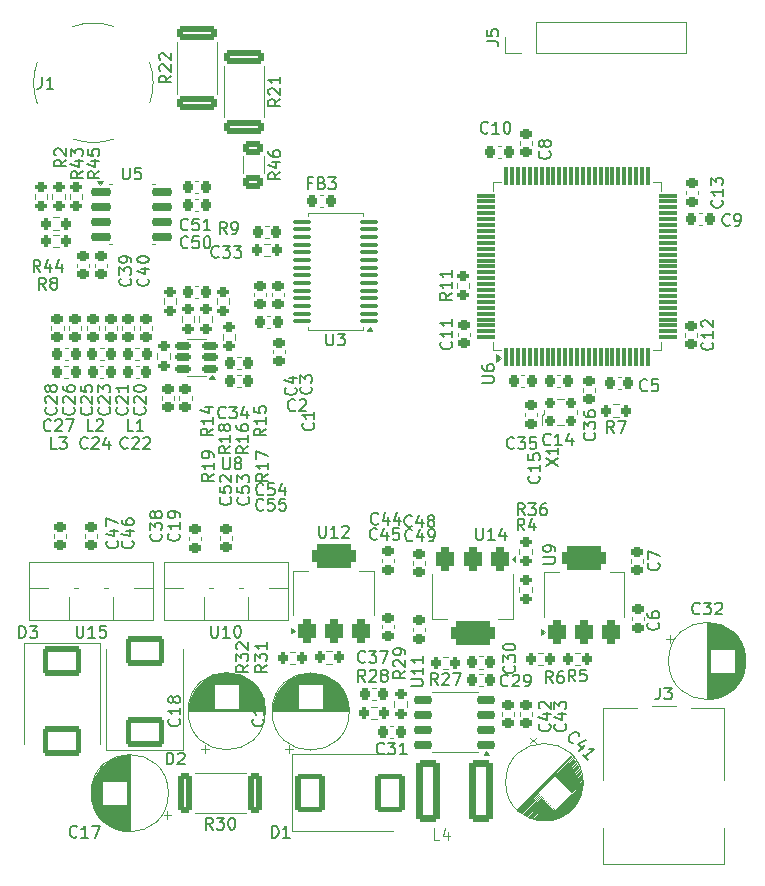
<source format=gbr>
%TF.GenerationSoftware,KiCad,Pcbnew,9.0.0-rc1-459-gb92bef8eee*%
%TF.CreationDate,2025-02-18T20:32:15+01:00*%
%TF.ProjectId,AWG101,41574731-3031-42e6-9b69-6361645f7063,rev?*%
%TF.SameCoordinates,Original*%
%TF.FileFunction,Legend,Top*%
%TF.FilePolarity,Positive*%
%FSLAX46Y46*%
G04 Gerber Fmt 4.6, Leading zero omitted, Abs format (unit mm)*
G04 Created by KiCad (PCBNEW 9.0.0-rc1-459-gb92bef8eee) date 2025-02-18 20:32:15*
%MOMM*%
%LPD*%
G01*
G04 APERTURE LIST*
G04 Aperture macros list*
%AMRoundRect*
0 Rectangle with rounded corners*
0 $1 Rounding radius*
0 $2 $3 $4 $5 $6 $7 $8 $9 X,Y pos of 4 corners*
0 Add a 4 corners polygon primitive as box body*
4,1,4,$2,$3,$4,$5,$6,$7,$8,$9,$2,$3,0*
0 Add four circle primitives for the rounded corners*
1,1,$1+$1,$2,$3*
1,1,$1+$1,$4,$5*
1,1,$1+$1,$6,$7*
1,1,$1+$1,$8,$9*
0 Add four rect primitives between the rounded corners*
20,1,$1+$1,$2,$3,$4,$5,0*
20,1,$1+$1,$4,$5,$6,$7,0*
20,1,$1+$1,$6,$7,$8,$9,0*
20,1,$1+$1,$8,$9,$2,$3,0*%
%AMRotRect*
0 Rectangle, with rotation*
0 The origin of the aperture is its center*
0 $1 length*
0 $2 width*
0 $3 Rotation angle, in degrees counterclockwise*
0 Add horizontal line*
21,1,$1,$2,0,0,$3*%
G04 Aperture macros list end*
%ADD10C,0.150000*%
%ADD11C,0.100000*%
%ADD12C,0.120000*%
%ADD13R,1.700000X1.700000*%
%ADD14O,1.700000X1.700000*%
%ADD15RoundRect,0.200000X0.200000X0.275000X-0.200000X0.275000X-0.200000X-0.275000X0.200000X-0.275000X0*%
%ADD16O,2.000000X3.500000*%
%ADD17O,3.300000X2.000000*%
%ADD18R,4.000000X2.000000*%
%ADD19C,1.600000*%
%ADD20RoundRect,0.100000X0.637500X0.100000X-0.637500X0.100000X-0.637500X-0.100000X0.637500X-0.100000X0*%
%ADD21RoundRect,0.150000X-0.737500X-0.150000X0.737500X-0.150000X0.737500X0.150000X-0.737500X0.150000X0*%
%ADD22R,2.400000X3.100000*%
%ADD23R,2.410000X3.100000*%
%ADD24RoundRect,0.150000X0.650000X0.150000X-0.650000X0.150000X-0.650000X-0.150000X0.650000X-0.150000X0*%
%ADD25RoundRect,0.250000X-0.625000X0.312500X-0.625000X-0.312500X0.625000X-0.312500X0.625000X0.312500X0*%
%ADD26RoundRect,0.200000X-0.275000X0.200000X-0.275000X-0.200000X0.275000X-0.200000X0.275000X0.200000X0*%
%ADD27RoundRect,0.250000X-1.425000X0.362500X-1.425000X-0.362500X1.425000X-0.362500X1.425000X0.362500X0*%
%ADD28RoundRect,0.225000X-0.225000X-0.250000X0.225000X-0.250000X0.225000X0.250000X-0.225000X0.250000X0*%
%ADD29RoundRect,0.225000X-0.250000X0.225000X-0.250000X-0.225000X0.250000X-0.225000X0.250000X0.225000X0*%
%ADD30RoundRect,0.225000X0.250000X-0.225000X0.250000X0.225000X-0.250000X0.225000X-0.250000X-0.225000X0*%
%ADD31RoundRect,0.225000X0.225000X0.250000X-0.225000X0.250000X-0.225000X-0.250000X0.225000X-0.250000X0*%
%ADD32RoundRect,0.218750X0.218750X0.256250X-0.218750X0.256250X-0.218750X-0.256250X0.218750X-0.256250X0*%
%ADD33RoundRect,0.200000X-0.200000X-0.275000X0.200000X-0.275000X0.200000X0.275000X-0.200000X0.275000X0*%
%ADD34RoundRect,0.250000X1.000000X-1.400000X1.000000X1.400000X-1.000000X1.400000X-1.000000X-1.400000X0*%
%ADD35RoundRect,0.200000X0.275000X-0.200000X0.275000X0.200000X-0.275000X0.200000X-0.275000X-0.200000X0*%
%ADD36RoundRect,0.250000X0.362500X1.425000X-0.362500X1.425000X-0.362500X-1.425000X0.362500X-1.425000X0*%
%ADD37RoundRect,0.250000X-1.400000X-1.000000X1.400000X-1.000000X1.400000X1.000000X-1.400000X1.000000X0*%
%ADD38RoundRect,0.200000X0.250000X-0.200000X0.250000X0.200000X-0.250000X0.200000X-0.250000X-0.200000X0*%
%ADD39RoundRect,0.375000X-0.375000X0.625000X-0.375000X-0.625000X0.375000X-0.625000X0.375000X0.625000X0*%
%ADD40RoundRect,0.500000X-1.400000X0.500000X-1.400000X-0.500000X1.400000X-0.500000X1.400000X0.500000X0*%
%ADD41R,1.600000X1.600000*%
%ADD42RoundRect,0.250000X1.400000X1.000000X-1.400000X1.000000X-1.400000X-1.000000X1.400000X-1.000000X0*%
%ADD43RoundRect,0.150000X0.512500X0.150000X-0.512500X0.150000X-0.512500X-0.150000X0.512500X-0.150000X0*%
%ADD44RoundRect,0.375000X0.375000X-0.625000X0.375000X0.625000X-0.375000X0.625000X-0.375000X-0.625000X0*%
%ADD45RoundRect,0.500000X1.400000X-0.500000X1.400000X0.500000X-1.400000X0.500000X-1.400000X-0.500000X0*%
%ADD46RoundRect,0.250000X1.425000X-0.362500X1.425000X0.362500X-1.425000X0.362500X-1.425000X-0.362500X0*%
%ADD47RotRect,1.600000X1.600000X315.000000*%
%ADD48R,1.905000X2.000000*%
%ADD49O,1.905000X2.000000*%
%ADD50RoundRect,0.307500X-0.717500X2.342500X-0.717500X-2.342500X0.717500X-2.342500X0.717500X2.342500X0*%
%ADD51RoundRect,0.218750X-0.218750X-0.256250X0.218750X-0.256250X0.218750X0.256250X-0.218750X0.256250X0*%
%ADD52RoundRect,0.075000X0.075000X-0.725000X0.075000X0.725000X-0.075000X0.725000X-0.075000X-0.725000X0*%
%ADD53RoundRect,0.075000X0.725000X-0.075000X0.725000X0.075000X-0.725000X0.075000X-0.725000X-0.075000X0*%
%ADD54C,3.556000*%
%ADD55C,3.810000*%
G04 APERTURE END LIST*
D10*
X69544819Y-98733333D02*
X70259104Y-98733333D01*
X70259104Y-98733333D02*
X70401961Y-98780952D01*
X70401961Y-98780952D02*
X70497200Y-98876190D01*
X70497200Y-98876190D02*
X70544819Y-99019047D01*
X70544819Y-99019047D02*
X70544819Y-99114285D01*
X69544819Y-97780952D02*
X69544819Y-98257142D01*
X69544819Y-98257142D02*
X70021009Y-98304761D01*
X70021009Y-98304761D02*
X69973390Y-98257142D01*
X69973390Y-98257142D02*
X69925771Y-98161904D01*
X69925771Y-98161904D02*
X69925771Y-97923809D01*
X69925771Y-97923809D02*
X69973390Y-97828571D01*
X69973390Y-97828571D02*
X70021009Y-97780952D01*
X70021009Y-97780952D02*
X70116247Y-97733333D01*
X70116247Y-97733333D02*
X70354342Y-97733333D01*
X70354342Y-97733333D02*
X70449580Y-97780952D01*
X70449580Y-97780952D02*
X70497200Y-97828571D01*
X70497200Y-97828571D02*
X70544819Y-97923809D01*
X70544819Y-97923809D02*
X70544819Y-98161904D01*
X70544819Y-98161904D02*
X70497200Y-98257142D01*
X70497200Y-98257142D02*
X70449580Y-98304761D01*
X80333333Y-131884819D02*
X80000000Y-131408628D01*
X79761905Y-131884819D02*
X79761905Y-130884819D01*
X79761905Y-130884819D02*
X80142857Y-130884819D01*
X80142857Y-130884819D02*
X80238095Y-130932438D01*
X80238095Y-130932438D02*
X80285714Y-130980057D01*
X80285714Y-130980057D02*
X80333333Y-131075295D01*
X80333333Y-131075295D02*
X80333333Y-131218152D01*
X80333333Y-131218152D02*
X80285714Y-131313390D01*
X80285714Y-131313390D02*
X80238095Y-131361009D01*
X80238095Y-131361009D02*
X80142857Y-131408628D01*
X80142857Y-131408628D02*
X79761905Y-131408628D01*
X80666667Y-130884819D02*
X81333333Y-130884819D01*
X81333333Y-130884819D02*
X80904762Y-131884819D01*
X84216666Y-153454819D02*
X84216666Y-154169104D01*
X84216666Y-154169104D02*
X84169047Y-154311961D01*
X84169047Y-154311961D02*
X84073809Y-154407200D01*
X84073809Y-154407200D02*
X83930952Y-154454819D01*
X83930952Y-154454819D02*
X83835714Y-154454819D01*
X84597619Y-153454819D02*
X85216666Y-153454819D01*
X85216666Y-153454819D02*
X84883333Y-153835771D01*
X84883333Y-153835771D02*
X85026190Y-153835771D01*
X85026190Y-153835771D02*
X85121428Y-153883390D01*
X85121428Y-153883390D02*
X85169047Y-153931009D01*
X85169047Y-153931009D02*
X85216666Y-154026247D01*
X85216666Y-154026247D02*
X85216666Y-154264342D01*
X85216666Y-154264342D02*
X85169047Y-154359580D01*
X85169047Y-154359580D02*
X85121428Y-154407200D01*
X85121428Y-154407200D02*
X85026190Y-154454819D01*
X85026190Y-154454819D02*
X84740476Y-154454819D01*
X84740476Y-154454819D02*
X84645238Y-154407200D01*
X84645238Y-154407200D02*
X84597619Y-154359580D01*
X55975595Y-123479819D02*
X55975595Y-124289342D01*
X55975595Y-124289342D02*
X56023214Y-124384580D01*
X56023214Y-124384580D02*
X56070833Y-124432200D01*
X56070833Y-124432200D02*
X56166071Y-124479819D01*
X56166071Y-124479819D02*
X56356547Y-124479819D01*
X56356547Y-124479819D02*
X56451785Y-124432200D01*
X56451785Y-124432200D02*
X56499404Y-124384580D01*
X56499404Y-124384580D02*
X56547023Y-124289342D01*
X56547023Y-124289342D02*
X56547023Y-123479819D01*
X56927976Y-123479819D02*
X57547023Y-123479819D01*
X57547023Y-123479819D02*
X57213690Y-123860771D01*
X57213690Y-123860771D02*
X57356547Y-123860771D01*
X57356547Y-123860771D02*
X57451785Y-123908390D01*
X57451785Y-123908390D02*
X57499404Y-123956009D01*
X57499404Y-123956009D02*
X57547023Y-124051247D01*
X57547023Y-124051247D02*
X57547023Y-124289342D01*
X57547023Y-124289342D02*
X57499404Y-124384580D01*
X57499404Y-124384580D02*
X57451785Y-124432200D01*
X57451785Y-124432200D02*
X57356547Y-124479819D01*
X57356547Y-124479819D02*
X57070833Y-124479819D01*
X57070833Y-124479819D02*
X56975595Y-124432200D01*
X56975595Y-124432200D02*
X56927976Y-124384580D01*
X38738095Y-109424819D02*
X38738095Y-110234342D01*
X38738095Y-110234342D02*
X38785714Y-110329580D01*
X38785714Y-110329580D02*
X38833333Y-110377200D01*
X38833333Y-110377200D02*
X38928571Y-110424819D01*
X38928571Y-110424819D02*
X39119047Y-110424819D01*
X39119047Y-110424819D02*
X39214285Y-110377200D01*
X39214285Y-110377200D02*
X39261904Y-110329580D01*
X39261904Y-110329580D02*
X39309523Y-110234342D01*
X39309523Y-110234342D02*
X39309523Y-109424819D01*
X40261904Y-109424819D02*
X39785714Y-109424819D01*
X39785714Y-109424819D02*
X39738095Y-109901009D01*
X39738095Y-109901009D02*
X39785714Y-109853390D01*
X39785714Y-109853390D02*
X39880952Y-109805771D01*
X39880952Y-109805771D02*
X40119047Y-109805771D01*
X40119047Y-109805771D02*
X40214285Y-109853390D01*
X40214285Y-109853390D02*
X40261904Y-109901009D01*
X40261904Y-109901009D02*
X40309523Y-109996247D01*
X40309523Y-109996247D02*
X40309523Y-110234342D01*
X40309523Y-110234342D02*
X40261904Y-110329580D01*
X40261904Y-110329580D02*
X40214285Y-110377200D01*
X40214285Y-110377200D02*
X40119047Y-110424819D01*
X40119047Y-110424819D02*
X39880952Y-110424819D01*
X39880952Y-110424819D02*
X39785714Y-110377200D01*
X39785714Y-110377200D02*
X39738095Y-110329580D01*
X63154819Y-153338094D02*
X63964342Y-153338094D01*
X63964342Y-153338094D02*
X64059580Y-153290475D01*
X64059580Y-153290475D02*
X64107200Y-153242856D01*
X64107200Y-153242856D02*
X64154819Y-153147618D01*
X64154819Y-153147618D02*
X64154819Y-152957142D01*
X64154819Y-152957142D02*
X64107200Y-152861904D01*
X64107200Y-152861904D02*
X64059580Y-152814285D01*
X64059580Y-152814285D02*
X63964342Y-152766666D01*
X63964342Y-152766666D02*
X63154819Y-152766666D01*
X64154819Y-151766666D02*
X64154819Y-152338094D01*
X64154819Y-152052380D02*
X63154819Y-152052380D01*
X63154819Y-152052380D02*
X63297676Y-152147618D01*
X63297676Y-152147618D02*
X63392914Y-152242856D01*
X63392914Y-152242856D02*
X63440533Y-152338094D01*
X64154819Y-150814285D02*
X64154819Y-151385713D01*
X64154819Y-151099999D02*
X63154819Y-151099999D01*
X63154819Y-151099999D02*
X63297676Y-151195237D01*
X63297676Y-151195237D02*
X63392914Y-151290475D01*
X63392914Y-151290475D02*
X63440533Y-151385713D01*
X52074819Y-109842857D02*
X51598628Y-110176190D01*
X52074819Y-110414285D02*
X51074819Y-110414285D01*
X51074819Y-110414285D02*
X51074819Y-110033333D01*
X51074819Y-110033333D02*
X51122438Y-109938095D01*
X51122438Y-109938095D02*
X51170057Y-109890476D01*
X51170057Y-109890476D02*
X51265295Y-109842857D01*
X51265295Y-109842857D02*
X51408152Y-109842857D01*
X51408152Y-109842857D02*
X51503390Y-109890476D01*
X51503390Y-109890476D02*
X51551009Y-109938095D01*
X51551009Y-109938095D02*
X51598628Y-110033333D01*
X51598628Y-110033333D02*
X51598628Y-110414285D01*
X51408152Y-108985714D02*
X52074819Y-108985714D01*
X51027200Y-109223809D02*
X51741485Y-109461904D01*
X51741485Y-109461904D02*
X51741485Y-108842857D01*
X51074819Y-108033333D02*
X51074819Y-108223809D01*
X51074819Y-108223809D02*
X51122438Y-108319047D01*
X51122438Y-108319047D02*
X51170057Y-108366666D01*
X51170057Y-108366666D02*
X51312914Y-108461904D01*
X51312914Y-108461904D02*
X51503390Y-108509523D01*
X51503390Y-108509523D02*
X51884342Y-108509523D01*
X51884342Y-108509523D02*
X51979580Y-108461904D01*
X51979580Y-108461904D02*
X52027200Y-108414285D01*
X52027200Y-108414285D02*
X52074819Y-108319047D01*
X52074819Y-108319047D02*
X52074819Y-108128571D01*
X52074819Y-108128571D02*
X52027200Y-108033333D01*
X52027200Y-108033333D02*
X51979580Y-107985714D01*
X51979580Y-107985714D02*
X51884342Y-107938095D01*
X51884342Y-107938095D02*
X51646247Y-107938095D01*
X51646247Y-107938095D02*
X51551009Y-107985714D01*
X51551009Y-107985714D02*
X51503390Y-108033333D01*
X51503390Y-108033333D02*
X51455771Y-108128571D01*
X51455771Y-108128571D02*
X51455771Y-108319047D01*
X51455771Y-108319047D02*
X51503390Y-108414285D01*
X51503390Y-108414285D02*
X51551009Y-108461904D01*
X51551009Y-108461904D02*
X51646247Y-108509523D01*
X51034819Y-135362857D02*
X50558628Y-135696190D01*
X51034819Y-135934285D02*
X50034819Y-135934285D01*
X50034819Y-135934285D02*
X50034819Y-135553333D01*
X50034819Y-135553333D02*
X50082438Y-135458095D01*
X50082438Y-135458095D02*
X50130057Y-135410476D01*
X50130057Y-135410476D02*
X50225295Y-135362857D01*
X50225295Y-135362857D02*
X50368152Y-135362857D01*
X50368152Y-135362857D02*
X50463390Y-135410476D01*
X50463390Y-135410476D02*
X50511009Y-135458095D01*
X50511009Y-135458095D02*
X50558628Y-135553333D01*
X50558628Y-135553333D02*
X50558628Y-135934285D01*
X51034819Y-134410476D02*
X51034819Y-134981904D01*
X51034819Y-134696190D02*
X50034819Y-134696190D01*
X50034819Y-134696190D02*
X50177676Y-134791428D01*
X50177676Y-134791428D02*
X50272914Y-134886666D01*
X50272914Y-134886666D02*
X50320533Y-134981904D01*
X50034819Y-134077142D02*
X50034819Y-133410476D01*
X50034819Y-133410476D02*
X51034819Y-133839047D01*
X52074819Y-103642857D02*
X51598628Y-103976190D01*
X52074819Y-104214285D02*
X51074819Y-104214285D01*
X51074819Y-104214285D02*
X51074819Y-103833333D01*
X51074819Y-103833333D02*
X51122438Y-103738095D01*
X51122438Y-103738095D02*
X51170057Y-103690476D01*
X51170057Y-103690476D02*
X51265295Y-103642857D01*
X51265295Y-103642857D02*
X51408152Y-103642857D01*
X51408152Y-103642857D02*
X51503390Y-103690476D01*
X51503390Y-103690476D02*
X51551009Y-103738095D01*
X51551009Y-103738095D02*
X51598628Y-103833333D01*
X51598628Y-103833333D02*
X51598628Y-104214285D01*
X51170057Y-103261904D02*
X51122438Y-103214285D01*
X51122438Y-103214285D02*
X51074819Y-103119047D01*
X51074819Y-103119047D02*
X51074819Y-102880952D01*
X51074819Y-102880952D02*
X51122438Y-102785714D01*
X51122438Y-102785714D02*
X51170057Y-102738095D01*
X51170057Y-102738095D02*
X51265295Y-102690476D01*
X51265295Y-102690476D02*
X51360533Y-102690476D01*
X51360533Y-102690476D02*
X51503390Y-102738095D01*
X51503390Y-102738095D02*
X52074819Y-103309523D01*
X52074819Y-103309523D02*
X52074819Y-102690476D01*
X52074819Y-101738095D02*
X52074819Y-102309523D01*
X52074819Y-102023809D02*
X51074819Y-102023809D01*
X51074819Y-102023809D02*
X51217676Y-102119047D01*
X51217676Y-102119047D02*
X51312914Y-102214285D01*
X51312914Y-102214285D02*
X51360533Y-102309523D01*
X90133333Y-114259580D02*
X90085714Y-114307200D01*
X90085714Y-114307200D02*
X89942857Y-114354819D01*
X89942857Y-114354819D02*
X89847619Y-114354819D01*
X89847619Y-114354819D02*
X89704762Y-114307200D01*
X89704762Y-114307200D02*
X89609524Y-114211961D01*
X89609524Y-114211961D02*
X89561905Y-114116723D01*
X89561905Y-114116723D02*
X89514286Y-113926247D01*
X89514286Y-113926247D02*
X89514286Y-113783390D01*
X89514286Y-113783390D02*
X89561905Y-113592914D01*
X89561905Y-113592914D02*
X89609524Y-113497676D01*
X89609524Y-113497676D02*
X89704762Y-113402438D01*
X89704762Y-113402438D02*
X89847619Y-113354819D01*
X89847619Y-113354819D02*
X89942857Y-113354819D01*
X89942857Y-113354819D02*
X90085714Y-113402438D01*
X90085714Y-113402438D02*
X90133333Y-113450057D01*
X90609524Y-114354819D02*
X90800000Y-114354819D01*
X90800000Y-114354819D02*
X90895238Y-114307200D01*
X90895238Y-114307200D02*
X90942857Y-114259580D01*
X90942857Y-114259580D02*
X91038095Y-114116723D01*
X91038095Y-114116723D02*
X91085714Y-113926247D01*
X91085714Y-113926247D02*
X91085714Y-113545295D01*
X91085714Y-113545295D02*
X91038095Y-113450057D01*
X91038095Y-113450057D02*
X90990476Y-113402438D01*
X90990476Y-113402438D02*
X90895238Y-113354819D01*
X90895238Y-113354819D02*
X90704762Y-113354819D01*
X90704762Y-113354819D02*
X90609524Y-113402438D01*
X90609524Y-113402438D02*
X90561905Y-113450057D01*
X90561905Y-113450057D02*
X90514286Y-113545295D01*
X90514286Y-113545295D02*
X90514286Y-113783390D01*
X90514286Y-113783390D02*
X90561905Y-113878628D01*
X90561905Y-113878628D02*
X90609524Y-113926247D01*
X90609524Y-113926247D02*
X90704762Y-113973866D01*
X90704762Y-113973866D02*
X90895238Y-113973866D01*
X90895238Y-113973866D02*
X90990476Y-113926247D01*
X90990476Y-113926247D02*
X91038095Y-113878628D01*
X91038095Y-113878628D02*
X91085714Y-113783390D01*
X73959580Y-135542857D02*
X74007200Y-135590476D01*
X74007200Y-135590476D02*
X74054819Y-135733333D01*
X74054819Y-135733333D02*
X74054819Y-135828571D01*
X74054819Y-135828571D02*
X74007200Y-135971428D01*
X74007200Y-135971428D02*
X73911961Y-136066666D01*
X73911961Y-136066666D02*
X73816723Y-136114285D01*
X73816723Y-136114285D02*
X73626247Y-136161904D01*
X73626247Y-136161904D02*
X73483390Y-136161904D01*
X73483390Y-136161904D02*
X73292914Y-136114285D01*
X73292914Y-136114285D02*
X73197676Y-136066666D01*
X73197676Y-136066666D02*
X73102438Y-135971428D01*
X73102438Y-135971428D02*
X73054819Y-135828571D01*
X73054819Y-135828571D02*
X73054819Y-135733333D01*
X73054819Y-135733333D02*
X73102438Y-135590476D01*
X73102438Y-135590476D02*
X73150057Y-135542857D01*
X74054819Y-134590476D02*
X74054819Y-135161904D01*
X74054819Y-134876190D02*
X73054819Y-134876190D01*
X73054819Y-134876190D02*
X73197676Y-134971428D01*
X73197676Y-134971428D02*
X73292914Y-135066666D01*
X73292914Y-135066666D02*
X73340533Y-135161904D01*
X73054819Y-133685714D02*
X73054819Y-134161904D01*
X73054819Y-134161904D02*
X73531009Y-134209523D01*
X73531009Y-134209523D02*
X73483390Y-134161904D01*
X73483390Y-134161904D02*
X73435771Y-134066666D01*
X73435771Y-134066666D02*
X73435771Y-133828571D01*
X73435771Y-133828571D02*
X73483390Y-133733333D01*
X73483390Y-133733333D02*
X73531009Y-133685714D01*
X73531009Y-133685714D02*
X73626247Y-133638095D01*
X73626247Y-133638095D02*
X73864342Y-133638095D01*
X73864342Y-133638095D02*
X73959580Y-133685714D01*
X73959580Y-133685714D02*
X74007200Y-133733333D01*
X74007200Y-133733333D02*
X74054819Y-133828571D01*
X74054819Y-133828571D02*
X74054819Y-134066666D01*
X74054819Y-134066666D02*
X74007200Y-134161904D01*
X74007200Y-134161904D02*
X73959580Y-134209523D01*
X84089580Y-142916666D02*
X84137200Y-142964285D01*
X84137200Y-142964285D02*
X84184819Y-143107142D01*
X84184819Y-143107142D02*
X84184819Y-143202380D01*
X84184819Y-143202380D02*
X84137200Y-143345237D01*
X84137200Y-143345237D02*
X84041961Y-143440475D01*
X84041961Y-143440475D02*
X83946723Y-143488094D01*
X83946723Y-143488094D02*
X83756247Y-143535713D01*
X83756247Y-143535713D02*
X83613390Y-143535713D01*
X83613390Y-143535713D02*
X83422914Y-143488094D01*
X83422914Y-143488094D02*
X83327676Y-143440475D01*
X83327676Y-143440475D02*
X83232438Y-143345237D01*
X83232438Y-143345237D02*
X83184819Y-143202380D01*
X83184819Y-143202380D02*
X83184819Y-143107142D01*
X83184819Y-143107142D02*
X83232438Y-142964285D01*
X83232438Y-142964285D02*
X83280057Y-142916666D01*
X83184819Y-142583332D02*
X83184819Y-141916666D01*
X83184819Y-141916666D02*
X84184819Y-142345237D01*
X65407142Y-153234819D02*
X65073809Y-152758628D01*
X64835714Y-153234819D02*
X64835714Y-152234819D01*
X64835714Y-152234819D02*
X65216666Y-152234819D01*
X65216666Y-152234819D02*
X65311904Y-152282438D01*
X65311904Y-152282438D02*
X65359523Y-152330057D01*
X65359523Y-152330057D02*
X65407142Y-152425295D01*
X65407142Y-152425295D02*
X65407142Y-152568152D01*
X65407142Y-152568152D02*
X65359523Y-152663390D01*
X65359523Y-152663390D02*
X65311904Y-152711009D01*
X65311904Y-152711009D02*
X65216666Y-152758628D01*
X65216666Y-152758628D02*
X64835714Y-152758628D01*
X65788095Y-152330057D02*
X65835714Y-152282438D01*
X65835714Y-152282438D02*
X65930952Y-152234819D01*
X65930952Y-152234819D02*
X66169047Y-152234819D01*
X66169047Y-152234819D02*
X66264285Y-152282438D01*
X66264285Y-152282438D02*
X66311904Y-152330057D01*
X66311904Y-152330057D02*
X66359523Y-152425295D01*
X66359523Y-152425295D02*
X66359523Y-152520533D01*
X66359523Y-152520533D02*
X66311904Y-152663390D01*
X66311904Y-152663390D02*
X65740476Y-153234819D01*
X65740476Y-153234819D02*
X66359523Y-153234819D01*
X66692857Y-152234819D02*
X67359523Y-152234819D01*
X67359523Y-152234819D02*
X66930952Y-153234819D01*
X54859580Y-131066666D02*
X54907200Y-131114285D01*
X54907200Y-131114285D02*
X54954819Y-131257142D01*
X54954819Y-131257142D02*
X54954819Y-131352380D01*
X54954819Y-131352380D02*
X54907200Y-131495237D01*
X54907200Y-131495237D02*
X54811961Y-131590475D01*
X54811961Y-131590475D02*
X54716723Y-131638094D01*
X54716723Y-131638094D02*
X54526247Y-131685713D01*
X54526247Y-131685713D02*
X54383390Y-131685713D01*
X54383390Y-131685713D02*
X54192914Y-131638094D01*
X54192914Y-131638094D02*
X54097676Y-131590475D01*
X54097676Y-131590475D02*
X54002438Y-131495237D01*
X54002438Y-131495237D02*
X53954819Y-131352380D01*
X53954819Y-131352380D02*
X53954819Y-131257142D01*
X53954819Y-131257142D02*
X54002438Y-131114285D01*
X54002438Y-131114285D02*
X54050057Y-131066666D01*
X54954819Y-130114285D02*
X54954819Y-130685713D01*
X54954819Y-130399999D02*
X53954819Y-130399999D01*
X53954819Y-130399999D02*
X54097676Y-130495237D01*
X54097676Y-130495237D02*
X54192914Y-130590475D01*
X54192914Y-130590475D02*
X54240533Y-130685713D01*
X33072080Y-129742857D02*
X33119700Y-129790476D01*
X33119700Y-129790476D02*
X33167319Y-129933333D01*
X33167319Y-129933333D02*
X33167319Y-130028571D01*
X33167319Y-130028571D02*
X33119700Y-130171428D01*
X33119700Y-130171428D02*
X33024461Y-130266666D01*
X33024461Y-130266666D02*
X32929223Y-130314285D01*
X32929223Y-130314285D02*
X32738747Y-130361904D01*
X32738747Y-130361904D02*
X32595890Y-130361904D01*
X32595890Y-130361904D02*
X32405414Y-130314285D01*
X32405414Y-130314285D02*
X32310176Y-130266666D01*
X32310176Y-130266666D02*
X32214938Y-130171428D01*
X32214938Y-130171428D02*
X32167319Y-130028571D01*
X32167319Y-130028571D02*
X32167319Y-129933333D01*
X32167319Y-129933333D02*
X32214938Y-129790476D01*
X32214938Y-129790476D02*
X32262557Y-129742857D01*
X32262557Y-129361904D02*
X32214938Y-129314285D01*
X32214938Y-129314285D02*
X32167319Y-129219047D01*
X32167319Y-129219047D02*
X32167319Y-128980952D01*
X32167319Y-128980952D02*
X32214938Y-128885714D01*
X32214938Y-128885714D02*
X32262557Y-128838095D01*
X32262557Y-128838095D02*
X32357795Y-128790476D01*
X32357795Y-128790476D02*
X32453033Y-128790476D01*
X32453033Y-128790476D02*
X32595890Y-128838095D01*
X32595890Y-128838095D02*
X33167319Y-129409523D01*
X33167319Y-129409523D02*
X33167319Y-128790476D01*
X32595890Y-128219047D02*
X32548271Y-128314285D01*
X32548271Y-128314285D02*
X32500652Y-128361904D01*
X32500652Y-128361904D02*
X32405414Y-128409523D01*
X32405414Y-128409523D02*
X32357795Y-128409523D01*
X32357795Y-128409523D02*
X32262557Y-128361904D01*
X32262557Y-128361904D02*
X32214938Y-128314285D01*
X32214938Y-128314285D02*
X32167319Y-128219047D01*
X32167319Y-128219047D02*
X32167319Y-128028571D01*
X32167319Y-128028571D02*
X32214938Y-127933333D01*
X32214938Y-127933333D02*
X32262557Y-127885714D01*
X32262557Y-127885714D02*
X32357795Y-127838095D01*
X32357795Y-127838095D02*
X32405414Y-127838095D01*
X32405414Y-127838095D02*
X32500652Y-127885714D01*
X32500652Y-127885714D02*
X32548271Y-127933333D01*
X32548271Y-127933333D02*
X32595890Y-128028571D01*
X32595890Y-128028571D02*
X32595890Y-128219047D01*
X32595890Y-128219047D02*
X32643509Y-128314285D01*
X32643509Y-128314285D02*
X32691128Y-128361904D01*
X32691128Y-128361904D02*
X32786366Y-128409523D01*
X32786366Y-128409523D02*
X32976842Y-128409523D01*
X32976842Y-128409523D02*
X33072080Y-128361904D01*
X33072080Y-128361904D02*
X33119700Y-128314285D01*
X33119700Y-128314285D02*
X33167319Y-128219047D01*
X33167319Y-128219047D02*
X33167319Y-128028571D01*
X33167319Y-128028571D02*
X33119700Y-127933333D01*
X33119700Y-127933333D02*
X33072080Y-127885714D01*
X33072080Y-127885714D02*
X32976842Y-127838095D01*
X32976842Y-127838095D02*
X32786366Y-127838095D01*
X32786366Y-127838095D02*
X32691128Y-127885714D01*
X32691128Y-127885714D02*
X32643509Y-127933333D01*
X32643509Y-127933333D02*
X32595890Y-128028571D01*
X32657142Y-131659580D02*
X32609523Y-131707200D01*
X32609523Y-131707200D02*
X32466666Y-131754819D01*
X32466666Y-131754819D02*
X32371428Y-131754819D01*
X32371428Y-131754819D02*
X32228571Y-131707200D01*
X32228571Y-131707200D02*
X32133333Y-131611961D01*
X32133333Y-131611961D02*
X32085714Y-131516723D01*
X32085714Y-131516723D02*
X32038095Y-131326247D01*
X32038095Y-131326247D02*
X32038095Y-131183390D01*
X32038095Y-131183390D02*
X32085714Y-130992914D01*
X32085714Y-130992914D02*
X32133333Y-130897676D01*
X32133333Y-130897676D02*
X32228571Y-130802438D01*
X32228571Y-130802438D02*
X32371428Y-130754819D01*
X32371428Y-130754819D02*
X32466666Y-130754819D01*
X32466666Y-130754819D02*
X32609523Y-130802438D01*
X32609523Y-130802438D02*
X32657142Y-130850057D01*
X33038095Y-130850057D02*
X33085714Y-130802438D01*
X33085714Y-130802438D02*
X33180952Y-130754819D01*
X33180952Y-130754819D02*
X33419047Y-130754819D01*
X33419047Y-130754819D02*
X33514285Y-130802438D01*
X33514285Y-130802438D02*
X33561904Y-130850057D01*
X33561904Y-130850057D02*
X33609523Y-130945295D01*
X33609523Y-130945295D02*
X33609523Y-131040533D01*
X33609523Y-131040533D02*
X33561904Y-131183390D01*
X33561904Y-131183390D02*
X32990476Y-131754819D01*
X32990476Y-131754819D02*
X33609523Y-131754819D01*
X33942857Y-130754819D02*
X34609523Y-130754819D01*
X34609523Y-130754819D02*
X34180952Y-131754819D01*
X39633333Y-131754819D02*
X39157143Y-131754819D01*
X39157143Y-131754819D02*
X39157143Y-130754819D01*
X40490476Y-131754819D02*
X39919048Y-131754819D01*
X40204762Y-131754819D02*
X40204762Y-130754819D01*
X40204762Y-130754819D02*
X40109524Y-130897676D01*
X40109524Y-130897676D02*
X40014286Y-130992914D01*
X40014286Y-130992914D02*
X39919048Y-131040533D01*
X63207141Y-139759580D02*
X63159522Y-139807200D01*
X63159522Y-139807200D02*
X63016665Y-139854819D01*
X63016665Y-139854819D02*
X62921427Y-139854819D01*
X62921427Y-139854819D02*
X62778570Y-139807200D01*
X62778570Y-139807200D02*
X62683332Y-139711961D01*
X62683332Y-139711961D02*
X62635713Y-139616723D01*
X62635713Y-139616723D02*
X62588094Y-139426247D01*
X62588094Y-139426247D02*
X62588094Y-139283390D01*
X62588094Y-139283390D02*
X62635713Y-139092914D01*
X62635713Y-139092914D02*
X62683332Y-138997676D01*
X62683332Y-138997676D02*
X62778570Y-138902438D01*
X62778570Y-138902438D02*
X62921427Y-138854819D01*
X62921427Y-138854819D02*
X63016665Y-138854819D01*
X63016665Y-138854819D02*
X63159522Y-138902438D01*
X63159522Y-138902438D02*
X63207141Y-138950057D01*
X64064284Y-139188152D02*
X64064284Y-139854819D01*
X63826189Y-138807200D02*
X63588094Y-139521485D01*
X63588094Y-139521485D02*
X64207141Y-139521485D01*
X64730951Y-139283390D02*
X64635713Y-139235771D01*
X64635713Y-139235771D02*
X64588094Y-139188152D01*
X64588094Y-139188152D02*
X64540475Y-139092914D01*
X64540475Y-139092914D02*
X64540475Y-139045295D01*
X64540475Y-139045295D02*
X64588094Y-138950057D01*
X64588094Y-138950057D02*
X64635713Y-138902438D01*
X64635713Y-138902438D02*
X64730951Y-138854819D01*
X64730951Y-138854819D02*
X64921427Y-138854819D01*
X64921427Y-138854819D02*
X65016665Y-138902438D01*
X65016665Y-138902438D02*
X65064284Y-138950057D01*
X65064284Y-138950057D02*
X65111903Y-139045295D01*
X65111903Y-139045295D02*
X65111903Y-139092914D01*
X65111903Y-139092914D02*
X65064284Y-139188152D01*
X65064284Y-139188152D02*
X65016665Y-139235771D01*
X65016665Y-139235771D02*
X64921427Y-139283390D01*
X64921427Y-139283390D02*
X64730951Y-139283390D01*
X64730951Y-139283390D02*
X64635713Y-139331009D01*
X64635713Y-139331009D02*
X64588094Y-139378628D01*
X64588094Y-139378628D02*
X64540475Y-139473866D01*
X64540475Y-139473866D02*
X64540475Y-139664342D01*
X64540475Y-139664342D02*
X64588094Y-139759580D01*
X64588094Y-139759580D02*
X64635713Y-139807200D01*
X64635713Y-139807200D02*
X64730951Y-139854819D01*
X64730951Y-139854819D02*
X64921427Y-139854819D01*
X64921427Y-139854819D02*
X65016665Y-139807200D01*
X65016665Y-139807200D02*
X65064284Y-139759580D01*
X65064284Y-139759580D02*
X65111903Y-139664342D01*
X65111903Y-139664342D02*
X65111903Y-139473866D01*
X65111903Y-139473866D02*
X65064284Y-139378628D01*
X65064284Y-139378628D02*
X65016665Y-139331009D01*
X65016665Y-139331009D02*
X64921427Y-139283390D01*
X34572080Y-129742857D02*
X34619700Y-129790476D01*
X34619700Y-129790476D02*
X34667319Y-129933333D01*
X34667319Y-129933333D02*
X34667319Y-130028571D01*
X34667319Y-130028571D02*
X34619700Y-130171428D01*
X34619700Y-130171428D02*
X34524461Y-130266666D01*
X34524461Y-130266666D02*
X34429223Y-130314285D01*
X34429223Y-130314285D02*
X34238747Y-130361904D01*
X34238747Y-130361904D02*
X34095890Y-130361904D01*
X34095890Y-130361904D02*
X33905414Y-130314285D01*
X33905414Y-130314285D02*
X33810176Y-130266666D01*
X33810176Y-130266666D02*
X33714938Y-130171428D01*
X33714938Y-130171428D02*
X33667319Y-130028571D01*
X33667319Y-130028571D02*
X33667319Y-129933333D01*
X33667319Y-129933333D02*
X33714938Y-129790476D01*
X33714938Y-129790476D02*
X33762557Y-129742857D01*
X33762557Y-129361904D02*
X33714938Y-129314285D01*
X33714938Y-129314285D02*
X33667319Y-129219047D01*
X33667319Y-129219047D02*
X33667319Y-128980952D01*
X33667319Y-128980952D02*
X33714938Y-128885714D01*
X33714938Y-128885714D02*
X33762557Y-128838095D01*
X33762557Y-128838095D02*
X33857795Y-128790476D01*
X33857795Y-128790476D02*
X33953033Y-128790476D01*
X33953033Y-128790476D02*
X34095890Y-128838095D01*
X34095890Y-128838095D02*
X34667319Y-129409523D01*
X34667319Y-129409523D02*
X34667319Y-128790476D01*
X33667319Y-127933333D02*
X33667319Y-128123809D01*
X33667319Y-128123809D02*
X33714938Y-128219047D01*
X33714938Y-128219047D02*
X33762557Y-128266666D01*
X33762557Y-128266666D02*
X33905414Y-128361904D01*
X33905414Y-128361904D02*
X34095890Y-128409523D01*
X34095890Y-128409523D02*
X34476842Y-128409523D01*
X34476842Y-128409523D02*
X34572080Y-128361904D01*
X34572080Y-128361904D02*
X34619700Y-128314285D01*
X34619700Y-128314285D02*
X34667319Y-128219047D01*
X34667319Y-128219047D02*
X34667319Y-128028571D01*
X34667319Y-128028571D02*
X34619700Y-127933333D01*
X34619700Y-127933333D02*
X34572080Y-127885714D01*
X34572080Y-127885714D02*
X34476842Y-127838095D01*
X34476842Y-127838095D02*
X34238747Y-127838095D01*
X34238747Y-127838095D02*
X34143509Y-127885714D01*
X34143509Y-127885714D02*
X34095890Y-127933333D01*
X34095890Y-127933333D02*
X34048271Y-128028571D01*
X34048271Y-128028571D02*
X34048271Y-128219047D01*
X34048271Y-128219047D02*
X34095890Y-128314285D01*
X34095890Y-128314285D02*
X34143509Y-128361904D01*
X34143509Y-128361904D02*
X34238747Y-128409523D01*
X59257142Y-152954819D02*
X58923809Y-152478628D01*
X58685714Y-152954819D02*
X58685714Y-151954819D01*
X58685714Y-151954819D02*
X59066666Y-151954819D01*
X59066666Y-151954819D02*
X59161904Y-152002438D01*
X59161904Y-152002438D02*
X59209523Y-152050057D01*
X59209523Y-152050057D02*
X59257142Y-152145295D01*
X59257142Y-152145295D02*
X59257142Y-152288152D01*
X59257142Y-152288152D02*
X59209523Y-152383390D01*
X59209523Y-152383390D02*
X59161904Y-152431009D01*
X59161904Y-152431009D02*
X59066666Y-152478628D01*
X59066666Y-152478628D02*
X58685714Y-152478628D01*
X59638095Y-152050057D02*
X59685714Y-152002438D01*
X59685714Y-152002438D02*
X59780952Y-151954819D01*
X59780952Y-151954819D02*
X60019047Y-151954819D01*
X60019047Y-151954819D02*
X60114285Y-152002438D01*
X60114285Y-152002438D02*
X60161904Y-152050057D01*
X60161904Y-152050057D02*
X60209523Y-152145295D01*
X60209523Y-152145295D02*
X60209523Y-152240533D01*
X60209523Y-152240533D02*
X60161904Y-152383390D01*
X60161904Y-152383390D02*
X59590476Y-152954819D01*
X59590476Y-152954819D02*
X60209523Y-152954819D01*
X60780952Y-152383390D02*
X60685714Y-152335771D01*
X60685714Y-152335771D02*
X60638095Y-152288152D01*
X60638095Y-152288152D02*
X60590476Y-152192914D01*
X60590476Y-152192914D02*
X60590476Y-152145295D01*
X60590476Y-152145295D02*
X60638095Y-152050057D01*
X60638095Y-152050057D02*
X60685714Y-152002438D01*
X60685714Y-152002438D02*
X60780952Y-151954819D01*
X60780952Y-151954819D02*
X60971428Y-151954819D01*
X60971428Y-151954819D02*
X61066666Y-152002438D01*
X61066666Y-152002438D02*
X61114285Y-152050057D01*
X61114285Y-152050057D02*
X61161904Y-152145295D01*
X61161904Y-152145295D02*
X61161904Y-152192914D01*
X61161904Y-152192914D02*
X61114285Y-152288152D01*
X61114285Y-152288152D02*
X61066666Y-152335771D01*
X61066666Y-152335771D02*
X60971428Y-152383390D01*
X60971428Y-152383390D02*
X60780952Y-152383390D01*
X60780952Y-152383390D02*
X60685714Y-152431009D01*
X60685714Y-152431009D02*
X60638095Y-152478628D01*
X60638095Y-152478628D02*
X60590476Y-152573866D01*
X60590476Y-152573866D02*
X60590476Y-152764342D01*
X60590476Y-152764342D02*
X60638095Y-152859580D01*
X60638095Y-152859580D02*
X60685714Y-152907200D01*
X60685714Y-152907200D02*
X60780952Y-152954819D01*
X60780952Y-152954819D02*
X60971428Y-152954819D01*
X60971428Y-152954819D02*
X61066666Y-152907200D01*
X61066666Y-152907200D02*
X61114285Y-152859580D01*
X61114285Y-152859580D02*
X61161904Y-152764342D01*
X61161904Y-152764342D02*
X61161904Y-152573866D01*
X61161904Y-152573866D02*
X61114285Y-152478628D01*
X61114285Y-152478628D02*
X61066666Y-152431009D01*
X61066666Y-152431009D02*
X60971428Y-152383390D01*
X89459580Y-112192857D02*
X89507200Y-112240476D01*
X89507200Y-112240476D02*
X89554819Y-112383333D01*
X89554819Y-112383333D02*
X89554819Y-112478571D01*
X89554819Y-112478571D02*
X89507200Y-112621428D01*
X89507200Y-112621428D02*
X89411961Y-112716666D01*
X89411961Y-112716666D02*
X89316723Y-112764285D01*
X89316723Y-112764285D02*
X89126247Y-112811904D01*
X89126247Y-112811904D02*
X88983390Y-112811904D01*
X88983390Y-112811904D02*
X88792914Y-112764285D01*
X88792914Y-112764285D02*
X88697676Y-112716666D01*
X88697676Y-112716666D02*
X88602438Y-112621428D01*
X88602438Y-112621428D02*
X88554819Y-112478571D01*
X88554819Y-112478571D02*
X88554819Y-112383333D01*
X88554819Y-112383333D02*
X88602438Y-112240476D01*
X88602438Y-112240476D02*
X88650057Y-112192857D01*
X89554819Y-111240476D02*
X89554819Y-111811904D01*
X89554819Y-111526190D02*
X88554819Y-111526190D01*
X88554819Y-111526190D02*
X88697676Y-111621428D01*
X88697676Y-111621428D02*
X88792914Y-111716666D01*
X88792914Y-111716666D02*
X88840533Y-111811904D01*
X88554819Y-110907142D02*
X88554819Y-110288095D01*
X88554819Y-110288095D02*
X88935771Y-110621428D01*
X88935771Y-110621428D02*
X88935771Y-110478571D01*
X88935771Y-110478571D02*
X88983390Y-110383333D01*
X88983390Y-110383333D02*
X89031009Y-110335714D01*
X89031009Y-110335714D02*
X89126247Y-110288095D01*
X89126247Y-110288095D02*
X89364342Y-110288095D01*
X89364342Y-110288095D02*
X89459580Y-110335714D01*
X89459580Y-110335714D02*
X89507200Y-110383333D01*
X89507200Y-110383333D02*
X89554819Y-110478571D01*
X89554819Y-110478571D02*
X89554819Y-110764285D01*
X89554819Y-110764285D02*
X89507200Y-110859523D01*
X89507200Y-110859523D02*
X89459580Y-110907142D01*
X36233333Y-131754819D02*
X35757143Y-131754819D01*
X35757143Y-131754819D02*
X35757143Y-130754819D01*
X36519048Y-130850057D02*
X36566667Y-130802438D01*
X36566667Y-130802438D02*
X36661905Y-130754819D01*
X36661905Y-130754819D02*
X36900000Y-130754819D01*
X36900000Y-130754819D02*
X36995238Y-130802438D01*
X36995238Y-130802438D02*
X37042857Y-130850057D01*
X37042857Y-130850057D02*
X37090476Y-130945295D01*
X37090476Y-130945295D02*
X37090476Y-131040533D01*
X37090476Y-131040533D02*
X37042857Y-131183390D01*
X37042857Y-131183390D02*
X36471429Y-131754819D01*
X36471429Y-131754819D02*
X37090476Y-131754819D01*
X51361905Y-166154819D02*
X51361905Y-165154819D01*
X51361905Y-165154819D02*
X51600000Y-165154819D01*
X51600000Y-165154819D02*
X51742857Y-165202438D01*
X51742857Y-165202438D02*
X51838095Y-165297676D01*
X51838095Y-165297676D02*
X51885714Y-165392914D01*
X51885714Y-165392914D02*
X51933333Y-165583390D01*
X51933333Y-165583390D02*
X51933333Y-165726247D01*
X51933333Y-165726247D02*
X51885714Y-165916723D01*
X51885714Y-165916723D02*
X51838095Y-166011961D01*
X51838095Y-166011961D02*
X51742857Y-166107200D01*
X51742857Y-166107200D02*
X51600000Y-166154819D01*
X51600000Y-166154819D02*
X51361905Y-166154819D01*
X52885714Y-166154819D02*
X52314286Y-166154819D01*
X52600000Y-166154819D02*
X52600000Y-165154819D01*
X52600000Y-165154819D02*
X52504762Y-165297676D01*
X52504762Y-165297676D02*
X52409524Y-165392914D01*
X52409524Y-165392914D02*
X52314286Y-165440533D01*
X39157142Y-133159580D02*
X39109523Y-133207200D01*
X39109523Y-133207200D02*
X38966666Y-133254819D01*
X38966666Y-133254819D02*
X38871428Y-133254819D01*
X38871428Y-133254819D02*
X38728571Y-133207200D01*
X38728571Y-133207200D02*
X38633333Y-133111961D01*
X38633333Y-133111961D02*
X38585714Y-133016723D01*
X38585714Y-133016723D02*
X38538095Y-132826247D01*
X38538095Y-132826247D02*
X38538095Y-132683390D01*
X38538095Y-132683390D02*
X38585714Y-132492914D01*
X38585714Y-132492914D02*
X38633333Y-132397676D01*
X38633333Y-132397676D02*
X38728571Y-132302438D01*
X38728571Y-132302438D02*
X38871428Y-132254819D01*
X38871428Y-132254819D02*
X38966666Y-132254819D01*
X38966666Y-132254819D02*
X39109523Y-132302438D01*
X39109523Y-132302438D02*
X39157142Y-132350057D01*
X39538095Y-132350057D02*
X39585714Y-132302438D01*
X39585714Y-132302438D02*
X39680952Y-132254819D01*
X39680952Y-132254819D02*
X39919047Y-132254819D01*
X39919047Y-132254819D02*
X40014285Y-132302438D01*
X40014285Y-132302438D02*
X40061904Y-132350057D01*
X40061904Y-132350057D02*
X40109523Y-132445295D01*
X40109523Y-132445295D02*
X40109523Y-132540533D01*
X40109523Y-132540533D02*
X40061904Y-132683390D01*
X40061904Y-132683390D02*
X39490476Y-133254819D01*
X39490476Y-133254819D02*
X40109523Y-133254819D01*
X40490476Y-132350057D02*
X40538095Y-132302438D01*
X40538095Y-132302438D02*
X40633333Y-132254819D01*
X40633333Y-132254819D02*
X40871428Y-132254819D01*
X40871428Y-132254819D02*
X40966666Y-132302438D01*
X40966666Y-132302438D02*
X41014285Y-132350057D01*
X41014285Y-132350057D02*
X41061904Y-132445295D01*
X41061904Y-132445295D02*
X41061904Y-132540533D01*
X41061904Y-132540533D02*
X41014285Y-132683390D01*
X41014285Y-132683390D02*
X40442857Y-133254819D01*
X40442857Y-133254819D02*
X41061904Y-133254819D01*
X44257142Y-116159580D02*
X44209523Y-116207200D01*
X44209523Y-116207200D02*
X44066666Y-116254819D01*
X44066666Y-116254819D02*
X43971428Y-116254819D01*
X43971428Y-116254819D02*
X43828571Y-116207200D01*
X43828571Y-116207200D02*
X43733333Y-116111961D01*
X43733333Y-116111961D02*
X43685714Y-116016723D01*
X43685714Y-116016723D02*
X43638095Y-115826247D01*
X43638095Y-115826247D02*
X43638095Y-115683390D01*
X43638095Y-115683390D02*
X43685714Y-115492914D01*
X43685714Y-115492914D02*
X43733333Y-115397676D01*
X43733333Y-115397676D02*
X43828571Y-115302438D01*
X43828571Y-115302438D02*
X43971428Y-115254819D01*
X43971428Y-115254819D02*
X44066666Y-115254819D01*
X44066666Y-115254819D02*
X44209523Y-115302438D01*
X44209523Y-115302438D02*
X44257142Y-115350057D01*
X45161904Y-115254819D02*
X44685714Y-115254819D01*
X44685714Y-115254819D02*
X44638095Y-115731009D01*
X44638095Y-115731009D02*
X44685714Y-115683390D01*
X44685714Y-115683390D02*
X44780952Y-115635771D01*
X44780952Y-115635771D02*
X45019047Y-115635771D01*
X45019047Y-115635771D02*
X45114285Y-115683390D01*
X45114285Y-115683390D02*
X45161904Y-115731009D01*
X45161904Y-115731009D02*
X45209523Y-115826247D01*
X45209523Y-115826247D02*
X45209523Y-116064342D01*
X45209523Y-116064342D02*
X45161904Y-116159580D01*
X45161904Y-116159580D02*
X45114285Y-116207200D01*
X45114285Y-116207200D02*
X45019047Y-116254819D01*
X45019047Y-116254819D02*
X44780952Y-116254819D01*
X44780952Y-116254819D02*
X44685714Y-116207200D01*
X44685714Y-116207200D02*
X44638095Y-116159580D01*
X45828571Y-115254819D02*
X45923809Y-115254819D01*
X45923809Y-115254819D02*
X46019047Y-115302438D01*
X46019047Y-115302438D02*
X46066666Y-115350057D01*
X46066666Y-115350057D02*
X46114285Y-115445295D01*
X46114285Y-115445295D02*
X46161904Y-115635771D01*
X46161904Y-115635771D02*
X46161904Y-115873866D01*
X46161904Y-115873866D02*
X46114285Y-116064342D01*
X46114285Y-116064342D02*
X46066666Y-116159580D01*
X46066666Y-116159580D02*
X46019047Y-116207200D01*
X46019047Y-116207200D02*
X45923809Y-116254819D01*
X45923809Y-116254819D02*
X45828571Y-116254819D01*
X45828571Y-116254819D02*
X45733333Y-116207200D01*
X45733333Y-116207200D02*
X45685714Y-116159580D01*
X45685714Y-116159580D02*
X45638095Y-116064342D01*
X45638095Y-116064342D02*
X45590476Y-115873866D01*
X45590476Y-115873866D02*
X45590476Y-115635771D01*
X45590476Y-115635771D02*
X45638095Y-115445295D01*
X45638095Y-115445295D02*
X45685714Y-115350057D01*
X45685714Y-115350057D02*
X45733333Y-115302438D01*
X45733333Y-115302438D02*
X45828571Y-115254819D01*
X40859580Y-118842857D02*
X40907200Y-118890476D01*
X40907200Y-118890476D02*
X40954819Y-119033333D01*
X40954819Y-119033333D02*
X40954819Y-119128571D01*
X40954819Y-119128571D02*
X40907200Y-119271428D01*
X40907200Y-119271428D02*
X40811961Y-119366666D01*
X40811961Y-119366666D02*
X40716723Y-119414285D01*
X40716723Y-119414285D02*
X40526247Y-119461904D01*
X40526247Y-119461904D02*
X40383390Y-119461904D01*
X40383390Y-119461904D02*
X40192914Y-119414285D01*
X40192914Y-119414285D02*
X40097676Y-119366666D01*
X40097676Y-119366666D02*
X40002438Y-119271428D01*
X40002438Y-119271428D02*
X39954819Y-119128571D01*
X39954819Y-119128571D02*
X39954819Y-119033333D01*
X39954819Y-119033333D02*
X40002438Y-118890476D01*
X40002438Y-118890476D02*
X40050057Y-118842857D01*
X40288152Y-117985714D02*
X40954819Y-117985714D01*
X39907200Y-118223809D02*
X40621485Y-118461904D01*
X40621485Y-118461904D02*
X40621485Y-117842857D01*
X39954819Y-117271428D02*
X39954819Y-117176190D01*
X39954819Y-117176190D02*
X40002438Y-117080952D01*
X40002438Y-117080952D02*
X40050057Y-117033333D01*
X40050057Y-117033333D02*
X40145295Y-116985714D01*
X40145295Y-116985714D02*
X40335771Y-116938095D01*
X40335771Y-116938095D02*
X40573866Y-116938095D01*
X40573866Y-116938095D02*
X40764342Y-116985714D01*
X40764342Y-116985714D02*
X40859580Y-117033333D01*
X40859580Y-117033333D02*
X40907200Y-117080952D01*
X40907200Y-117080952D02*
X40954819Y-117176190D01*
X40954819Y-117176190D02*
X40954819Y-117271428D01*
X40954819Y-117271428D02*
X40907200Y-117366666D01*
X40907200Y-117366666D02*
X40859580Y-117414285D01*
X40859580Y-117414285D02*
X40764342Y-117461904D01*
X40764342Y-117461904D02*
X40573866Y-117509523D01*
X40573866Y-117509523D02*
X40335771Y-117509523D01*
X40335771Y-117509523D02*
X40145295Y-117461904D01*
X40145295Y-117461904D02*
X40050057Y-117414285D01*
X40050057Y-117414285D02*
X40002438Y-117366666D01*
X40002438Y-117366666D02*
X39954819Y-117271428D01*
X53359580Y-128066666D02*
X53407200Y-128114285D01*
X53407200Y-128114285D02*
X53454819Y-128257142D01*
X53454819Y-128257142D02*
X53454819Y-128352380D01*
X53454819Y-128352380D02*
X53407200Y-128495237D01*
X53407200Y-128495237D02*
X53311961Y-128590475D01*
X53311961Y-128590475D02*
X53216723Y-128638094D01*
X53216723Y-128638094D02*
X53026247Y-128685713D01*
X53026247Y-128685713D02*
X52883390Y-128685713D01*
X52883390Y-128685713D02*
X52692914Y-128638094D01*
X52692914Y-128638094D02*
X52597676Y-128590475D01*
X52597676Y-128590475D02*
X52502438Y-128495237D01*
X52502438Y-128495237D02*
X52454819Y-128352380D01*
X52454819Y-128352380D02*
X52454819Y-128257142D01*
X52454819Y-128257142D02*
X52502438Y-128114285D01*
X52502438Y-128114285D02*
X52550057Y-128066666D01*
X52788152Y-127209523D02*
X53454819Y-127209523D01*
X52407200Y-127447618D02*
X53121485Y-127685713D01*
X53121485Y-127685713D02*
X53121485Y-127066666D01*
X39072080Y-129742857D02*
X39119700Y-129790476D01*
X39119700Y-129790476D02*
X39167319Y-129933333D01*
X39167319Y-129933333D02*
X39167319Y-130028571D01*
X39167319Y-130028571D02*
X39119700Y-130171428D01*
X39119700Y-130171428D02*
X39024461Y-130266666D01*
X39024461Y-130266666D02*
X38929223Y-130314285D01*
X38929223Y-130314285D02*
X38738747Y-130361904D01*
X38738747Y-130361904D02*
X38595890Y-130361904D01*
X38595890Y-130361904D02*
X38405414Y-130314285D01*
X38405414Y-130314285D02*
X38310176Y-130266666D01*
X38310176Y-130266666D02*
X38214938Y-130171428D01*
X38214938Y-130171428D02*
X38167319Y-130028571D01*
X38167319Y-130028571D02*
X38167319Y-129933333D01*
X38167319Y-129933333D02*
X38214938Y-129790476D01*
X38214938Y-129790476D02*
X38262557Y-129742857D01*
X38262557Y-129361904D02*
X38214938Y-129314285D01*
X38214938Y-129314285D02*
X38167319Y-129219047D01*
X38167319Y-129219047D02*
X38167319Y-128980952D01*
X38167319Y-128980952D02*
X38214938Y-128885714D01*
X38214938Y-128885714D02*
X38262557Y-128838095D01*
X38262557Y-128838095D02*
X38357795Y-128790476D01*
X38357795Y-128790476D02*
X38453033Y-128790476D01*
X38453033Y-128790476D02*
X38595890Y-128838095D01*
X38595890Y-128838095D02*
X39167319Y-129409523D01*
X39167319Y-129409523D02*
X39167319Y-128790476D01*
X39167319Y-127838095D02*
X39167319Y-128409523D01*
X39167319Y-128123809D02*
X38167319Y-128123809D01*
X38167319Y-128123809D02*
X38310176Y-128219047D01*
X38310176Y-128219047D02*
X38405414Y-128314285D01*
X38405414Y-128314285D02*
X38453033Y-128409523D01*
X50854819Y-131542857D02*
X50378628Y-131876190D01*
X50854819Y-132114285D02*
X49854819Y-132114285D01*
X49854819Y-132114285D02*
X49854819Y-131733333D01*
X49854819Y-131733333D02*
X49902438Y-131638095D01*
X49902438Y-131638095D02*
X49950057Y-131590476D01*
X49950057Y-131590476D02*
X50045295Y-131542857D01*
X50045295Y-131542857D02*
X50188152Y-131542857D01*
X50188152Y-131542857D02*
X50283390Y-131590476D01*
X50283390Y-131590476D02*
X50331009Y-131638095D01*
X50331009Y-131638095D02*
X50378628Y-131733333D01*
X50378628Y-131733333D02*
X50378628Y-132114285D01*
X50854819Y-130590476D02*
X50854819Y-131161904D01*
X50854819Y-130876190D02*
X49854819Y-130876190D01*
X49854819Y-130876190D02*
X49997676Y-130971428D01*
X49997676Y-130971428D02*
X50092914Y-131066666D01*
X50092914Y-131066666D02*
X50140533Y-131161904D01*
X49854819Y-129685714D02*
X49854819Y-130161904D01*
X49854819Y-130161904D02*
X50331009Y-130209523D01*
X50331009Y-130209523D02*
X50283390Y-130161904D01*
X50283390Y-130161904D02*
X50235771Y-130066666D01*
X50235771Y-130066666D02*
X50235771Y-129828571D01*
X50235771Y-129828571D02*
X50283390Y-129733333D01*
X50283390Y-129733333D02*
X50331009Y-129685714D01*
X50331009Y-129685714D02*
X50426247Y-129638095D01*
X50426247Y-129638095D02*
X50664342Y-129638095D01*
X50664342Y-129638095D02*
X50759580Y-129685714D01*
X50759580Y-129685714D02*
X50807200Y-129733333D01*
X50807200Y-129733333D02*
X50854819Y-129828571D01*
X50854819Y-129828571D02*
X50854819Y-130066666D01*
X50854819Y-130066666D02*
X50807200Y-130161904D01*
X50807200Y-130161904D02*
X50759580Y-130209523D01*
X32233333Y-119754819D02*
X31900000Y-119278628D01*
X31661905Y-119754819D02*
X31661905Y-118754819D01*
X31661905Y-118754819D02*
X32042857Y-118754819D01*
X32042857Y-118754819D02*
X32138095Y-118802438D01*
X32138095Y-118802438D02*
X32185714Y-118850057D01*
X32185714Y-118850057D02*
X32233333Y-118945295D01*
X32233333Y-118945295D02*
X32233333Y-119088152D01*
X32233333Y-119088152D02*
X32185714Y-119183390D01*
X32185714Y-119183390D02*
X32138095Y-119231009D01*
X32138095Y-119231009D02*
X32042857Y-119278628D01*
X32042857Y-119278628D02*
X31661905Y-119278628D01*
X32804762Y-119183390D02*
X32709524Y-119135771D01*
X32709524Y-119135771D02*
X32661905Y-119088152D01*
X32661905Y-119088152D02*
X32614286Y-118992914D01*
X32614286Y-118992914D02*
X32614286Y-118945295D01*
X32614286Y-118945295D02*
X32661905Y-118850057D01*
X32661905Y-118850057D02*
X32709524Y-118802438D01*
X32709524Y-118802438D02*
X32804762Y-118754819D01*
X32804762Y-118754819D02*
X32995238Y-118754819D01*
X32995238Y-118754819D02*
X33090476Y-118802438D01*
X33090476Y-118802438D02*
X33138095Y-118850057D01*
X33138095Y-118850057D02*
X33185714Y-118945295D01*
X33185714Y-118945295D02*
X33185714Y-118992914D01*
X33185714Y-118992914D02*
X33138095Y-119088152D01*
X33138095Y-119088152D02*
X33090476Y-119135771D01*
X33090476Y-119135771D02*
X32995238Y-119183390D01*
X32995238Y-119183390D02*
X32804762Y-119183390D01*
X32804762Y-119183390D02*
X32709524Y-119231009D01*
X32709524Y-119231009D02*
X32661905Y-119278628D01*
X32661905Y-119278628D02*
X32614286Y-119373866D01*
X32614286Y-119373866D02*
X32614286Y-119564342D01*
X32614286Y-119564342D02*
X32661905Y-119659580D01*
X32661905Y-119659580D02*
X32709524Y-119707200D01*
X32709524Y-119707200D02*
X32804762Y-119754819D01*
X32804762Y-119754819D02*
X32995238Y-119754819D01*
X32995238Y-119754819D02*
X33090476Y-119707200D01*
X33090476Y-119707200D02*
X33138095Y-119659580D01*
X33138095Y-119659580D02*
X33185714Y-119564342D01*
X33185714Y-119564342D02*
X33185714Y-119373866D01*
X33185714Y-119373866D02*
X33138095Y-119278628D01*
X33138095Y-119278628D02*
X33090476Y-119231009D01*
X33090476Y-119231009D02*
X32995238Y-119183390D01*
X46357142Y-165474819D02*
X46023809Y-164998628D01*
X45785714Y-165474819D02*
X45785714Y-164474819D01*
X45785714Y-164474819D02*
X46166666Y-164474819D01*
X46166666Y-164474819D02*
X46261904Y-164522438D01*
X46261904Y-164522438D02*
X46309523Y-164570057D01*
X46309523Y-164570057D02*
X46357142Y-164665295D01*
X46357142Y-164665295D02*
X46357142Y-164808152D01*
X46357142Y-164808152D02*
X46309523Y-164903390D01*
X46309523Y-164903390D02*
X46261904Y-164951009D01*
X46261904Y-164951009D02*
X46166666Y-164998628D01*
X46166666Y-164998628D02*
X45785714Y-164998628D01*
X46690476Y-164474819D02*
X47309523Y-164474819D01*
X47309523Y-164474819D02*
X46976190Y-164855771D01*
X46976190Y-164855771D02*
X47119047Y-164855771D01*
X47119047Y-164855771D02*
X47214285Y-164903390D01*
X47214285Y-164903390D02*
X47261904Y-164951009D01*
X47261904Y-164951009D02*
X47309523Y-165046247D01*
X47309523Y-165046247D02*
X47309523Y-165284342D01*
X47309523Y-165284342D02*
X47261904Y-165379580D01*
X47261904Y-165379580D02*
X47214285Y-165427200D01*
X47214285Y-165427200D02*
X47119047Y-165474819D01*
X47119047Y-165474819D02*
X46833333Y-165474819D01*
X46833333Y-165474819D02*
X46738095Y-165427200D01*
X46738095Y-165427200D02*
X46690476Y-165379580D01*
X47928571Y-164474819D02*
X48023809Y-164474819D01*
X48023809Y-164474819D02*
X48119047Y-164522438D01*
X48119047Y-164522438D02*
X48166666Y-164570057D01*
X48166666Y-164570057D02*
X48214285Y-164665295D01*
X48214285Y-164665295D02*
X48261904Y-164855771D01*
X48261904Y-164855771D02*
X48261904Y-165093866D01*
X48261904Y-165093866D02*
X48214285Y-165284342D01*
X48214285Y-165284342D02*
X48166666Y-165379580D01*
X48166666Y-165379580D02*
X48119047Y-165427200D01*
X48119047Y-165427200D02*
X48023809Y-165474819D01*
X48023809Y-165474819D02*
X47928571Y-165474819D01*
X47928571Y-165474819D02*
X47833333Y-165427200D01*
X47833333Y-165427200D02*
X47785714Y-165379580D01*
X47785714Y-165379580D02*
X47738095Y-165284342D01*
X47738095Y-165284342D02*
X47690476Y-165093866D01*
X47690476Y-165093866D02*
X47690476Y-164855771D01*
X47690476Y-164855771D02*
X47738095Y-164665295D01*
X47738095Y-164665295D02*
X47785714Y-164570057D01*
X47785714Y-164570057D02*
X47833333Y-164522438D01*
X47833333Y-164522438D02*
X47928571Y-164474819D01*
X42461905Y-159954819D02*
X42461905Y-158954819D01*
X42461905Y-158954819D02*
X42700000Y-158954819D01*
X42700000Y-158954819D02*
X42842857Y-159002438D01*
X42842857Y-159002438D02*
X42938095Y-159097676D01*
X42938095Y-159097676D02*
X42985714Y-159192914D01*
X42985714Y-159192914D02*
X43033333Y-159383390D01*
X43033333Y-159383390D02*
X43033333Y-159526247D01*
X43033333Y-159526247D02*
X42985714Y-159716723D01*
X42985714Y-159716723D02*
X42938095Y-159811961D01*
X42938095Y-159811961D02*
X42842857Y-159907200D01*
X42842857Y-159907200D02*
X42700000Y-159954819D01*
X42700000Y-159954819D02*
X42461905Y-159954819D01*
X43414286Y-159050057D02*
X43461905Y-159002438D01*
X43461905Y-159002438D02*
X43557143Y-158954819D01*
X43557143Y-158954819D02*
X43795238Y-158954819D01*
X43795238Y-158954819D02*
X43890476Y-159002438D01*
X43890476Y-159002438D02*
X43938095Y-159050057D01*
X43938095Y-159050057D02*
X43985714Y-159145295D01*
X43985714Y-159145295D02*
X43985714Y-159240533D01*
X43985714Y-159240533D02*
X43938095Y-159383390D01*
X43938095Y-159383390D02*
X43366667Y-159954819D01*
X43366667Y-159954819D02*
X43985714Y-159954819D01*
X36072080Y-129742857D02*
X36119700Y-129790476D01*
X36119700Y-129790476D02*
X36167319Y-129933333D01*
X36167319Y-129933333D02*
X36167319Y-130028571D01*
X36167319Y-130028571D02*
X36119700Y-130171428D01*
X36119700Y-130171428D02*
X36024461Y-130266666D01*
X36024461Y-130266666D02*
X35929223Y-130314285D01*
X35929223Y-130314285D02*
X35738747Y-130361904D01*
X35738747Y-130361904D02*
X35595890Y-130361904D01*
X35595890Y-130361904D02*
X35405414Y-130314285D01*
X35405414Y-130314285D02*
X35310176Y-130266666D01*
X35310176Y-130266666D02*
X35214938Y-130171428D01*
X35214938Y-130171428D02*
X35167319Y-130028571D01*
X35167319Y-130028571D02*
X35167319Y-129933333D01*
X35167319Y-129933333D02*
X35214938Y-129790476D01*
X35214938Y-129790476D02*
X35262557Y-129742857D01*
X35262557Y-129361904D02*
X35214938Y-129314285D01*
X35214938Y-129314285D02*
X35167319Y-129219047D01*
X35167319Y-129219047D02*
X35167319Y-128980952D01*
X35167319Y-128980952D02*
X35214938Y-128885714D01*
X35214938Y-128885714D02*
X35262557Y-128838095D01*
X35262557Y-128838095D02*
X35357795Y-128790476D01*
X35357795Y-128790476D02*
X35453033Y-128790476D01*
X35453033Y-128790476D02*
X35595890Y-128838095D01*
X35595890Y-128838095D02*
X36167319Y-129409523D01*
X36167319Y-129409523D02*
X36167319Y-128790476D01*
X35167319Y-127885714D02*
X35167319Y-128361904D01*
X35167319Y-128361904D02*
X35643509Y-128409523D01*
X35643509Y-128409523D02*
X35595890Y-128361904D01*
X35595890Y-128361904D02*
X35548271Y-128266666D01*
X35548271Y-128266666D02*
X35548271Y-128028571D01*
X35548271Y-128028571D02*
X35595890Y-127933333D01*
X35595890Y-127933333D02*
X35643509Y-127885714D01*
X35643509Y-127885714D02*
X35738747Y-127838095D01*
X35738747Y-127838095D02*
X35976842Y-127838095D01*
X35976842Y-127838095D02*
X36072080Y-127885714D01*
X36072080Y-127885714D02*
X36119700Y-127933333D01*
X36119700Y-127933333D02*
X36167319Y-128028571D01*
X36167319Y-128028571D02*
X36167319Y-128266666D01*
X36167319Y-128266666D02*
X36119700Y-128361904D01*
X36119700Y-128361904D02*
X36072080Y-128409523D01*
X71357142Y-153259580D02*
X71309523Y-153307200D01*
X71309523Y-153307200D02*
X71166666Y-153354819D01*
X71166666Y-153354819D02*
X71071428Y-153354819D01*
X71071428Y-153354819D02*
X70928571Y-153307200D01*
X70928571Y-153307200D02*
X70833333Y-153211961D01*
X70833333Y-153211961D02*
X70785714Y-153116723D01*
X70785714Y-153116723D02*
X70738095Y-152926247D01*
X70738095Y-152926247D02*
X70738095Y-152783390D01*
X70738095Y-152783390D02*
X70785714Y-152592914D01*
X70785714Y-152592914D02*
X70833333Y-152497676D01*
X70833333Y-152497676D02*
X70928571Y-152402438D01*
X70928571Y-152402438D02*
X71071428Y-152354819D01*
X71071428Y-152354819D02*
X71166666Y-152354819D01*
X71166666Y-152354819D02*
X71309523Y-152402438D01*
X71309523Y-152402438D02*
X71357142Y-152450057D01*
X71738095Y-152450057D02*
X71785714Y-152402438D01*
X71785714Y-152402438D02*
X71880952Y-152354819D01*
X71880952Y-152354819D02*
X72119047Y-152354819D01*
X72119047Y-152354819D02*
X72214285Y-152402438D01*
X72214285Y-152402438D02*
X72261904Y-152450057D01*
X72261904Y-152450057D02*
X72309523Y-152545295D01*
X72309523Y-152545295D02*
X72309523Y-152640533D01*
X72309523Y-152640533D02*
X72261904Y-152783390D01*
X72261904Y-152783390D02*
X71690476Y-153354819D01*
X71690476Y-153354819D02*
X72309523Y-153354819D01*
X72785714Y-153354819D02*
X72976190Y-153354819D01*
X72976190Y-153354819D02*
X73071428Y-153307200D01*
X73071428Y-153307200D02*
X73119047Y-153259580D01*
X73119047Y-153259580D02*
X73214285Y-153116723D01*
X73214285Y-153116723D02*
X73261904Y-152926247D01*
X73261904Y-152926247D02*
X73261904Y-152545295D01*
X73261904Y-152545295D02*
X73214285Y-152450057D01*
X73214285Y-152450057D02*
X73166666Y-152402438D01*
X73166666Y-152402438D02*
X73071428Y-152354819D01*
X73071428Y-152354819D02*
X72880952Y-152354819D01*
X72880952Y-152354819D02*
X72785714Y-152402438D01*
X72785714Y-152402438D02*
X72738095Y-152450057D01*
X72738095Y-152450057D02*
X72690476Y-152545295D01*
X72690476Y-152545295D02*
X72690476Y-152783390D01*
X72690476Y-152783390D02*
X72738095Y-152878628D01*
X72738095Y-152878628D02*
X72785714Y-152926247D01*
X72785714Y-152926247D02*
X72880952Y-152973866D01*
X72880952Y-152973866D02*
X73071428Y-152973866D01*
X73071428Y-152973866D02*
X73166666Y-152926247D01*
X73166666Y-152926247D02*
X73214285Y-152878628D01*
X73214285Y-152878628D02*
X73261904Y-152783390D01*
X72733333Y-140154819D02*
X72400000Y-139678628D01*
X72161905Y-140154819D02*
X72161905Y-139154819D01*
X72161905Y-139154819D02*
X72542857Y-139154819D01*
X72542857Y-139154819D02*
X72638095Y-139202438D01*
X72638095Y-139202438D02*
X72685714Y-139250057D01*
X72685714Y-139250057D02*
X72733333Y-139345295D01*
X72733333Y-139345295D02*
X72733333Y-139488152D01*
X72733333Y-139488152D02*
X72685714Y-139583390D01*
X72685714Y-139583390D02*
X72638095Y-139631009D01*
X72638095Y-139631009D02*
X72542857Y-139678628D01*
X72542857Y-139678628D02*
X72161905Y-139678628D01*
X73590476Y-139488152D02*
X73590476Y-140154819D01*
X73352381Y-139107200D02*
X73114286Y-139821485D01*
X73114286Y-139821485D02*
X73733333Y-139821485D01*
X40572080Y-129742857D02*
X40619700Y-129790476D01*
X40619700Y-129790476D02*
X40667319Y-129933333D01*
X40667319Y-129933333D02*
X40667319Y-130028571D01*
X40667319Y-130028571D02*
X40619700Y-130171428D01*
X40619700Y-130171428D02*
X40524461Y-130266666D01*
X40524461Y-130266666D02*
X40429223Y-130314285D01*
X40429223Y-130314285D02*
X40238747Y-130361904D01*
X40238747Y-130361904D02*
X40095890Y-130361904D01*
X40095890Y-130361904D02*
X39905414Y-130314285D01*
X39905414Y-130314285D02*
X39810176Y-130266666D01*
X39810176Y-130266666D02*
X39714938Y-130171428D01*
X39714938Y-130171428D02*
X39667319Y-130028571D01*
X39667319Y-130028571D02*
X39667319Y-129933333D01*
X39667319Y-129933333D02*
X39714938Y-129790476D01*
X39714938Y-129790476D02*
X39762557Y-129742857D01*
X39762557Y-129361904D02*
X39714938Y-129314285D01*
X39714938Y-129314285D02*
X39667319Y-129219047D01*
X39667319Y-129219047D02*
X39667319Y-128980952D01*
X39667319Y-128980952D02*
X39714938Y-128885714D01*
X39714938Y-128885714D02*
X39762557Y-128838095D01*
X39762557Y-128838095D02*
X39857795Y-128790476D01*
X39857795Y-128790476D02*
X39953033Y-128790476D01*
X39953033Y-128790476D02*
X40095890Y-128838095D01*
X40095890Y-128838095D02*
X40667319Y-129409523D01*
X40667319Y-129409523D02*
X40667319Y-128790476D01*
X39667319Y-128171428D02*
X39667319Y-128076190D01*
X39667319Y-128076190D02*
X39714938Y-127980952D01*
X39714938Y-127980952D02*
X39762557Y-127933333D01*
X39762557Y-127933333D02*
X39857795Y-127885714D01*
X39857795Y-127885714D02*
X40048271Y-127838095D01*
X40048271Y-127838095D02*
X40286366Y-127838095D01*
X40286366Y-127838095D02*
X40476842Y-127885714D01*
X40476842Y-127885714D02*
X40572080Y-127933333D01*
X40572080Y-127933333D02*
X40619700Y-127980952D01*
X40619700Y-127980952D02*
X40667319Y-128076190D01*
X40667319Y-128076190D02*
X40667319Y-128171428D01*
X40667319Y-128171428D02*
X40619700Y-128266666D01*
X40619700Y-128266666D02*
X40572080Y-128314285D01*
X40572080Y-128314285D02*
X40476842Y-128361904D01*
X40476842Y-128361904D02*
X40286366Y-128409523D01*
X40286366Y-128409523D02*
X40048271Y-128409523D01*
X40048271Y-128409523D02*
X39857795Y-128361904D01*
X39857795Y-128361904D02*
X39762557Y-128314285D01*
X39762557Y-128314285D02*
X39714938Y-128266666D01*
X39714938Y-128266666D02*
X39667319Y-128171428D01*
X60357142Y-139559580D02*
X60309523Y-139607200D01*
X60309523Y-139607200D02*
X60166666Y-139654819D01*
X60166666Y-139654819D02*
X60071428Y-139654819D01*
X60071428Y-139654819D02*
X59928571Y-139607200D01*
X59928571Y-139607200D02*
X59833333Y-139511961D01*
X59833333Y-139511961D02*
X59785714Y-139416723D01*
X59785714Y-139416723D02*
X59738095Y-139226247D01*
X59738095Y-139226247D02*
X59738095Y-139083390D01*
X59738095Y-139083390D02*
X59785714Y-138892914D01*
X59785714Y-138892914D02*
X59833333Y-138797676D01*
X59833333Y-138797676D02*
X59928571Y-138702438D01*
X59928571Y-138702438D02*
X60071428Y-138654819D01*
X60071428Y-138654819D02*
X60166666Y-138654819D01*
X60166666Y-138654819D02*
X60309523Y-138702438D01*
X60309523Y-138702438D02*
X60357142Y-138750057D01*
X61214285Y-138988152D02*
X61214285Y-139654819D01*
X60976190Y-138607200D02*
X60738095Y-139321485D01*
X60738095Y-139321485D02*
X61357142Y-139321485D01*
X62166666Y-138988152D02*
X62166666Y-139654819D01*
X61928571Y-138607200D02*
X61690476Y-139321485D01*
X61690476Y-139321485D02*
X62309523Y-139321485D01*
X47839580Y-137362857D02*
X47887200Y-137410476D01*
X47887200Y-137410476D02*
X47934819Y-137553333D01*
X47934819Y-137553333D02*
X47934819Y-137648571D01*
X47934819Y-137648571D02*
X47887200Y-137791428D01*
X47887200Y-137791428D02*
X47791961Y-137886666D01*
X47791961Y-137886666D02*
X47696723Y-137934285D01*
X47696723Y-137934285D02*
X47506247Y-137981904D01*
X47506247Y-137981904D02*
X47363390Y-137981904D01*
X47363390Y-137981904D02*
X47172914Y-137934285D01*
X47172914Y-137934285D02*
X47077676Y-137886666D01*
X47077676Y-137886666D02*
X46982438Y-137791428D01*
X46982438Y-137791428D02*
X46934819Y-137648571D01*
X46934819Y-137648571D02*
X46934819Y-137553333D01*
X46934819Y-137553333D02*
X46982438Y-137410476D01*
X46982438Y-137410476D02*
X47030057Y-137362857D01*
X46934819Y-136458095D02*
X46934819Y-136934285D01*
X46934819Y-136934285D02*
X47411009Y-136981904D01*
X47411009Y-136981904D02*
X47363390Y-136934285D01*
X47363390Y-136934285D02*
X47315771Y-136839047D01*
X47315771Y-136839047D02*
X47315771Y-136600952D01*
X47315771Y-136600952D02*
X47363390Y-136505714D01*
X47363390Y-136505714D02*
X47411009Y-136458095D01*
X47411009Y-136458095D02*
X47506247Y-136410476D01*
X47506247Y-136410476D02*
X47744342Y-136410476D01*
X47744342Y-136410476D02*
X47839580Y-136458095D01*
X47839580Y-136458095D02*
X47887200Y-136505714D01*
X47887200Y-136505714D02*
X47934819Y-136600952D01*
X47934819Y-136600952D02*
X47934819Y-136839047D01*
X47934819Y-136839047D02*
X47887200Y-136934285D01*
X47887200Y-136934285D02*
X47839580Y-136981904D01*
X47030057Y-136029523D02*
X46982438Y-135981904D01*
X46982438Y-135981904D02*
X46934819Y-135886666D01*
X46934819Y-135886666D02*
X46934819Y-135648571D01*
X46934819Y-135648571D02*
X46982438Y-135553333D01*
X46982438Y-135553333D02*
X47030057Y-135505714D01*
X47030057Y-135505714D02*
X47125295Y-135458095D01*
X47125295Y-135458095D02*
X47220533Y-135458095D01*
X47220533Y-135458095D02*
X47363390Y-135505714D01*
X47363390Y-135505714D02*
X47934819Y-136077142D01*
X47934819Y-136077142D02*
X47934819Y-135458095D01*
X59257142Y-151259580D02*
X59209523Y-151307200D01*
X59209523Y-151307200D02*
X59066666Y-151354819D01*
X59066666Y-151354819D02*
X58971428Y-151354819D01*
X58971428Y-151354819D02*
X58828571Y-151307200D01*
X58828571Y-151307200D02*
X58733333Y-151211961D01*
X58733333Y-151211961D02*
X58685714Y-151116723D01*
X58685714Y-151116723D02*
X58638095Y-150926247D01*
X58638095Y-150926247D02*
X58638095Y-150783390D01*
X58638095Y-150783390D02*
X58685714Y-150592914D01*
X58685714Y-150592914D02*
X58733333Y-150497676D01*
X58733333Y-150497676D02*
X58828571Y-150402438D01*
X58828571Y-150402438D02*
X58971428Y-150354819D01*
X58971428Y-150354819D02*
X59066666Y-150354819D01*
X59066666Y-150354819D02*
X59209523Y-150402438D01*
X59209523Y-150402438D02*
X59257142Y-150450057D01*
X59590476Y-150354819D02*
X60209523Y-150354819D01*
X60209523Y-150354819D02*
X59876190Y-150735771D01*
X59876190Y-150735771D02*
X60019047Y-150735771D01*
X60019047Y-150735771D02*
X60114285Y-150783390D01*
X60114285Y-150783390D02*
X60161904Y-150831009D01*
X60161904Y-150831009D02*
X60209523Y-150926247D01*
X60209523Y-150926247D02*
X60209523Y-151164342D01*
X60209523Y-151164342D02*
X60161904Y-151259580D01*
X60161904Y-151259580D02*
X60114285Y-151307200D01*
X60114285Y-151307200D02*
X60019047Y-151354819D01*
X60019047Y-151354819D02*
X59733333Y-151354819D01*
X59733333Y-151354819D02*
X59638095Y-151307200D01*
X59638095Y-151307200D02*
X59590476Y-151259580D01*
X60542857Y-150354819D02*
X61209523Y-150354819D01*
X61209523Y-150354819D02*
X60780952Y-151354819D01*
X74604819Y-134709523D02*
X75604819Y-134042857D01*
X74604819Y-134042857D02*
X75604819Y-134709523D01*
X75604819Y-133138095D02*
X75604819Y-133709523D01*
X75604819Y-133423809D02*
X74604819Y-133423809D01*
X74604819Y-133423809D02*
X74747676Y-133519047D01*
X74747676Y-133519047D02*
X74842914Y-133614285D01*
X74842914Y-133614285D02*
X74890533Y-133709523D01*
X71857142Y-133159580D02*
X71809523Y-133207200D01*
X71809523Y-133207200D02*
X71666666Y-133254819D01*
X71666666Y-133254819D02*
X71571428Y-133254819D01*
X71571428Y-133254819D02*
X71428571Y-133207200D01*
X71428571Y-133207200D02*
X71333333Y-133111961D01*
X71333333Y-133111961D02*
X71285714Y-133016723D01*
X71285714Y-133016723D02*
X71238095Y-132826247D01*
X71238095Y-132826247D02*
X71238095Y-132683390D01*
X71238095Y-132683390D02*
X71285714Y-132492914D01*
X71285714Y-132492914D02*
X71333333Y-132397676D01*
X71333333Y-132397676D02*
X71428571Y-132302438D01*
X71428571Y-132302438D02*
X71571428Y-132254819D01*
X71571428Y-132254819D02*
X71666666Y-132254819D01*
X71666666Y-132254819D02*
X71809523Y-132302438D01*
X71809523Y-132302438D02*
X71857142Y-132350057D01*
X72190476Y-132254819D02*
X72809523Y-132254819D01*
X72809523Y-132254819D02*
X72476190Y-132635771D01*
X72476190Y-132635771D02*
X72619047Y-132635771D01*
X72619047Y-132635771D02*
X72714285Y-132683390D01*
X72714285Y-132683390D02*
X72761904Y-132731009D01*
X72761904Y-132731009D02*
X72809523Y-132826247D01*
X72809523Y-132826247D02*
X72809523Y-133064342D01*
X72809523Y-133064342D02*
X72761904Y-133159580D01*
X72761904Y-133159580D02*
X72714285Y-133207200D01*
X72714285Y-133207200D02*
X72619047Y-133254819D01*
X72619047Y-133254819D02*
X72333333Y-133254819D01*
X72333333Y-133254819D02*
X72238095Y-133207200D01*
X72238095Y-133207200D02*
X72190476Y-133159580D01*
X73714285Y-132254819D02*
X73238095Y-132254819D01*
X73238095Y-132254819D02*
X73190476Y-132731009D01*
X73190476Y-132731009D02*
X73238095Y-132683390D01*
X73238095Y-132683390D02*
X73333333Y-132635771D01*
X73333333Y-132635771D02*
X73571428Y-132635771D01*
X73571428Y-132635771D02*
X73666666Y-132683390D01*
X73666666Y-132683390D02*
X73714285Y-132731009D01*
X73714285Y-132731009D02*
X73761904Y-132826247D01*
X73761904Y-132826247D02*
X73761904Y-133064342D01*
X73761904Y-133064342D02*
X73714285Y-133159580D01*
X73714285Y-133159580D02*
X73666666Y-133207200D01*
X73666666Y-133207200D02*
X73571428Y-133254819D01*
X73571428Y-133254819D02*
X73333333Y-133254819D01*
X73333333Y-133254819D02*
X73238095Y-133207200D01*
X73238095Y-133207200D02*
X73190476Y-133159580D01*
X68661905Y-139954819D02*
X68661905Y-140764342D01*
X68661905Y-140764342D02*
X68709524Y-140859580D01*
X68709524Y-140859580D02*
X68757143Y-140907200D01*
X68757143Y-140907200D02*
X68852381Y-140954819D01*
X68852381Y-140954819D02*
X69042857Y-140954819D01*
X69042857Y-140954819D02*
X69138095Y-140907200D01*
X69138095Y-140907200D02*
X69185714Y-140859580D01*
X69185714Y-140859580D02*
X69233333Y-140764342D01*
X69233333Y-140764342D02*
X69233333Y-139954819D01*
X70233333Y-140954819D02*
X69661905Y-140954819D01*
X69947619Y-140954819D02*
X69947619Y-139954819D01*
X69947619Y-139954819D02*
X69852381Y-140097676D01*
X69852381Y-140097676D02*
X69757143Y-140192914D01*
X69757143Y-140192914D02*
X69661905Y-140240533D01*
X71090476Y-140288152D02*
X71090476Y-140954819D01*
X70852381Y-139907200D02*
X70614286Y-140621485D01*
X70614286Y-140621485D02*
X71233333Y-140621485D01*
X74957142Y-132859580D02*
X74909523Y-132907200D01*
X74909523Y-132907200D02*
X74766666Y-132954819D01*
X74766666Y-132954819D02*
X74671428Y-132954819D01*
X74671428Y-132954819D02*
X74528571Y-132907200D01*
X74528571Y-132907200D02*
X74433333Y-132811961D01*
X74433333Y-132811961D02*
X74385714Y-132716723D01*
X74385714Y-132716723D02*
X74338095Y-132526247D01*
X74338095Y-132526247D02*
X74338095Y-132383390D01*
X74338095Y-132383390D02*
X74385714Y-132192914D01*
X74385714Y-132192914D02*
X74433333Y-132097676D01*
X74433333Y-132097676D02*
X74528571Y-132002438D01*
X74528571Y-132002438D02*
X74671428Y-131954819D01*
X74671428Y-131954819D02*
X74766666Y-131954819D01*
X74766666Y-131954819D02*
X74909523Y-132002438D01*
X74909523Y-132002438D02*
X74957142Y-132050057D01*
X75909523Y-132954819D02*
X75338095Y-132954819D01*
X75623809Y-132954819D02*
X75623809Y-131954819D01*
X75623809Y-131954819D02*
X75528571Y-132097676D01*
X75528571Y-132097676D02*
X75433333Y-132192914D01*
X75433333Y-132192914D02*
X75338095Y-132240533D01*
X76766666Y-132288152D02*
X76766666Y-132954819D01*
X76528571Y-131907200D02*
X76290476Y-132621485D01*
X76290476Y-132621485D02*
X76909523Y-132621485D01*
X74859580Y-156542857D02*
X74907200Y-156590476D01*
X74907200Y-156590476D02*
X74954819Y-156733333D01*
X74954819Y-156733333D02*
X74954819Y-156828571D01*
X74954819Y-156828571D02*
X74907200Y-156971428D01*
X74907200Y-156971428D02*
X74811961Y-157066666D01*
X74811961Y-157066666D02*
X74716723Y-157114285D01*
X74716723Y-157114285D02*
X74526247Y-157161904D01*
X74526247Y-157161904D02*
X74383390Y-157161904D01*
X74383390Y-157161904D02*
X74192914Y-157114285D01*
X74192914Y-157114285D02*
X74097676Y-157066666D01*
X74097676Y-157066666D02*
X74002438Y-156971428D01*
X74002438Y-156971428D02*
X73954819Y-156828571D01*
X73954819Y-156828571D02*
X73954819Y-156733333D01*
X73954819Y-156733333D02*
X74002438Y-156590476D01*
X74002438Y-156590476D02*
X74050057Y-156542857D01*
X74288152Y-155685714D02*
X74954819Y-155685714D01*
X73907200Y-155923809D02*
X74621485Y-156161904D01*
X74621485Y-156161904D02*
X74621485Y-155542857D01*
X74050057Y-155209523D02*
X74002438Y-155161904D01*
X74002438Y-155161904D02*
X73954819Y-155066666D01*
X73954819Y-155066666D02*
X73954819Y-154828571D01*
X73954819Y-154828571D02*
X74002438Y-154733333D01*
X74002438Y-154733333D02*
X74050057Y-154685714D01*
X74050057Y-154685714D02*
X74145295Y-154638095D01*
X74145295Y-154638095D02*
X74240533Y-154638095D01*
X74240533Y-154638095D02*
X74383390Y-154685714D01*
X74383390Y-154685714D02*
X74954819Y-155257142D01*
X74954819Y-155257142D02*
X74954819Y-154638095D01*
X43504683Y-156097754D02*
X43552303Y-156145373D01*
X43552303Y-156145373D02*
X43599922Y-156288230D01*
X43599922Y-156288230D02*
X43599922Y-156383468D01*
X43599922Y-156383468D02*
X43552303Y-156526325D01*
X43552303Y-156526325D02*
X43457064Y-156621563D01*
X43457064Y-156621563D02*
X43361826Y-156669182D01*
X43361826Y-156669182D02*
X43171350Y-156716801D01*
X43171350Y-156716801D02*
X43028493Y-156716801D01*
X43028493Y-156716801D02*
X42838017Y-156669182D01*
X42838017Y-156669182D02*
X42742779Y-156621563D01*
X42742779Y-156621563D02*
X42647541Y-156526325D01*
X42647541Y-156526325D02*
X42599922Y-156383468D01*
X42599922Y-156383468D02*
X42599922Y-156288230D01*
X42599922Y-156288230D02*
X42647541Y-156145373D01*
X42647541Y-156145373D02*
X42695160Y-156097754D01*
X43599922Y-155145373D02*
X43599922Y-155716801D01*
X43599922Y-155431087D02*
X42599922Y-155431087D01*
X42599922Y-155431087D02*
X42742779Y-155526325D01*
X42742779Y-155526325D02*
X42838017Y-155621563D01*
X42838017Y-155621563D02*
X42885636Y-155716801D01*
X43028493Y-154573944D02*
X42980874Y-154669182D01*
X42980874Y-154669182D02*
X42933255Y-154716801D01*
X42933255Y-154716801D02*
X42838017Y-154764420D01*
X42838017Y-154764420D02*
X42790398Y-154764420D01*
X42790398Y-154764420D02*
X42695160Y-154716801D01*
X42695160Y-154716801D02*
X42647541Y-154669182D01*
X42647541Y-154669182D02*
X42599922Y-154573944D01*
X42599922Y-154573944D02*
X42599922Y-154383468D01*
X42599922Y-154383468D02*
X42647541Y-154288230D01*
X42647541Y-154288230D02*
X42695160Y-154240611D01*
X42695160Y-154240611D02*
X42790398Y-154192992D01*
X42790398Y-154192992D02*
X42838017Y-154192992D01*
X42838017Y-154192992D02*
X42933255Y-154240611D01*
X42933255Y-154240611D02*
X42980874Y-154288230D01*
X42980874Y-154288230D02*
X43028493Y-154383468D01*
X43028493Y-154383468D02*
X43028493Y-154573944D01*
X43028493Y-154573944D02*
X43076112Y-154669182D01*
X43076112Y-154669182D02*
X43123731Y-154716801D01*
X43123731Y-154716801D02*
X43218969Y-154764420D01*
X43218969Y-154764420D02*
X43409445Y-154764420D01*
X43409445Y-154764420D02*
X43504683Y-154716801D01*
X43504683Y-154716801D02*
X43552303Y-154669182D01*
X43552303Y-154669182D02*
X43599922Y-154573944D01*
X43599922Y-154573944D02*
X43599922Y-154383468D01*
X43599922Y-154383468D02*
X43552303Y-154288230D01*
X43552303Y-154288230D02*
X43504683Y-154240611D01*
X43504683Y-154240611D02*
X43409445Y-154192992D01*
X43409445Y-154192992D02*
X43218969Y-154192992D01*
X43218969Y-154192992D02*
X43123731Y-154240611D01*
X43123731Y-154240611D02*
X43076112Y-154288230D01*
X43076112Y-154288230D02*
X43028493Y-154383468D01*
X66529580Y-124192857D02*
X66577200Y-124240476D01*
X66577200Y-124240476D02*
X66624819Y-124383333D01*
X66624819Y-124383333D02*
X66624819Y-124478571D01*
X66624819Y-124478571D02*
X66577200Y-124621428D01*
X66577200Y-124621428D02*
X66481961Y-124716666D01*
X66481961Y-124716666D02*
X66386723Y-124764285D01*
X66386723Y-124764285D02*
X66196247Y-124811904D01*
X66196247Y-124811904D02*
X66053390Y-124811904D01*
X66053390Y-124811904D02*
X65862914Y-124764285D01*
X65862914Y-124764285D02*
X65767676Y-124716666D01*
X65767676Y-124716666D02*
X65672438Y-124621428D01*
X65672438Y-124621428D02*
X65624819Y-124478571D01*
X65624819Y-124478571D02*
X65624819Y-124383333D01*
X65624819Y-124383333D02*
X65672438Y-124240476D01*
X65672438Y-124240476D02*
X65720057Y-124192857D01*
X66624819Y-123240476D02*
X66624819Y-123811904D01*
X66624819Y-123526190D02*
X65624819Y-123526190D01*
X65624819Y-123526190D02*
X65767676Y-123621428D01*
X65767676Y-123621428D02*
X65862914Y-123716666D01*
X65862914Y-123716666D02*
X65910533Y-123811904D01*
X66624819Y-122288095D02*
X66624819Y-122859523D01*
X66624819Y-122573809D02*
X65624819Y-122573809D01*
X65624819Y-122573809D02*
X65767676Y-122669047D01*
X65767676Y-122669047D02*
X65862914Y-122764285D01*
X65862914Y-122764285D02*
X65910533Y-122859523D01*
X88639580Y-124242857D02*
X88687200Y-124290476D01*
X88687200Y-124290476D02*
X88734819Y-124433333D01*
X88734819Y-124433333D02*
X88734819Y-124528571D01*
X88734819Y-124528571D02*
X88687200Y-124671428D01*
X88687200Y-124671428D02*
X88591961Y-124766666D01*
X88591961Y-124766666D02*
X88496723Y-124814285D01*
X88496723Y-124814285D02*
X88306247Y-124861904D01*
X88306247Y-124861904D02*
X88163390Y-124861904D01*
X88163390Y-124861904D02*
X87972914Y-124814285D01*
X87972914Y-124814285D02*
X87877676Y-124766666D01*
X87877676Y-124766666D02*
X87782438Y-124671428D01*
X87782438Y-124671428D02*
X87734819Y-124528571D01*
X87734819Y-124528571D02*
X87734819Y-124433333D01*
X87734819Y-124433333D02*
X87782438Y-124290476D01*
X87782438Y-124290476D02*
X87830057Y-124242857D01*
X88734819Y-123290476D02*
X88734819Y-123861904D01*
X88734819Y-123576190D02*
X87734819Y-123576190D01*
X87734819Y-123576190D02*
X87877676Y-123671428D01*
X87877676Y-123671428D02*
X87972914Y-123766666D01*
X87972914Y-123766666D02*
X88020533Y-123861904D01*
X87830057Y-122909523D02*
X87782438Y-122861904D01*
X87782438Y-122861904D02*
X87734819Y-122766666D01*
X87734819Y-122766666D02*
X87734819Y-122528571D01*
X87734819Y-122528571D02*
X87782438Y-122433333D01*
X87782438Y-122433333D02*
X87830057Y-122385714D01*
X87830057Y-122385714D02*
X87925295Y-122338095D01*
X87925295Y-122338095D02*
X88020533Y-122338095D01*
X88020533Y-122338095D02*
X88163390Y-122385714D01*
X88163390Y-122385714D02*
X88734819Y-122957142D01*
X88734819Y-122957142D02*
X88734819Y-122338095D01*
X29961905Y-149254819D02*
X29961905Y-148254819D01*
X29961905Y-148254819D02*
X30200000Y-148254819D01*
X30200000Y-148254819D02*
X30342857Y-148302438D01*
X30342857Y-148302438D02*
X30438095Y-148397676D01*
X30438095Y-148397676D02*
X30485714Y-148492914D01*
X30485714Y-148492914D02*
X30533333Y-148683390D01*
X30533333Y-148683390D02*
X30533333Y-148826247D01*
X30533333Y-148826247D02*
X30485714Y-149016723D01*
X30485714Y-149016723D02*
X30438095Y-149111961D01*
X30438095Y-149111961D02*
X30342857Y-149207200D01*
X30342857Y-149207200D02*
X30200000Y-149254819D01*
X30200000Y-149254819D02*
X29961905Y-149254819D01*
X30866667Y-148254819D02*
X31485714Y-148254819D01*
X31485714Y-148254819D02*
X31152381Y-148635771D01*
X31152381Y-148635771D02*
X31295238Y-148635771D01*
X31295238Y-148635771D02*
X31390476Y-148683390D01*
X31390476Y-148683390D02*
X31438095Y-148731009D01*
X31438095Y-148731009D02*
X31485714Y-148826247D01*
X31485714Y-148826247D02*
X31485714Y-149064342D01*
X31485714Y-149064342D02*
X31438095Y-149159580D01*
X31438095Y-149159580D02*
X31390476Y-149207200D01*
X31390476Y-149207200D02*
X31295238Y-149254819D01*
X31295238Y-149254819D02*
X31009524Y-149254819D01*
X31009524Y-149254819D02*
X30914286Y-149207200D01*
X30914286Y-149207200D02*
X30866667Y-149159580D01*
X31757142Y-118254819D02*
X31423809Y-117778628D01*
X31185714Y-118254819D02*
X31185714Y-117254819D01*
X31185714Y-117254819D02*
X31566666Y-117254819D01*
X31566666Y-117254819D02*
X31661904Y-117302438D01*
X31661904Y-117302438D02*
X31709523Y-117350057D01*
X31709523Y-117350057D02*
X31757142Y-117445295D01*
X31757142Y-117445295D02*
X31757142Y-117588152D01*
X31757142Y-117588152D02*
X31709523Y-117683390D01*
X31709523Y-117683390D02*
X31661904Y-117731009D01*
X31661904Y-117731009D02*
X31566666Y-117778628D01*
X31566666Y-117778628D02*
X31185714Y-117778628D01*
X32614285Y-117588152D02*
X32614285Y-118254819D01*
X32376190Y-117207200D02*
X32138095Y-117921485D01*
X32138095Y-117921485D02*
X32757142Y-117921485D01*
X33566666Y-117588152D02*
X33566666Y-118254819D01*
X33328571Y-117207200D02*
X33090476Y-117921485D01*
X33090476Y-117921485D02*
X33709523Y-117921485D01*
X50637142Y-137079580D02*
X50589523Y-137127200D01*
X50589523Y-137127200D02*
X50446666Y-137174819D01*
X50446666Y-137174819D02*
X50351428Y-137174819D01*
X50351428Y-137174819D02*
X50208571Y-137127200D01*
X50208571Y-137127200D02*
X50113333Y-137031961D01*
X50113333Y-137031961D02*
X50065714Y-136936723D01*
X50065714Y-136936723D02*
X50018095Y-136746247D01*
X50018095Y-136746247D02*
X50018095Y-136603390D01*
X50018095Y-136603390D02*
X50065714Y-136412914D01*
X50065714Y-136412914D02*
X50113333Y-136317676D01*
X50113333Y-136317676D02*
X50208571Y-136222438D01*
X50208571Y-136222438D02*
X50351428Y-136174819D01*
X50351428Y-136174819D02*
X50446666Y-136174819D01*
X50446666Y-136174819D02*
X50589523Y-136222438D01*
X50589523Y-136222438D02*
X50637142Y-136270057D01*
X51541904Y-136174819D02*
X51065714Y-136174819D01*
X51065714Y-136174819D02*
X51018095Y-136651009D01*
X51018095Y-136651009D02*
X51065714Y-136603390D01*
X51065714Y-136603390D02*
X51160952Y-136555771D01*
X51160952Y-136555771D02*
X51399047Y-136555771D01*
X51399047Y-136555771D02*
X51494285Y-136603390D01*
X51494285Y-136603390D02*
X51541904Y-136651009D01*
X51541904Y-136651009D02*
X51589523Y-136746247D01*
X51589523Y-136746247D02*
X51589523Y-136984342D01*
X51589523Y-136984342D02*
X51541904Y-137079580D01*
X51541904Y-137079580D02*
X51494285Y-137127200D01*
X51494285Y-137127200D02*
X51399047Y-137174819D01*
X51399047Y-137174819D02*
X51160952Y-137174819D01*
X51160952Y-137174819D02*
X51065714Y-137127200D01*
X51065714Y-137127200D02*
X51018095Y-137079580D01*
X52446666Y-136508152D02*
X52446666Y-137174819D01*
X52208571Y-136127200D02*
X51970476Y-136841485D01*
X51970476Y-136841485D02*
X52589523Y-136841485D01*
X76195580Y-156555858D02*
X76243200Y-156603477D01*
X76243200Y-156603477D02*
X76290819Y-156746334D01*
X76290819Y-156746334D02*
X76290819Y-156841572D01*
X76290819Y-156841572D02*
X76243200Y-156984429D01*
X76243200Y-156984429D02*
X76147961Y-157079667D01*
X76147961Y-157079667D02*
X76052723Y-157127286D01*
X76052723Y-157127286D02*
X75862247Y-157174905D01*
X75862247Y-157174905D02*
X75719390Y-157174905D01*
X75719390Y-157174905D02*
X75528914Y-157127286D01*
X75528914Y-157127286D02*
X75433676Y-157079667D01*
X75433676Y-157079667D02*
X75338438Y-156984429D01*
X75338438Y-156984429D02*
X75290819Y-156841572D01*
X75290819Y-156841572D02*
X75290819Y-156746334D01*
X75290819Y-156746334D02*
X75338438Y-156603477D01*
X75338438Y-156603477D02*
X75386057Y-156555858D01*
X75624152Y-155698715D02*
X76290819Y-155698715D01*
X75243200Y-155936810D02*
X75957485Y-156174905D01*
X75957485Y-156174905D02*
X75957485Y-155555858D01*
X75290819Y-155270143D02*
X75290819Y-154651096D01*
X75290819Y-154651096D02*
X75671771Y-154984429D01*
X75671771Y-154984429D02*
X75671771Y-154841572D01*
X75671771Y-154841572D02*
X75719390Y-154746334D01*
X75719390Y-154746334D02*
X75767009Y-154698715D01*
X75767009Y-154698715D02*
X75862247Y-154651096D01*
X75862247Y-154651096D02*
X76100342Y-154651096D01*
X76100342Y-154651096D02*
X76195580Y-154698715D01*
X76195580Y-154698715D02*
X76243200Y-154746334D01*
X76243200Y-154746334D02*
X76290819Y-154841572D01*
X76290819Y-154841572D02*
X76290819Y-155127286D01*
X76290819Y-155127286D02*
X76243200Y-155222524D01*
X76243200Y-155222524D02*
X76195580Y-155270143D01*
X87574763Y-147159580D02*
X87527144Y-147207200D01*
X87527144Y-147207200D02*
X87384287Y-147254819D01*
X87384287Y-147254819D02*
X87289049Y-147254819D01*
X87289049Y-147254819D02*
X87146192Y-147207200D01*
X87146192Y-147207200D02*
X87050954Y-147111961D01*
X87050954Y-147111961D02*
X87003335Y-147016723D01*
X87003335Y-147016723D02*
X86955716Y-146826247D01*
X86955716Y-146826247D02*
X86955716Y-146683390D01*
X86955716Y-146683390D02*
X87003335Y-146492914D01*
X87003335Y-146492914D02*
X87050954Y-146397676D01*
X87050954Y-146397676D02*
X87146192Y-146302438D01*
X87146192Y-146302438D02*
X87289049Y-146254819D01*
X87289049Y-146254819D02*
X87384287Y-146254819D01*
X87384287Y-146254819D02*
X87527144Y-146302438D01*
X87527144Y-146302438D02*
X87574763Y-146350057D01*
X87908097Y-146254819D02*
X88527144Y-146254819D01*
X88527144Y-146254819D02*
X88193811Y-146635771D01*
X88193811Y-146635771D02*
X88336668Y-146635771D01*
X88336668Y-146635771D02*
X88431906Y-146683390D01*
X88431906Y-146683390D02*
X88479525Y-146731009D01*
X88479525Y-146731009D02*
X88527144Y-146826247D01*
X88527144Y-146826247D02*
X88527144Y-147064342D01*
X88527144Y-147064342D02*
X88479525Y-147159580D01*
X88479525Y-147159580D02*
X88431906Y-147207200D01*
X88431906Y-147207200D02*
X88336668Y-147254819D01*
X88336668Y-147254819D02*
X88050954Y-147254819D01*
X88050954Y-147254819D02*
X87955716Y-147207200D01*
X87955716Y-147207200D02*
X87908097Y-147159580D01*
X88908097Y-146350057D02*
X88955716Y-146302438D01*
X88955716Y-146302438D02*
X89050954Y-146254819D01*
X89050954Y-146254819D02*
X89289049Y-146254819D01*
X89289049Y-146254819D02*
X89384287Y-146302438D01*
X89384287Y-146302438D02*
X89431906Y-146350057D01*
X89431906Y-146350057D02*
X89479525Y-146445295D01*
X89479525Y-146445295D02*
X89479525Y-146540533D01*
X89479525Y-146540533D02*
X89431906Y-146683390D01*
X89431906Y-146683390D02*
X88860478Y-147254819D01*
X88860478Y-147254819D02*
X89479525Y-147254819D01*
X47218095Y-133974819D02*
X47218095Y-134784342D01*
X47218095Y-134784342D02*
X47265714Y-134879580D01*
X47265714Y-134879580D02*
X47313333Y-134927200D01*
X47313333Y-134927200D02*
X47408571Y-134974819D01*
X47408571Y-134974819D02*
X47599047Y-134974819D01*
X47599047Y-134974819D02*
X47694285Y-134927200D01*
X47694285Y-134927200D02*
X47741904Y-134879580D01*
X47741904Y-134879580D02*
X47789523Y-134784342D01*
X47789523Y-134784342D02*
X47789523Y-133974819D01*
X48408571Y-134403390D02*
X48313333Y-134355771D01*
X48313333Y-134355771D02*
X48265714Y-134308152D01*
X48265714Y-134308152D02*
X48218095Y-134212914D01*
X48218095Y-134212914D02*
X48218095Y-134165295D01*
X48218095Y-134165295D02*
X48265714Y-134070057D01*
X48265714Y-134070057D02*
X48313333Y-134022438D01*
X48313333Y-134022438D02*
X48408571Y-133974819D01*
X48408571Y-133974819D02*
X48599047Y-133974819D01*
X48599047Y-133974819D02*
X48694285Y-134022438D01*
X48694285Y-134022438D02*
X48741904Y-134070057D01*
X48741904Y-134070057D02*
X48789523Y-134165295D01*
X48789523Y-134165295D02*
X48789523Y-134212914D01*
X48789523Y-134212914D02*
X48741904Y-134308152D01*
X48741904Y-134308152D02*
X48694285Y-134355771D01*
X48694285Y-134355771D02*
X48599047Y-134403390D01*
X48599047Y-134403390D02*
X48408571Y-134403390D01*
X48408571Y-134403390D02*
X48313333Y-134451009D01*
X48313333Y-134451009D02*
X48265714Y-134498628D01*
X48265714Y-134498628D02*
X48218095Y-134593866D01*
X48218095Y-134593866D02*
X48218095Y-134784342D01*
X48218095Y-134784342D02*
X48265714Y-134879580D01*
X48265714Y-134879580D02*
X48313333Y-134927200D01*
X48313333Y-134927200D02*
X48408571Y-134974819D01*
X48408571Y-134974819D02*
X48599047Y-134974819D01*
X48599047Y-134974819D02*
X48694285Y-134927200D01*
X48694285Y-134927200D02*
X48741904Y-134879580D01*
X48741904Y-134879580D02*
X48789523Y-134784342D01*
X48789523Y-134784342D02*
X48789523Y-134593866D01*
X48789523Y-134593866D02*
X48741904Y-134498628D01*
X48741904Y-134498628D02*
X48694285Y-134451009D01*
X48694285Y-134451009D02*
X48599047Y-134403390D01*
X72757142Y-138854819D02*
X72423809Y-138378628D01*
X72185714Y-138854819D02*
X72185714Y-137854819D01*
X72185714Y-137854819D02*
X72566666Y-137854819D01*
X72566666Y-137854819D02*
X72661904Y-137902438D01*
X72661904Y-137902438D02*
X72709523Y-137950057D01*
X72709523Y-137950057D02*
X72757142Y-138045295D01*
X72757142Y-138045295D02*
X72757142Y-138188152D01*
X72757142Y-138188152D02*
X72709523Y-138283390D01*
X72709523Y-138283390D02*
X72661904Y-138331009D01*
X72661904Y-138331009D02*
X72566666Y-138378628D01*
X72566666Y-138378628D02*
X72185714Y-138378628D01*
X73090476Y-137854819D02*
X73709523Y-137854819D01*
X73709523Y-137854819D02*
X73376190Y-138235771D01*
X73376190Y-138235771D02*
X73519047Y-138235771D01*
X73519047Y-138235771D02*
X73614285Y-138283390D01*
X73614285Y-138283390D02*
X73661904Y-138331009D01*
X73661904Y-138331009D02*
X73709523Y-138426247D01*
X73709523Y-138426247D02*
X73709523Y-138664342D01*
X73709523Y-138664342D02*
X73661904Y-138759580D01*
X73661904Y-138759580D02*
X73614285Y-138807200D01*
X73614285Y-138807200D02*
X73519047Y-138854819D01*
X73519047Y-138854819D02*
X73233333Y-138854819D01*
X73233333Y-138854819D02*
X73138095Y-138807200D01*
X73138095Y-138807200D02*
X73090476Y-138759580D01*
X74566666Y-137854819D02*
X74376190Y-137854819D01*
X74376190Y-137854819D02*
X74280952Y-137902438D01*
X74280952Y-137902438D02*
X74233333Y-137950057D01*
X74233333Y-137950057D02*
X74138095Y-138092914D01*
X74138095Y-138092914D02*
X74090476Y-138283390D01*
X74090476Y-138283390D02*
X74090476Y-138664342D01*
X74090476Y-138664342D02*
X74138095Y-138759580D01*
X74138095Y-138759580D02*
X74185714Y-138807200D01*
X74185714Y-138807200D02*
X74280952Y-138854819D01*
X74280952Y-138854819D02*
X74471428Y-138854819D01*
X74471428Y-138854819D02*
X74566666Y-138807200D01*
X74566666Y-138807200D02*
X74614285Y-138759580D01*
X74614285Y-138759580D02*
X74661904Y-138664342D01*
X74661904Y-138664342D02*
X74661904Y-138426247D01*
X74661904Y-138426247D02*
X74614285Y-138331009D01*
X74614285Y-138331009D02*
X74566666Y-138283390D01*
X74566666Y-138283390D02*
X74471428Y-138235771D01*
X74471428Y-138235771D02*
X74280952Y-138235771D01*
X74280952Y-138235771D02*
X74185714Y-138283390D01*
X74185714Y-138283390D02*
X74138095Y-138331009D01*
X74138095Y-138331009D02*
X74090476Y-138426247D01*
X49354819Y-151542857D02*
X48878628Y-151876190D01*
X49354819Y-152114285D02*
X48354819Y-152114285D01*
X48354819Y-152114285D02*
X48354819Y-151733333D01*
X48354819Y-151733333D02*
X48402438Y-151638095D01*
X48402438Y-151638095D02*
X48450057Y-151590476D01*
X48450057Y-151590476D02*
X48545295Y-151542857D01*
X48545295Y-151542857D02*
X48688152Y-151542857D01*
X48688152Y-151542857D02*
X48783390Y-151590476D01*
X48783390Y-151590476D02*
X48831009Y-151638095D01*
X48831009Y-151638095D02*
X48878628Y-151733333D01*
X48878628Y-151733333D02*
X48878628Y-152114285D01*
X48354819Y-151209523D02*
X48354819Y-150590476D01*
X48354819Y-150590476D02*
X48735771Y-150923809D01*
X48735771Y-150923809D02*
X48735771Y-150780952D01*
X48735771Y-150780952D02*
X48783390Y-150685714D01*
X48783390Y-150685714D02*
X48831009Y-150638095D01*
X48831009Y-150638095D02*
X48926247Y-150590476D01*
X48926247Y-150590476D02*
X49164342Y-150590476D01*
X49164342Y-150590476D02*
X49259580Y-150638095D01*
X49259580Y-150638095D02*
X49307200Y-150685714D01*
X49307200Y-150685714D02*
X49354819Y-150780952D01*
X49354819Y-150780952D02*
X49354819Y-151066666D01*
X49354819Y-151066666D02*
X49307200Y-151161904D01*
X49307200Y-151161904D02*
X49259580Y-151209523D01*
X48450057Y-150209523D02*
X48402438Y-150161904D01*
X48402438Y-150161904D02*
X48354819Y-150066666D01*
X48354819Y-150066666D02*
X48354819Y-149828571D01*
X48354819Y-149828571D02*
X48402438Y-149733333D01*
X48402438Y-149733333D02*
X48450057Y-149685714D01*
X48450057Y-149685714D02*
X48545295Y-149638095D01*
X48545295Y-149638095D02*
X48640533Y-149638095D01*
X48640533Y-149638095D02*
X48783390Y-149685714D01*
X48783390Y-149685714D02*
X49354819Y-150257142D01*
X49354819Y-150257142D02*
X49354819Y-149638095D01*
X33954819Y-108766666D02*
X33478628Y-109099999D01*
X33954819Y-109338094D02*
X32954819Y-109338094D01*
X32954819Y-109338094D02*
X32954819Y-108957142D01*
X32954819Y-108957142D02*
X33002438Y-108861904D01*
X33002438Y-108861904D02*
X33050057Y-108814285D01*
X33050057Y-108814285D02*
X33145295Y-108766666D01*
X33145295Y-108766666D02*
X33288152Y-108766666D01*
X33288152Y-108766666D02*
X33383390Y-108814285D01*
X33383390Y-108814285D02*
X33431009Y-108861904D01*
X33431009Y-108861904D02*
X33478628Y-108957142D01*
X33478628Y-108957142D02*
X33478628Y-109338094D01*
X33050057Y-108385713D02*
X33002438Y-108338094D01*
X33002438Y-108338094D02*
X32954819Y-108242856D01*
X32954819Y-108242856D02*
X32954819Y-108004761D01*
X32954819Y-108004761D02*
X33002438Y-107909523D01*
X33002438Y-107909523D02*
X33050057Y-107861904D01*
X33050057Y-107861904D02*
X33145295Y-107814285D01*
X33145295Y-107814285D02*
X33240533Y-107814285D01*
X33240533Y-107814285D02*
X33383390Y-107861904D01*
X33383390Y-107861904D02*
X33954819Y-108433332D01*
X33954819Y-108433332D02*
X33954819Y-107814285D01*
X74354819Y-142961904D02*
X75164342Y-142961904D01*
X75164342Y-142961904D02*
X75259580Y-142914285D01*
X75259580Y-142914285D02*
X75307200Y-142866666D01*
X75307200Y-142866666D02*
X75354819Y-142771428D01*
X75354819Y-142771428D02*
X75354819Y-142580952D01*
X75354819Y-142580952D02*
X75307200Y-142485714D01*
X75307200Y-142485714D02*
X75259580Y-142438095D01*
X75259580Y-142438095D02*
X75164342Y-142390476D01*
X75164342Y-142390476D02*
X74354819Y-142390476D01*
X75354819Y-141866666D02*
X75354819Y-141676190D01*
X75354819Y-141676190D02*
X75307200Y-141580952D01*
X75307200Y-141580952D02*
X75259580Y-141533333D01*
X75259580Y-141533333D02*
X75116723Y-141438095D01*
X75116723Y-141438095D02*
X74926247Y-141390476D01*
X74926247Y-141390476D02*
X74545295Y-141390476D01*
X74545295Y-141390476D02*
X74450057Y-141438095D01*
X74450057Y-141438095D02*
X74402438Y-141485714D01*
X74402438Y-141485714D02*
X74354819Y-141580952D01*
X74354819Y-141580952D02*
X74354819Y-141771428D01*
X74354819Y-141771428D02*
X74402438Y-141866666D01*
X74402438Y-141866666D02*
X74450057Y-141914285D01*
X74450057Y-141914285D02*
X74545295Y-141961904D01*
X74545295Y-141961904D02*
X74783390Y-141961904D01*
X74783390Y-141961904D02*
X74878628Y-141914285D01*
X74878628Y-141914285D02*
X74926247Y-141866666D01*
X74926247Y-141866666D02*
X74973866Y-141771428D01*
X74973866Y-141771428D02*
X74973866Y-141580952D01*
X74973866Y-141580952D02*
X74926247Y-141485714D01*
X74926247Y-141485714D02*
X74878628Y-141438095D01*
X74878628Y-141438095D02*
X74783390Y-141390476D01*
X49354819Y-133042857D02*
X48878628Y-133376190D01*
X49354819Y-133614285D02*
X48354819Y-133614285D01*
X48354819Y-133614285D02*
X48354819Y-133233333D01*
X48354819Y-133233333D02*
X48402438Y-133138095D01*
X48402438Y-133138095D02*
X48450057Y-133090476D01*
X48450057Y-133090476D02*
X48545295Y-133042857D01*
X48545295Y-133042857D02*
X48688152Y-133042857D01*
X48688152Y-133042857D02*
X48783390Y-133090476D01*
X48783390Y-133090476D02*
X48831009Y-133138095D01*
X48831009Y-133138095D02*
X48878628Y-133233333D01*
X48878628Y-133233333D02*
X48878628Y-133614285D01*
X49354819Y-132090476D02*
X49354819Y-132661904D01*
X49354819Y-132376190D02*
X48354819Y-132376190D01*
X48354819Y-132376190D02*
X48497676Y-132471428D01*
X48497676Y-132471428D02*
X48592914Y-132566666D01*
X48592914Y-132566666D02*
X48640533Y-132661904D01*
X48354819Y-131233333D02*
X48354819Y-131423809D01*
X48354819Y-131423809D02*
X48402438Y-131519047D01*
X48402438Y-131519047D02*
X48450057Y-131566666D01*
X48450057Y-131566666D02*
X48592914Y-131661904D01*
X48592914Y-131661904D02*
X48783390Y-131709523D01*
X48783390Y-131709523D02*
X49164342Y-131709523D01*
X49164342Y-131709523D02*
X49259580Y-131661904D01*
X49259580Y-131661904D02*
X49307200Y-131614285D01*
X49307200Y-131614285D02*
X49354819Y-131519047D01*
X49354819Y-131519047D02*
X49354819Y-131328571D01*
X49354819Y-131328571D02*
X49307200Y-131233333D01*
X49307200Y-131233333D02*
X49259580Y-131185714D01*
X49259580Y-131185714D02*
X49164342Y-131138095D01*
X49164342Y-131138095D02*
X48926247Y-131138095D01*
X48926247Y-131138095D02*
X48831009Y-131185714D01*
X48831009Y-131185714D02*
X48783390Y-131233333D01*
X48783390Y-131233333D02*
X48735771Y-131328571D01*
X48735771Y-131328571D02*
X48735771Y-131519047D01*
X48735771Y-131519047D02*
X48783390Y-131614285D01*
X48783390Y-131614285D02*
X48831009Y-131661904D01*
X48831009Y-131661904D02*
X48926247Y-131709523D01*
X42834819Y-101642857D02*
X42358628Y-101976190D01*
X42834819Y-102214285D02*
X41834819Y-102214285D01*
X41834819Y-102214285D02*
X41834819Y-101833333D01*
X41834819Y-101833333D02*
X41882438Y-101738095D01*
X41882438Y-101738095D02*
X41930057Y-101690476D01*
X41930057Y-101690476D02*
X42025295Y-101642857D01*
X42025295Y-101642857D02*
X42168152Y-101642857D01*
X42168152Y-101642857D02*
X42263390Y-101690476D01*
X42263390Y-101690476D02*
X42311009Y-101738095D01*
X42311009Y-101738095D02*
X42358628Y-101833333D01*
X42358628Y-101833333D02*
X42358628Y-102214285D01*
X41930057Y-101261904D02*
X41882438Y-101214285D01*
X41882438Y-101214285D02*
X41834819Y-101119047D01*
X41834819Y-101119047D02*
X41834819Y-100880952D01*
X41834819Y-100880952D02*
X41882438Y-100785714D01*
X41882438Y-100785714D02*
X41930057Y-100738095D01*
X41930057Y-100738095D02*
X42025295Y-100690476D01*
X42025295Y-100690476D02*
X42120533Y-100690476D01*
X42120533Y-100690476D02*
X42263390Y-100738095D01*
X42263390Y-100738095D02*
X42834819Y-101309523D01*
X42834819Y-101309523D02*
X42834819Y-100690476D01*
X41930057Y-100309523D02*
X41882438Y-100261904D01*
X41882438Y-100261904D02*
X41834819Y-100166666D01*
X41834819Y-100166666D02*
X41834819Y-99928571D01*
X41834819Y-99928571D02*
X41882438Y-99833333D01*
X41882438Y-99833333D02*
X41930057Y-99785714D01*
X41930057Y-99785714D02*
X42025295Y-99738095D01*
X42025295Y-99738095D02*
X42120533Y-99738095D01*
X42120533Y-99738095D02*
X42263390Y-99785714D01*
X42263390Y-99785714D02*
X42834819Y-100357142D01*
X42834819Y-100357142D02*
X42834819Y-99738095D01*
X74859580Y-108066666D02*
X74907200Y-108114285D01*
X74907200Y-108114285D02*
X74954819Y-108257142D01*
X74954819Y-108257142D02*
X74954819Y-108352380D01*
X74954819Y-108352380D02*
X74907200Y-108495237D01*
X74907200Y-108495237D02*
X74811961Y-108590475D01*
X74811961Y-108590475D02*
X74716723Y-108638094D01*
X74716723Y-108638094D02*
X74526247Y-108685713D01*
X74526247Y-108685713D02*
X74383390Y-108685713D01*
X74383390Y-108685713D02*
X74192914Y-108638094D01*
X74192914Y-108638094D02*
X74097676Y-108590475D01*
X74097676Y-108590475D02*
X74002438Y-108495237D01*
X74002438Y-108495237D02*
X73954819Y-108352380D01*
X73954819Y-108352380D02*
X73954819Y-108257142D01*
X73954819Y-108257142D02*
X74002438Y-108114285D01*
X74002438Y-108114285D02*
X74050057Y-108066666D01*
X74383390Y-107495237D02*
X74335771Y-107590475D01*
X74335771Y-107590475D02*
X74288152Y-107638094D01*
X74288152Y-107638094D02*
X74192914Y-107685713D01*
X74192914Y-107685713D02*
X74145295Y-107685713D01*
X74145295Y-107685713D02*
X74050057Y-107638094D01*
X74050057Y-107638094D02*
X74002438Y-107590475D01*
X74002438Y-107590475D02*
X73954819Y-107495237D01*
X73954819Y-107495237D02*
X73954819Y-107304761D01*
X73954819Y-107304761D02*
X74002438Y-107209523D01*
X74002438Y-107209523D02*
X74050057Y-107161904D01*
X74050057Y-107161904D02*
X74145295Y-107114285D01*
X74145295Y-107114285D02*
X74192914Y-107114285D01*
X74192914Y-107114285D02*
X74288152Y-107161904D01*
X74288152Y-107161904D02*
X74335771Y-107209523D01*
X74335771Y-107209523D02*
X74383390Y-107304761D01*
X74383390Y-107304761D02*
X74383390Y-107495237D01*
X74383390Y-107495237D02*
X74431009Y-107590475D01*
X74431009Y-107590475D02*
X74478628Y-107638094D01*
X74478628Y-107638094D02*
X74573866Y-107685713D01*
X74573866Y-107685713D02*
X74764342Y-107685713D01*
X74764342Y-107685713D02*
X74859580Y-107638094D01*
X74859580Y-107638094D02*
X74907200Y-107590475D01*
X74907200Y-107590475D02*
X74954819Y-107495237D01*
X74954819Y-107495237D02*
X74954819Y-107304761D01*
X74954819Y-107304761D02*
X74907200Y-107209523D01*
X74907200Y-107209523D02*
X74859580Y-107161904D01*
X74859580Y-107161904D02*
X74764342Y-107114285D01*
X74764342Y-107114285D02*
X74573866Y-107114285D01*
X74573866Y-107114285D02*
X74478628Y-107161904D01*
X74478628Y-107161904D02*
X74431009Y-107209523D01*
X74431009Y-107209523D02*
X74383390Y-107304761D01*
X41959580Y-140442857D02*
X42007200Y-140490476D01*
X42007200Y-140490476D02*
X42054819Y-140633333D01*
X42054819Y-140633333D02*
X42054819Y-140728571D01*
X42054819Y-140728571D02*
X42007200Y-140871428D01*
X42007200Y-140871428D02*
X41911961Y-140966666D01*
X41911961Y-140966666D02*
X41816723Y-141014285D01*
X41816723Y-141014285D02*
X41626247Y-141061904D01*
X41626247Y-141061904D02*
X41483390Y-141061904D01*
X41483390Y-141061904D02*
X41292914Y-141014285D01*
X41292914Y-141014285D02*
X41197676Y-140966666D01*
X41197676Y-140966666D02*
X41102438Y-140871428D01*
X41102438Y-140871428D02*
X41054819Y-140728571D01*
X41054819Y-140728571D02*
X41054819Y-140633333D01*
X41054819Y-140633333D02*
X41102438Y-140490476D01*
X41102438Y-140490476D02*
X41150057Y-140442857D01*
X41054819Y-140109523D02*
X41054819Y-139490476D01*
X41054819Y-139490476D02*
X41435771Y-139823809D01*
X41435771Y-139823809D02*
X41435771Y-139680952D01*
X41435771Y-139680952D02*
X41483390Y-139585714D01*
X41483390Y-139585714D02*
X41531009Y-139538095D01*
X41531009Y-139538095D02*
X41626247Y-139490476D01*
X41626247Y-139490476D02*
X41864342Y-139490476D01*
X41864342Y-139490476D02*
X41959580Y-139538095D01*
X41959580Y-139538095D02*
X42007200Y-139585714D01*
X42007200Y-139585714D02*
X42054819Y-139680952D01*
X42054819Y-139680952D02*
X42054819Y-139966666D01*
X42054819Y-139966666D02*
X42007200Y-140061904D01*
X42007200Y-140061904D02*
X41959580Y-140109523D01*
X41483390Y-138919047D02*
X41435771Y-139014285D01*
X41435771Y-139014285D02*
X41388152Y-139061904D01*
X41388152Y-139061904D02*
X41292914Y-139109523D01*
X41292914Y-139109523D02*
X41245295Y-139109523D01*
X41245295Y-139109523D02*
X41150057Y-139061904D01*
X41150057Y-139061904D02*
X41102438Y-139014285D01*
X41102438Y-139014285D02*
X41054819Y-138919047D01*
X41054819Y-138919047D02*
X41054819Y-138728571D01*
X41054819Y-138728571D02*
X41102438Y-138633333D01*
X41102438Y-138633333D02*
X41150057Y-138585714D01*
X41150057Y-138585714D02*
X41245295Y-138538095D01*
X41245295Y-138538095D02*
X41292914Y-138538095D01*
X41292914Y-138538095D02*
X41388152Y-138585714D01*
X41388152Y-138585714D02*
X41435771Y-138633333D01*
X41435771Y-138633333D02*
X41483390Y-138728571D01*
X41483390Y-138728571D02*
X41483390Y-138919047D01*
X41483390Y-138919047D02*
X41531009Y-139014285D01*
X41531009Y-139014285D02*
X41578628Y-139061904D01*
X41578628Y-139061904D02*
X41673866Y-139109523D01*
X41673866Y-139109523D02*
X41864342Y-139109523D01*
X41864342Y-139109523D02*
X41959580Y-139061904D01*
X41959580Y-139061904D02*
X42007200Y-139014285D01*
X42007200Y-139014285D02*
X42054819Y-138919047D01*
X42054819Y-138919047D02*
X42054819Y-138728571D01*
X42054819Y-138728571D02*
X42007200Y-138633333D01*
X42007200Y-138633333D02*
X41959580Y-138585714D01*
X41959580Y-138585714D02*
X41864342Y-138538095D01*
X41864342Y-138538095D02*
X41673866Y-138538095D01*
X41673866Y-138538095D02*
X41578628Y-138585714D01*
X41578628Y-138585714D02*
X41531009Y-138633333D01*
X41531009Y-138633333D02*
X41483390Y-138728571D01*
X60257142Y-140859580D02*
X60209523Y-140907200D01*
X60209523Y-140907200D02*
X60066666Y-140954819D01*
X60066666Y-140954819D02*
X59971428Y-140954819D01*
X59971428Y-140954819D02*
X59828571Y-140907200D01*
X59828571Y-140907200D02*
X59733333Y-140811961D01*
X59733333Y-140811961D02*
X59685714Y-140716723D01*
X59685714Y-140716723D02*
X59638095Y-140526247D01*
X59638095Y-140526247D02*
X59638095Y-140383390D01*
X59638095Y-140383390D02*
X59685714Y-140192914D01*
X59685714Y-140192914D02*
X59733333Y-140097676D01*
X59733333Y-140097676D02*
X59828571Y-140002438D01*
X59828571Y-140002438D02*
X59971428Y-139954819D01*
X59971428Y-139954819D02*
X60066666Y-139954819D01*
X60066666Y-139954819D02*
X60209523Y-140002438D01*
X60209523Y-140002438D02*
X60257142Y-140050057D01*
X61114285Y-140288152D02*
X61114285Y-140954819D01*
X60876190Y-139907200D02*
X60638095Y-140621485D01*
X60638095Y-140621485D02*
X61257142Y-140621485D01*
X62114285Y-139954819D02*
X61638095Y-139954819D01*
X61638095Y-139954819D02*
X61590476Y-140431009D01*
X61590476Y-140431009D02*
X61638095Y-140383390D01*
X61638095Y-140383390D02*
X61733333Y-140335771D01*
X61733333Y-140335771D02*
X61971428Y-140335771D01*
X61971428Y-140335771D02*
X62066666Y-140383390D01*
X62066666Y-140383390D02*
X62114285Y-140431009D01*
X62114285Y-140431009D02*
X62161904Y-140526247D01*
X62161904Y-140526247D02*
X62161904Y-140764342D01*
X62161904Y-140764342D02*
X62114285Y-140859580D01*
X62114285Y-140859580D02*
X62066666Y-140907200D01*
X62066666Y-140907200D02*
X61971428Y-140954819D01*
X61971428Y-140954819D02*
X61733333Y-140954819D01*
X61733333Y-140954819D02*
X61638095Y-140907200D01*
X61638095Y-140907200D02*
X61590476Y-140859580D01*
X47533333Y-115054819D02*
X47200000Y-114578628D01*
X46961905Y-115054819D02*
X46961905Y-114054819D01*
X46961905Y-114054819D02*
X47342857Y-114054819D01*
X47342857Y-114054819D02*
X47438095Y-114102438D01*
X47438095Y-114102438D02*
X47485714Y-114150057D01*
X47485714Y-114150057D02*
X47533333Y-114245295D01*
X47533333Y-114245295D02*
X47533333Y-114388152D01*
X47533333Y-114388152D02*
X47485714Y-114483390D01*
X47485714Y-114483390D02*
X47438095Y-114531009D01*
X47438095Y-114531009D02*
X47342857Y-114578628D01*
X47342857Y-114578628D02*
X46961905Y-114578628D01*
X48009524Y-115054819D02*
X48200000Y-115054819D01*
X48200000Y-115054819D02*
X48295238Y-115007200D01*
X48295238Y-115007200D02*
X48342857Y-114959580D01*
X48342857Y-114959580D02*
X48438095Y-114816723D01*
X48438095Y-114816723D02*
X48485714Y-114626247D01*
X48485714Y-114626247D02*
X48485714Y-114245295D01*
X48485714Y-114245295D02*
X48438095Y-114150057D01*
X48438095Y-114150057D02*
X48390476Y-114102438D01*
X48390476Y-114102438D02*
X48295238Y-114054819D01*
X48295238Y-114054819D02*
X48104762Y-114054819D01*
X48104762Y-114054819D02*
X48009524Y-114102438D01*
X48009524Y-114102438D02*
X47961905Y-114150057D01*
X47961905Y-114150057D02*
X47914286Y-114245295D01*
X47914286Y-114245295D02*
X47914286Y-114483390D01*
X47914286Y-114483390D02*
X47961905Y-114578628D01*
X47961905Y-114578628D02*
X48009524Y-114626247D01*
X48009524Y-114626247D02*
X48104762Y-114673866D01*
X48104762Y-114673866D02*
X48295238Y-114673866D01*
X48295238Y-114673866D02*
X48390476Y-114626247D01*
X48390476Y-114626247D02*
X48438095Y-114578628D01*
X48438095Y-114578628D02*
X48485714Y-114483390D01*
X43459580Y-140417857D02*
X43507200Y-140465476D01*
X43507200Y-140465476D02*
X43554819Y-140608333D01*
X43554819Y-140608333D02*
X43554819Y-140703571D01*
X43554819Y-140703571D02*
X43507200Y-140846428D01*
X43507200Y-140846428D02*
X43411961Y-140941666D01*
X43411961Y-140941666D02*
X43316723Y-140989285D01*
X43316723Y-140989285D02*
X43126247Y-141036904D01*
X43126247Y-141036904D02*
X42983390Y-141036904D01*
X42983390Y-141036904D02*
X42792914Y-140989285D01*
X42792914Y-140989285D02*
X42697676Y-140941666D01*
X42697676Y-140941666D02*
X42602438Y-140846428D01*
X42602438Y-140846428D02*
X42554819Y-140703571D01*
X42554819Y-140703571D02*
X42554819Y-140608333D01*
X42554819Y-140608333D02*
X42602438Y-140465476D01*
X42602438Y-140465476D02*
X42650057Y-140417857D01*
X43554819Y-139465476D02*
X43554819Y-140036904D01*
X43554819Y-139751190D02*
X42554819Y-139751190D01*
X42554819Y-139751190D02*
X42697676Y-139846428D01*
X42697676Y-139846428D02*
X42792914Y-139941666D01*
X42792914Y-139941666D02*
X42840533Y-140036904D01*
X43554819Y-138989285D02*
X43554819Y-138798809D01*
X43554819Y-138798809D02*
X43507200Y-138703571D01*
X43507200Y-138703571D02*
X43459580Y-138655952D01*
X43459580Y-138655952D02*
X43316723Y-138560714D01*
X43316723Y-138560714D02*
X43126247Y-138513095D01*
X43126247Y-138513095D02*
X42745295Y-138513095D01*
X42745295Y-138513095D02*
X42650057Y-138560714D01*
X42650057Y-138560714D02*
X42602438Y-138608333D01*
X42602438Y-138608333D02*
X42554819Y-138703571D01*
X42554819Y-138703571D02*
X42554819Y-138894047D01*
X42554819Y-138894047D02*
X42602438Y-138989285D01*
X42602438Y-138989285D02*
X42650057Y-139036904D01*
X42650057Y-139036904D02*
X42745295Y-139084523D01*
X42745295Y-139084523D02*
X42983390Y-139084523D01*
X42983390Y-139084523D02*
X43078628Y-139036904D01*
X43078628Y-139036904D02*
X43126247Y-138989285D01*
X43126247Y-138989285D02*
X43173866Y-138894047D01*
X43173866Y-138894047D02*
X43173866Y-138703571D01*
X43173866Y-138703571D02*
X43126247Y-138608333D01*
X43126247Y-138608333D02*
X43078628Y-138560714D01*
X43078628Y-138560714D02*
X42983390Y-138513095D01*
X50954819Y-151542857D02*
X50478628Y-151876190D01*
X50954819Y-152114285D02*
X49954819Y-152114285D01*
X49954819Y-152114285D02*
X49954819Y-151733333D01*
X49954819Y-151733333D02*
X50002438Y-151638095D01*
X50002438Y-151638095D02*
X50050057Y-151590476D01*
X50050057Y-151590476D02*
X50145295Y-151542857D01*
X50145295Y-151542857D02*
X50288152Y-151542857D01*
X50288152Y-151542857D02*
X50383390Y-151590476D01*
X50383390Y-151590476D02*
X50431009Y-151638095D01*
X50431009Y-151638095D02*
X50478628Y-151733333D01*
X50478628Y-151733333D02*
X50478628Y-152114285D01*
X49954819Y-151209523D02*
X49954819Y-150590476D01*
X49954819Y-150590476D02*
X50335771Y-150923809D01*
X50335771Y-150923809D02*
X50335771Y-150780952D01*
X50335771Y-150780952D02*
X50383390Y-150685714D01*
X50383390Y-150685714D02*
X50431009Y-150638095D01*
X50431009Y-150638095D02*
X50526247Y-150590476D01*
X50526247Y-150590476D02*
X50764342Y-150590476D01*
X50764342Y-150590476D02*
X50859580Y-150638095D01*
X50859580Y-150638095D02*
X50907200Y-150685714D01*
X50907200Y-150685714D02*
X50954819Y-150780952D01*
X50954819Y-150780952D02*
X50954819Y-151066666D01*
X50954819Y-151066666D02*
X50907200Y-151161904D01*
X50907200Y-151161904D02*
X50859580Y-151209523D01*
X50954819Y-149638095D02*
X50954819Y-150209523D01*
X50954819Y-149923809D02*
X49954819Y-149923809D01*
X49954819Y-149923809D02*
X50097676Y-150019047D01*
X50097676Y-150019047D02*
X50192914Y-150114285D01*
X50192914Y-150114285D02*
X50240533Y-150209523D01*
X55361905Y-139754819D02*
X55361905Y-140564342D01*
X55361905Y-140564342D02*
X55409524Y-140659580D01*
X55409524Y-140659580D02*
X55457143Y-140707200D01*
X55457143Y-140707200D02*
X55552381Y-140754819D01*
X55552381Y-140754819D02*
X55742857Y-140754819D01*
X55742857Y-140754819D02*
X55838095Y-140707200D01*
X55838095Y-140707200D02*
X55885714Y-140659580D01*
X55885714Y-140659580D02*
X55933333Y-140564342D01*
X55933333Y-140564342D02*
X55933333Y-139754819D01*
X56933333Y-140754819D02*
X56361905Y-140754819D01*
X56647619Y-140754819D02*
X56647619Y-139754819D01*
X56647619Y-139754819D02*
X56552381Y-139897676D01*
X56552381Y-139897676D02*
X56457143Y-139992914D01*
X56457143Y-139992914D02*
X56361905Y-140040533D01*
X57314286Y-139850057D02*
X57361905Y-139802438D01*
X57361905Y-139802438D02*
X57457143Y-139754819D01*
X57457143Y-139754819D02*
X57695238Y-139754819D01*
X57695238Y-139754819D02*
X57790476Y-139802438D01*
X57790476Y-139802438D02*
X57838095Y-139850057D01*
X57838095Y-139850057D02*
X57885714Y-139945295D01*
X57885714Y-139945295D02*
X57885714Y-140040533D01*
X57885714Y-140040533D02*
X57838095Y-140183390D01*
X57838095Y-140183390D02*
X57266667Y-140754819D01*
X57266667Y-140754819D02*
X57885714Y-140754819D01*
X39359580Y-118842857D02*
X39407200Y-118890476D01*
X39407200Y-118890476D02*
X39454819Y-119033333D01*
X39454819Y-119033333D02*
X39454819Y-119128571D01*
X39454819Y-119128571D02*
X39407200Y-119271428D01*
X39407200Y-119271428D02*
X39311961Y-119366666D01*
X39311961Y-119366666D02*
X39216723Y-119414285D01*
X39216723Y-119414285D02*
X39026247Y-119461904D01*
X39026247Y-119461904D02*
X38883390Y-119461904D01*
X38883390Y-119461904D02*
X38692914Y-119414285D01*
X38692914Y-119414285D02*
X38597676Y-119366666D01*
X38597676Y-119366666D02*
X38502438Y-119271428D01*
X38502438Y-119271428D02*
X38454819Y-119128571D01*
X38454819Y-119128571D02*
X38454819Y-119033333D01*
X38454819Y-119033333D02*
X38502438Y-118890476D01*
X38502438Y-118890476D02*
X38550057Y-118842857D01*
X38454819Y-118509523D02*
X38454819Y-117890476D01*
X38454819Y-117890476D02*
X38835771Y-118223809D01*
X38835771Y-118223809D02*
X38835771Y-118080952D01*
X38835771Y-118080952D02*
X38883390Y-117985714D01*
X38883390Y-117985714D02*
X38931009Y-117938095D01*
X38931009Y-117938095D02*
X39026247Y-117890476D01*
X39026247Y-117890476D02*
X39264342Y-117890476D01*
X39264342Y-117890476D02*
X39359580Y-117938095D01*
X39359580Y-117938095D02*
X39407200Y-117985714D01*
X39407200Y-117985714D02*
X39454819Y-118080952D01*
X39454819Y-118080952D02*
X39454819Y-118366666D01*
X39454819Y-118366666D02*
X39407200Y-118461904D01*
X39407200Y-118461904D02*
X39359580Y-118509523D01*
X39454819Y-117414285D02*
X39454819Y-117223809D01*
X39454819Y-117223809D02*
X39407200Y-117128571D01*
X39407200Y-117128571D02*
X39359580Y-117080952D01*
X39359580Y-117080952D02*
X39216723Y-116985714D01*
X39216723Y-116985714D02*
X39026247Y-116938095D01*
X39026247Y-116938095D02*
X38645295Y-116938095D01*
X38645295Y-116938095D02*
X38550057Y-116985714D01*
X38550057Y-116985714D02*
X38502438Y-117033333D01*
X38502438Y-117033333D02*
X38454819Y-117128571D01*
X38454819Y-117128571D02*
X38454819Y-117319047D01*
X38454819Y-117319047D02*
X38502438Y-117414285D01*
X38502438Y-117414285D02*
X38550057Y-117461904D01*
X38550057Y-117461904D02*
X38645295Y-117509523D01*
X38645295Y-117509523D02*
X38883390Y-117509523D01*
X38883390Y-117509523D02*
X38978628Y-117461904D01*
X38978628Y-117461904D02*
X39026247Y-117414285D01*
X39026247Y-117414285D02*
X39073866Y-117319047D01*
X39073866Y-117319047D02*
X39073866Y-117128571D01*
X39073866Y-117128571D02*
X39026247Y-117033333D01*
X39026247Y-117033333D02*
X38978628Y-116985714D01*
X38978628Y-116985714D02*
X38883390Y-116938095D01*
X36754819Y-109742857D02*
X36278628Y-110076190D01*
X36754819Y-110314285D02*
X35754819Y-110314285D01*
X35754819Y-110314285D02*
X35754819Y-109933333D01*
X35754819Y-109933333D02*
X35802438Y-109838095D01*
X35802438Y-109838095D02*
X35850057Y-109790476D01*
X35850057Y-109790476D02*
X35945295Y-109742857D01*
X35945295Y-109742857D02*
X36088152Y-109742857D01*
X36088152Y-109742857D02*
X36183390Y-109790476D01*
X36183390Y-109790476D02*
X36231009Y-109838095D01*
X36231009Y-109838095D02*
X36278628Y-109933333D01*
X36278628Y-109933333D02*
X36278628Y-110314285D01*
X36088152Y-108885714D02*
X36754819Y-108885714D01*
X35707200Y-109123809D02*
X36421485Y-109361904D01*
X36421485Y-109361904D02*
X36421485Y-108742857D01*
X35754819Y-107885714D02*
X35754819Y-108361904D01*
X35754819Y-108361904D02*
X36231009Y-108409523D01*
X36231009Y-108409523D02*
X36183390Y-108361904D01*
X36183390Y-108361904D02*
X36135771Y-108266666D01*
X36135771Y-108266666D02*
X36135771Y-108028571D01*
X36135771Y-108028571D02*
X36183390Y-107933333D01*
X36183390Y-107933333D02*
X36231009Y-107885714D01*
X36231009Y-107885714D02*
X36326247Y-107838095D01*
X36326247Y-107838095D02*
X36564342Y-107838095D01*
X36564342Y-107838095D02*
X36659580Y-107885714D01*
X36659580Y-107885714D02*
X36707200Y-107933333D01*
X36707200Y-107933333D02*
X36754819Y-108028571D01*
X36754819Y-108028571D02*
X36754819Y-108266666D01*
X36754819Y-108266666D02*
X36707200Y-108361904D01*
X36707200Y-108361904D02*
X36659580Y-108409523D01*
X60862342Y-159015580D02*
X60814723Y-159063200D01*
X60814723Y-159063200D02*
X60671866Y-159110819D01*
X60671866Y-159110819D02*
X60576628Y-159110819D01*
X60576628Y-159110819D02*
X60433771Y-159063200D01*
X60433771Y-159063200D02*
X60338533Y-158967961D01*
X60338533Y-158967961D02*
X60290914Y-158872723D01*
X60290914Y-158872723D02*
X60243295Y-158682247D01*
X60243295Y-158682247D02*
X60243295Y-158539390D01*
X60243295Y-158539390D02*
X60290914Y-158348914D01*
X60290914Y-158348914D02*
X60338533Y-158253676D01*
X60338533Y-158253676D02*
X60433771Y-158158438D01*
X60433771Y-158158438D02*
X60576628Y-158110819D01*
X60576628Y-158110819D02*
X60671866Y-158110819D01*
X60671866Y-158110819D02*
X60814723Y-158158438D01*
X60814723Y-158158438D02*
X60862342Y-158206057D01*
X61195676Y-158110819D02*
X61814723Y-158110819D01*
X61814723Y-158110819D02*
X61481390Y-158491771D01*
X61481390Y-158491771D02*
X61624247Y-158491771D01*
X61624247Y-158491771D02*
X61719485Y-158539390D01*
X61719485Y-158539390D02*
X61767104Y-158587009D01*
X61767104Y-158587009D02*
X61814723Y-158682247D01*
X61814723Y-158682247D02*
X61814723Y-158920342D01*
X61814723Y-158920342D02*
X61767104Y-159015580D01*
X61767104Y-159015580D02*
X61719485Y-159063200D01*
X61719485Y-159063200D02*
X61624247Y-159110819D01*
X61624247Y-159110819D02*
X61338533Y-159110819D01*
X61338533Y-159110819D02*
X61243295Y-159063200D01*
X61243295Y-159063200D02*
X61195676Y-159015580D01*
X62767104Y-159110819D02*
X62195676Y-159110819D01*
X62481390Y-159110819D02*
X62481390Y-158110819D01*
X62481390Y-158110819D02*
X62386152Y-158253676D01*
X62386152Y-158253676D02*
X62290914Y-158348914D01*
X62290914Y-158348914D02*
X62195676Y-158396533D01*
X84059580Y-147966666D02*
X84107200Y-148014285D01*
X84107200Y-148014285D02*
X84154819Y-148157142D01*
X84154819Y-148157142D02*
X84154819Y-148252380D01*
X84154819Y-148252380D02*
X84107200Y-148395237D01*
X84107200Y-148395237D02*
X84011961Y-148490475D01*
X84011961Y-148490475D02*
X83916723Y-148538094D01*
X83916723Y-148538094D02*
X83726247Y-148585713D01*
X83726247Y-148585713D02*
X83583390Y-148585713D01*
X83583390Y-148585713D02*
X83392914Y-148538094D01*
X83392914Y-148538094D02*
X83297676Y-148490475D01*
X83297676Y-148490475D02*
X83202438Y-148395237D01*
X83202438Y-148395237D02*
X83154819Y-148252380D01*
X83154819Y-148252380D02*
X83154819Y-148157142D01*
X83154819Y-148157142D02*
X83202438Y-148014285D01*
X83202438Y-148014285D02*
X83250057Y-147966666D01*
X83154819Y-147109523D02*
X83154819Y-147299999D01*
X83154819Y-147299999D02*
X83202438Y-147395237D01*
X83202438Y-147395237D02*
X83250057Y-147442856D01*
X83250057Y-147442856D02*
X83392914Y-147538094D01*
X83392914Y-147538094D02*
X83583390Y-147585713D01*
X83583390Y-147585713D02*
X83964342Y-147585713D01*
X83964342Y-147585713D02*
X84059580Y-147538094D01*
X84059580Y-147538094D02*
X84107200Y-147490475D01*
X84107200Y-147490475D02*
X84154819Y-147395237D01*
X84154819Y-147395237D02*
X84154819Y-147204761D01*
X84154819Y-147204761D02*
X84107200Y-147109523D01*
X84107200Y-147109523D02*
X84059580Y-147061904D01*
X84059580Y-147061904D02*
X83964342Y-147014285D01*
X83964342Y-147014285D02*
X83726247Y-147014285D01*
X83726247Y-147014285D02*
X83631009Y-147061904D01*
X83631009Y-147061904D02*
X83583390Y-147109523D01*
X83583390Y-147109523D02*
X83535771Y-147204761D01*
X83535771Y-147204761D02*
X83535771Y-147395237D01*
X83535771Y-147395237D02*
X83583390Y-147490475D01*
X83583390Y-147490475D02*
X83631009Y-147538094D01*
X83631009Y-147538094D02*
X83726247Y-147585713D01*
X35757143Y-133159580D02*
X35709524Y-133207200D01*
X35709524Y-133207200D02*
X35566667Y-133254819D01*
X35566667Y-133254819D02*
X35471429Y-133254819D01*
X35471429Y-133254819D02*
X35328572Y-133207200D01*
X35328572Y-133207200D02*
X35233334Y-133111961D01*
X35233334Y-133111961D02*
X35185715Y-133016723D01*
X35185715Y-133016723D02*
X35138096Y-132826247D01*
X35138096Y-132826247D02*
X35138096Y-132683390D01*
X35138096Y-132683390D02*
X35185715Y-132492914D01*
X35185715Y-132492914D02*
X35233334Y-132397676D01*
X35233334Y-132397676D02*
X35328572Y-132302438D01*
X35328572Y-132302438D02*
X35471429Y-132254819D01*
X35471429Y-132254819D02*
X35566667Y-132254819D01*
X35566667Y-132254819D02*
X35709524Y-132302438D01*
X35709524Y-132302438D02*
X35757143Y-132350057D01*
X36138096Y-132350057D02*
X36185715Y-132302438D01*
X36185715Y-132302438D02*
X36280953Y-132254819D01*
X36280953Y-132254819D02*
X36519048Y-132254819D01*
X36519048Y-132254819D02*
X36614286Y-132302438D01*
X36614286Y-132302438D02*
X36661905Y-132350057D01*
X36661905Y-132350057D02*
X36709524Y-132445295D01*
X36709524Y-132445295D02*
X36709524Y-132540533D01*
X36709524Y-132540533D02*
X36661905Y-132683390D01*
X36661905Y-132683390D02*
X36090477Y-133254819D01*
X36090477Y-133254819D02*
X36709524Y-133254819D01*
X37566667Y-132588152D02*
X37566667Y-133254819D01*
X37328572Y-132207200D02*
X37090477Y-132921485D01*
X37090477Y-132921485D02*
X37709524Y-132921485D01*
X76831122Y-158151107D02*
X76763778Y-158151107D01*
X76763778Y-158151107D02*
X76629091Y-158083763D01*
X76629091Y-158083763D02*
X76561748Y-158016420D01*
X76561748Y-158016420D02*
X76494404Y-157881733D01*
X76494404Y-157881733D02*
X76494404Y-157747046D01*
X76494404Y-157747046D02*
X76528076Y-157646031D01*
X76528076Y-157646031D02*
X76629091Y-157477672D01*
X76629091Y-157477672D02*
X76730106Y-157376657D01*
X76730106Y-157376657D02*
X76898465Y-157275641D01*
X76898465Y-157275641D02*
X76999480Y-157241970D01*
X76999480Y-157241970D02*
X77134167Y-157241970D01*
X77134167Y-157241970D02*
X77268854Y-157309313D01*
X77268854Y-157309313D02*
X77336198Y-157376657D01*
X77336198Y-157376657D02*
X77403541Y-157511344D01*
X77403541Y-157511344D02*
X77403541Y-157578687D01*
X77841274Y-158353137D02*
X77369870Y-158824542D01*
X77942289Y-157915405D02*
X77268854Y-158252122D01*
X77268854Y-158252122D02*
X77706587Y-158689855D01*
X78110648Y-159565321D02*
X77706587Y-159161260D01*
X77908618Y-159363290D02*
X78615725Y-158656183D01*
X78615725Y-158656183D02*
X78447366Y-158689855D01*
X78447366Y-158689855D02*
X78312679Y-158689855D01*
X78312679Y-158689855D02*
X78211664Y-158656183D01*
X44257142Y-114659580D02*
X44209523Y-114707200D01*
X44209523Y-114707200D02*
X44066666Y-114754819D01*
X44066666Y-114754819D02*
X43971428Y-114754819D01*
X43971428Y-114754819D02*
X43828571Y-114707200D01*
X43828571Y-114707200D02*
X43733333Y-114611961D01*
X43733333Y-114611961D02*
X43685714Y-114516723D01*
X43685714Y-114516723D02*
X43638095Y-114326247D01*
X43638095Y-114326247D02*
X43638095Y-114183390D01*
X43638095Y-114183390D02*
X43685714Y-113992914D01*
X43685714Y-113992914D02*
X43733333Y-113897676D01*
X43733333Y-113897676D02*
X43828571Y-113802438D01*
X43828571Y-113802438D02*
X43971428Y-113754819D01*
X43971428Y-113754819D02*
X44066666Y-113754819D01*
X44066666Y-113754819D02*
X44209523Y-113802438D01*
X44209523Y-113802438D02*
X44257142Y-113850057D01*
X45161904Y-113754819D02*
X44685714Y-113754819D01*
X44685714Y-113754819D02*
X44638095Y-114231009D01*
X44638095Y-114231009D02*
X44685714Y-114183390D01*
X44685714Y-114183390D02*
X44780952Y-114135771D01*
X44780952Y-114135771D02*
X45019047Y-114135771D01*
X45019047Y-114135771D02*
X45114285Y-114183390D01*
X45114285Y-114183390D02*
X45161904Y-114231009D01*
X45161904Y-114231009D02*
X45209523Y-114326247D01*
X45209523Y-114326247D02*
X45209523Y-114564342D01*
X45209523Y-114564342D02*
X45161904Y-114659580D01*
X45161904Y-114659580D02*
X45114285Y-114707200D01*
X45114285Y-114707200D02*
X45019047Y-114754819D01*
X45019047Y-114754819D02*
X44780952Y-114754819D01*
X44780952Y-114754819D02*
X44685714Y-114707200D01*
X44685714Y-114707200D02*
X44638095Y-114659580D01*
X46161904Y-114754819D02*
X45590476Y-114754819D01*
X45876190Y-114754819D02*
X45876190Y-113754819D01*
X45876190Y-113754819D02*
X45780952Y-113897676D01*
X45780952Y-113897676D02*
X45685714Y-113992914D01*
X45685714Y-113992914D02*
X45590476Y-114040533D01*
X63257142Y-140959580D02*
X63209523Y-141007200D01*
X63209523Y-141007200D02*
X63066666Y-141054819D01*
X63066666Y-141054819D02*
X62971428Y-141054819D01*
X62971428Y-141054819D02*
X62828571Y-141007200D01*
X62828571Y-141007200D02*
X62733333Y-140911961D01*
X62733333Y-140911961D02*
X62685714Y-140816723D01*
X62685714Y-140816723D02*
X62638095Y-140626247D01*
X62638095Y-140626247D02*
X62638095Y-140483390D01*
X62638095Y-140483390D02*
X62685714Y-140292914D01*
X62685714Y-140292914D02*
X62733333Y-140197676D01*
X62733333Y-140197676D02*
X62828571Y-140102438D01*
X62828571Y-140102438D02*
X62971428Y-140054819D01*
X62971428Y-140054819D02*
X63066666Y-140054819D01*
X63066666Y-140054819D02*
X63209523Y-140102438D01*
X63209523Y-140102438D02*
X63257142Y-140150057D01*
X64114285Y-140388152D02*
X64114285Y-141054819D01*
X63876190Y-140007200D02*
X63638095Y-140721485D01*
X63638095Y-140721485D02*
X64257142Y-140721485D01*
X64685714Y-141054819D02*
X64876190Y-141054819D01*
X64876190Y-141054819D02*
X64971428Y-141007200D01*
X64971428Y-141007200D02*
X65019047Y-140959580D01*
X65019047Y-140959580D02*
X65114285Y-140816723D01*
X65114285Y-140816723D02*
X65161904Y-140626247D01*
X65161904Y-140626247D02*
X65161904Y-140245295D01*
X65161904Y-140245295D02*
X65114285Y-140150057D01*
X65114285Y-140150057D02*
X65066666Y-140102438D01*
X65066666Y-140102438D02*
X64971428Y-140054819D01*
X64971428Y-140054819D02*
X64780952Y-140054819D01*
X64780952Y-140054819D02*
X64685714Y-140102438D01*
X64685714Y-140102438D02*
X64638095Y-140150057D01*
X64638095Y-140150057D02*
X64590476Y-140245295D01*
X64590476Y-140245295D02*
X64590476Y-140483390D01*
X64590476Y-140483390D02*
X64638095Y-140578628D01*
X64638095Y-140578628D02*
X64685714Y-140626247D01*
X64685714Y-140626247D02*
X64780952Y-140673866D01*
X64780952Y-140673866D02*
X64971428Y-140673866D01*
X64971428Y-140673866D02*
X65066666Y-140626247D01*
X65066666Y-140626247D02*
X65114285Y-140578628D01*
X65114285Y-140578628D02*
X65161904Y-140483390D01*
X46857142Y-116959580D02*
X46809523Y-117007200D01*
X46809523Y-117007200D02*
X46666666Y-117054819D01*
X46666666Y-117054819D02*
X46571428Y-117054819D01*
X46571428Y-117054819D02*
X46428571Y-117007200D01*
X46428571Y-117007200D02*
X46333333Y-116911961D01*
X46333333Y-116911961D02*
X46285714Y-116816723D01*
X46285714Y-116816723D02*
X46238095Y-116626247D01*
X46238095Y-116626247D02*
X46238095Y-116483390D01*
X46238095Y-116483390D02*
X46285714Y-116292914D01*
X46285714Y-116292914D02*
X46333333Y-116197676D01*
X46333333Y-116197676D02*
X46428571Y-116102438D01*
X46428571Y-116102438D02*
X46571428Y-116054819D01*
X46571428Y-116054819D02*
X46666666Y-116054819D01*
X46666666Y-116054819D02*
X46809523Y-116102438D01*
X46809523Y-116102438D02*
X46857142Y-116150057D01*
X47190476Y-116054819D02*
X47809523Y-116054819D01*
X47809523Y-116054819D02*
X47476190Y-116435771D01*
X47476190Y-116435771D02*
X47619047Y-116435771D01*
X47619047Y-116435771D02*
X47714285Y-116483390D01*
X47714285Y-116483390D02*
X47761904Y-116531009D01*
X47761904Y-116531009D02*
X47809523Y-116626247D01*
X47809523Y-116626247D02*
X47809523Y-116864342D01*
X47809523Y-116864342D02*
X47761904Y-116959580D01*
X47761904Y-116959580D02*
X47714285Y-117007200D01*
X47714285Y-117007200D02*
X47619047Y-117054819D01*
X47619047Y-117054819D02*
X47333333Y-117054819D01*
X47333333Y-117054819D02*
X47238095Y-117007200D01*
X47238095Y-117007200D02*
X47190476Y-116959580D01*
X48142857Y-116054819D02*
X48761904Y-116054819D01*
X48761904Y-116054819D02*
X48428571Y-116435771D01*
X48428571Y-116435771D02*
X48571428Y-116435771D01*
X48571428Y-116435771D02*
X48666666Y-116483390D01*
X48666666Y-116483390D02*
X48714285Y-116531009D01*
X48714285Y-116531009D02*
X48761904Y-116626247D01*
X48761904Y-116626247D02*
X48761904Y-116864342D01*
X48761904Y-116864342D02*
X48714285Y-116959580D01*
X48714285Y-116959580D02*
X48666666Y-117007200D01*
X48666666Y-117007200D02*
X48571428Y-117054819D01*
X48571428Y-117054819D02*
X48285714Y-117054819D01*
X48285714Y-117054819D02*
X48190476Y-117007200D01*
X48190476Y-117007200D02*
X48142857Y-116959580D01*
X46354819Y-131542857D02*
X45878628Y-131876190D01*
X46354819Y-132114285D02*
X45354819Y-132114285D01*
X45354819Y-132114285D02*
X45354819Y-131733333D01*
X45354819Y-131733333D02*
X45402438Y-131638095D01*
X45402438Y-131638095D02*
X45450057Y-131590476D01*
X45450057Y-131590476D02*
X45545295Y-131542857D01*
X45545295Y-131542857D02*
X45688152Y-131542857D01*
X45688152Y-131542857D02*
X45783390Y-131590476D01*
X45783390Y-131590476D02*
X45831009Y-131638095D01*
X45831009Y-131638095D02*
X45878628Y-131733333D01*
X45878628Y-131733333D02*
X45878628Y-132114285D01*
X46354819Y-130590476D02*
X46354819Y-131161904D01*
X46354819Y-130876190D02*
X45354819Y-130876190D01*
X45354819Y-130876190D02*
X45497676Y-130971428D01*
X45497676Y-130971428D02*
X45592914Y-131066666D01*
X45592914Y-131066666D02*
X45640533Y-131161904D01*
X45688152Y-129733333D02*
X46354819Y-129733333D01*
X45307200Y-129971428D02*
X46021485Y-130209523D01*
X46021485Y-130209523D02*
X46021485Y-129590476D01*
X34857142Y-166059580D02*
X34809523Y-166107200D01*
X34809523Y-166107200D02*
X34666666Y-166154819D01*
X34666666Y-166154819D02*
X34571428Y-166154819D01*
X34571428Y-166154819D02*
X34428571Y-166107200D01*
X34428571Y-166107200D02*
X34333333Y-166011961D01*
X34333333Y-166011961D02*
X34285714Y-165916723D01*
X34285714Y-165916723D02*
X34238095Y-165726247D01*
X34238095Y-165726247D02*
X34238095Y-165583390D01*
X34238095Y-165583390D02*
X34285714Y-165392914D01*
X34285714Y-165392914D02*
X34333333Y-165297676D01*
X34333333Y-165297676D02*
X34428571Y-165202438D01*
X34428571Y-165202438D02*
X34571428Y-165154819D01*
X34571428Y-165154819D02*
X34666666Y-165154819D01*
X34666666Y-165154819D02*
X34809523Y-165202438D01*
X34809523Y-165202438D02*
X34857142Y-165250057D01*
X35809523Y-166154819D02*
X35238095Y-166154819D01*
X35523809Y-166154819D02*
X35523809Y-165154819D01*
X35523809Y-165154819D02*
X35428571Y-165297676D01*
X35428571Y-165297676D02*
X35333333Y-165392914D01*
X35333333Y-165392914D02*
X35238095Y-165440533D01*
X36142857Y-165154819D02*
X36809523Y-165154819D01*
X36809523Y-165154819D02*
X36380952Y-166154819D01*
X78664580Y-131887857D02*
X78712200Y-131935476D01*
X78712200Y-131935476D02*
X78759819Y-132078333D01*
X78759819Y-132078333D02*
X78759819Y-132173571D01*
X78759819Y-132173571D02*
X78712200Y-132316428D01*
X78712200Y-132316428D02*
X78616961Y-132411666D01*
X78616961Y-132411666D02*
X78521723Y-132459285D01*
X78521723Y-132459285D02*
X78331247Y-132506904D01*
X78331247Y-132506904D02*
X78188390Y-132506904D01*
X78188390Y-132506904D02*
X77997914Y-132459285D01*
X77997914Y-132459285D02*
X77902676Y-132411666D01*
X77902676Y-132411666D02*
X77807438Y-132316428D01*
X77807438Y-132316428D02*
X77759819Y-132173571D01*
X77759819Y-132173571D02*
X77759819Y-132078333D01*
X77759819Y-132078333D02*
X77807438Y-131935476D01*
X77807438Y-131935476D02*
X77855057Y-131887857D01*
X77759819Y-131554523D02*
X77759819Y-130935476D01*
X77759819Y-130935476D02*
X78140771Y-131268809D01*
X78140771Y-131268809D02*
X78140771Y-131125952D01*
X78140771Y-131125952D02*
X78188390Y-131030714D01*
X78188390Y-131030714D02*
X78236009Y-130983095D01*
X78236009Y-130983095D02*
X78331247Y-130935476D01*
X78331247Y-130935476D02*
X78569342Y-130935476D01*
X78569342Y-130935476D02*
X78664580Y-130983095D01*
X78664580Y-130983095D02*
X78712200Y-131030714D01*
X78712200Y-131030714D02*
X78759819Y-131125952D01*
X78759819Y-131125952D02*
X78759819Y-131411666D01*
X78759819Y-131411666D02*
X78712200Y-131506904D01*
X78712200Y-131506904D02*
X78664580Y-131554523D01*
X77759819Y-130078333D02*
X77759819Y-130268809D01*
X77759819Y-130268809D02*
X77807438Y-130364047D01*
X77807438Y-130364047D02*
X77855057Y-130411666D01*
X77855057Y-130411666D02*
X77997914Y-130506904D01*
X77997914Y-130506904D02*
X78188390Y-130554523D01*
X78188390Y-130554523D02*
X78569342Y-130554523D01*
X78569342Y-130554523D02*
X78664580Y-130506904D01*
X78664580Y-130506904D02*
X78712200Y-130459285D01*
X78712200Y-130459285D02*
X78759819Y-130364047D01*
X78759819Y-130364047D02*
X78759819Y-130173571D01*
X78759819Y-130173571D02*
X78712200Y-130078333D01*
X78712200Y-130078333D02*
X78664580Y-130030714D01*
X78664580Y-130030714D02*
X78569342Y-129983095D01*
X78569342Y-129983095D02*
X78331247Y-129983095D01*
X78331247Y-129983095D02*
X78236009Y-130030714D01*
X78236009Y-130030714D02*
X78188390Y-130078333D01*
X78188390Y-130078333D02*
X78140771Y-130173571D01*
X78140771Y-130173571D02*
X78140771Y-130364047D01*
X78140771Y-130364047D02*
X78188390Y-130459285D01*
X78188390Y-130459285D02*
X78236009Y-130506904D01*
X78236009Y-130506904D02*
X78331247Y-130554523D01*
X77057033Y-152927819D02*
X76723700Y-152451628D01*
X76485605Y-152927819D02*
X76485605Y-151927819D01*
X76485605Y-151927819D02*
X76866557Y-151927819D01*
X76866557Y-151927819D02*
X76961795Y-151975438D01*
X76961795Y-151975438D02*
X77009414Y-152023057D01*
X77009414Y-152023057D02*
X77057033Y-152118295D01*
X77057033Y-152118295D02*
X77057033Y-152261152D01*
X77057033Y-152261152D02*
X77009414Y-152356390D01*
X77009414Y-152356390D02*
X76961795Y-152404009D01*
X76961795Y-152404009D02*
X76866557Y-152451628D01*
X76866557Y-152451628D02*
X76485605Y-152451628D01*
X77961795Y-151927819D02*
X77485605Y-151927819D01*
X77485605Y-151927819D02*
X77437986Y-152404009D01*
X77437986Y-152404009D02*
X77485605Y-152356390D01*
X77485605Y-152356390D02*
X77580843Y-152308771D01*
X77580843Y-152308771D02*
X77818938Y-152308771D01*
X77818938Y-152308771D02*
X77914176Y-152356390D01*
X77914176Y-152356390D02*
X77961795Y-152404009D01*
X77961795Y-152404009D02*
X78009414Y-152499247D01*
X78009414Y-152499247D02*
X78009414Y-152737342D01*
X78009414Y-152737342D02*
X77961795Y-152832580D01*
X77961795Y-152832580D02*
X77914176Y-152880200D01*
X77914176Y-152880200D02*
X77818938Y-152927819D01*
X77818938Y-152927819D02*
X77580843Y-152927819D01*
X77580843Y-152927819D02*
X77485605Y-152880200D01*
X77485605Y-152880200D02*
X77437986Y-152832580D01*
X50606780Y-156124837D02*
X50654400Y-156172456D01*
X50654400Y-156172456D02*
X50702019Y-156315313D01*
X50702019Y-156315313D02*
X50702019Y-156410551D01*
X50702019Y-156410551D02*
X50654400Y-156553408D01*
X50654400Y-156553408D02*
X50559161Y-156648646D01*
X50559161Y-156648646D02*
X50463923Y-156696265D01*
X50463923Y-156696265D02*
X50273447Y-156743884D01*
X50273447Y-156743884D02*
X50130590Y-156743884D01*
X50130590Y-156743884D02*
X49940114Y-156696265D01*
X49940114Y-156696265D02*
X49844876Y-156648646D01*
X49844876Y-156648646D02*
X49749638Y-156553408D01*
X49749638Y-156553408D02*
X49702019Y-156410551D01*
X49702019Y-156410551D02*
X49702019Y-156315313D01*
X49702019Y-156315313D02*
X49749638Y-156172456D01*
X49749638Y-156172456D02*
X49797257Y-156124837D01*
X50702019Y-155172456D02*
X50702019Y-155743884D01*
X50702019Y-155458170D02*
X49702019Y-155458170D01*
X49702019Y-155458170D02*
X49844876Y-155553408D01*
X49844876Y-155553408D02*
X49940114Y-155648646D01*
X49940114Y-155648646D02*
X49987733Y-155743884D01*
X49702019Y-154315313D02*
X49702019Y-154505789D01*
X49702019Y-154505789D02*
X49749638Y-154601027D01*
X49749638Y-154601027D02*
X49797257Y-154648646D01*
X49797257Y-154648646D02*
X49940114Y-154743884D01*
X49940114Y-154743884D02*
X50130590Y-154791503D01*
X50130590Y-154791503D02*
X50511542Y-154791503D01*
X50511542Y-154791503D02*
X50606780Y-154743884D01*
X50606780Y-154743884D02*
X50654400Y-154696265D01*
X50654400Y-154696265D02*
X50702019Y-154601027D01*
X50702019Y-154601027D02*
X50702019Y-154410551D01*
X50702019Y-154410551D02*
X50654400Y-154315313D01*
X50654400Y-154315313D02*
X50606780Y-154267694D01*
X50606780Y-154267694D02*
X50511542Y-154220075D01*
X50511542Y-154220075D02*
X50273447Y-154220075D01*
X50273447Y-154220075D02*
X50178209Y-154267694D01*
X50178209Y-154267694D02*
X50130590Y-154315313D01*
X50130590Y-154315313D02*
X50082971Y-154410551D01*
X50082971Y-154410551D02*
X50082971Y-154601027D01*
X50082971Y-154601027D02*
X50130590Y-154696265D01*
X50130590Y-154696265D02*
X50178209Y-154743884D01*
X50178209Y-154743884D02*
X50273447Y-154791503D01*
X34821905Y-148222319D02*
X34821905Y-149031842D01*
X34821905Y-149031842D02*
X34869524Y-149127080D01*
X34869524Y-149127080D02*
X34917143Y-149174700D01*
X34917143Y-149174700D02*
X35012381Y-149222319D01*
X35012381Y-149222319D02*
X35202857Y-149222319D01*
X35202857Y-149222319D02*
X35298095Y-149174700D01*
X35298095Y-149174700D02*
X35345714Y-149127080D01*
X35345714Y-149127080D02*
X35393333Y-149031842D01*
X35393333Y-149031842D02*
X35393333Y-148222319D01*
X36393333Y-149222319D02*
X35821905Y-149222319D01*
X36107619Y-149222319D02*
X36107619Y-148222319D01*
X36107619Y-148222319D02*
X36012381Y-148365176D01*
X36012381Y-148365176D02*
X35917143Y-148460414D01*
X35917143Y-148460414D02*
X35821905Y-148508033D01*
X37298095Y-148222319D02*
X36821905Y-148222319D01*
X36821905Y-148222319D02*
X36774286Y-148698509D01*
X36774286Y-148698509D02*
X36821905Y-148650890D01*
X36821905Y-148650890D02*
X36917143Y-148603271D01*
X36917143Y-148603271D02*
X37155238Y-148603271D01*
X37155238Y-148603271D02*
X37250476Y-148650890D01*
X37250476Y-148650890D02*
X37298095Y-148698509D01*
X37298095Y-148698509D02*
X37345714Y-148793747D01*
X37345714Y-148793747D02*
X37345714Y-149031842D01*
X37345714Y-149031842D02*
X37298095Y-149127080D01*
X37298095Y-149127080D02*
X37250476Y-149174700D01*
X37250476Y-149174700D02*
X37155238Y-149222319D01*
X37155238Y-149222319D02*
X36917143Y-149222319D01*
X36917143Y-149222319D02*
X36821905Y-149174700D01*
X36821905Y-149174700D02*
X36774286Y-149127080D01*
X62654819Y-152042857D02*
X62178628Y-152376190D01*
X62654819Y-152614285D02*
X61654819Y-152614285D01*
X61654819Y-152614285D02*
X61654819Y-152233333D01*
X61654819Y-152233333D02*
X61702438Y-152138095D01*
X61702438Y-152138095D02*
X61750057Y-152090476D01*
X61750057Y-152090476D02*
X61845295Y-152042857D01*
X61845295Y-152042857D02*
X61988152Y-152042857D01*
X61988152Y-152042857D02*
X62083390Y-152090476D01*
X62083390Y-152090476D02*
X62131009Y-152138095D01*
X62131009Y-152138095D02*
X62178628Y-152233333D01*
X62178628Y-152233333D02*
X62178628Y-152614285D01*
X61750057Y-151661904D02*
X61702438Y-151614285D01*
X61702438Y-151614285D02*
X61654819Y-151519047D01*
X61654819Y-151519047D02*
X61654819Y-151280952D01*
X61654819Y-151280952D02*
X61702438Y-151185714D01*
X61702438Y-151185714D02*
X61750057Y-151138095D01*
X61750057Y-151138095D02*
X61845295Y-151090476D01*
X61845295Y-151090476D02*
X61940533Y-151090476D01*
X61940533Y-151090476D02*
X62083390Y-151138095D01*
X62083390Y-151138095D02*
X62654819Y-151709523D01*
X62654819Y-151709523D02*
X62654819Y-151090476D01*
X62654819Y-150614285D02*
X62654819Y-150423809D01*
X62654819Y-150423809D02*
X62607200Y-150328571D01*
X62607200Y-150328571D02*
X62559580Y-150280952D01*
X62559580Y-150280952D02*
X62416723Y-150185714D01*
X62416723Y-150185714D02*
X62226247Y-150138095D01*
X62226247Y-150138095D02*
X61845295Y-150138095D01*
X61845295Y-150138095D02*
X61750057Y-150185714D01*
X61750057Y-150185714D02*
X61702438Y-150233333D01*
X61702438Y-150233333D02*
X61654819Y-150328571D01*
X61654819Y-150328571D02*
X61654819Y-150519047D01*
X61654819Y-150519047D02*
X61702438Y-150614285D01*
X61702438Y-150614285D02*
X61750057Y-150661904D01*
X61750057Y-150661904D02*
X61845295Y-150709523D01*
X61845295Y-150709523D02*
X62083390Y-150709523D01*
X62083390Y-150709523D02*
X62178628Y-150661904D01*
X62178628Y-150661904D02*
X62226247Y-150614285D01*
X62226247Y-150614285D02*
X62273866Y-150519047D01*
X62273866Y-150519047D02*
X62273866Y-150328571D01*
X62273866Y-150328571D02*
X62226247Y-150233333D01*
X62226247Y-150233333D02*
X62178628Y-150185714D01*
X62178628Y-150185714D02*
X62083390Y-150138095D01*
X53333333Y-129959580D02*
X53285714Y-130007200D01*
X53285714Y-130007200D02*
X53142857Y-130054819D01*
X53142857Y-130054819D02*
X53047619Y-130054819D01*
X53047619Y-130054819D02*
X52904762Y-130007200D01*
X52904762Y-130007200D02*
X52809524Y-129911961D01*
X52809524Y-129911961D02*
X52761905Y-129816723D01*
X52761905Y-129816723D02*
X52714286Y-129626247D01*
X52714286Y-129626247D02*
X52714286Y-129483390D01*
X52714286Y-129483390D02*
X52761905Y-129292914D01*
X52761905Y-129292914D02*
X52809524Y-129197676D01*
X52809524Y-129197676D02*
X52904762Y-129102438D01*
X52904762Y-129102438D02*
X53047619Y-129054819D01*
X53047619Y-129054819D02*
X53142857Y-129054819D01*
X53142857Y-129054819D02*
X53285714Y-129102438D01*
X53285714Y-129102438D02*
X53333333Y-129150057D01*
X53714286Y-129150057D02*
X53761905Y-129102438D01*
X53761905Y-129102438D02*
X53857143Y-129054819D01*
X53857143Y-129054819D02*
X54095238Y-129054819D01*
X54095238Y-129054819D02*
X54190476Y-129102438D01*
X54190476Y-129102438D02*
X54238095Y-129150057D01*
X54238095Y-129150057D02*
X54285714Y-129245295D01*
X54285714Y-129245295D02*
X54285714Y-129340533D01*
X54285714Y-129340533D02*
X54238095Y-129483390D01*
X54238095Y-129483390D02*
X53666667Y-130054819D01*
X53666667Y-130054819D02*
X54285714Y-130054819D01*
D11*
X65533333Y-166357419D02*
X65057143Y-166357419D01*
X65057143Y-166357419D02*
X65057143Y-165357419D01*
X66295238Y-165690752D02*
X66295238Y-166357419D01*
X66057143Y-165309800D02*
X65819048Y-166024085D01*
X65819048Y-166024085D02*
X66438095Y-166024085D01*
D10*
X66574819Y-120042857D02*
X66098628Y-120376190D01*
X66574819Y-120614285D02*
X65574819Y-120614285D01*
X65574819Y-120614285D02*
X65574819Y-120233333D01*
X65574819Y-120233333D02*
X65622438Y-120138095D01*
X65622438Y-120138095D02*
X65670057Y-120090476D01*
X65670057Y-120090476D02*
X65765295Y-120042857D01*
X65765295Y-120042857D02*
X65908152Y-120042857D01*
X65908152Y-120042857D02*
X66003390Y-120090476D01*
X66003390Y-120090476D02*
X66051009Y-120138095D01*
X66051009Y-120138095D02*
X66098628Y-120233333D01*
X66098628Y-120233333D02*
X66098628Y-120614285D01*
X66574819Y-119090476D02*
X66574819Y-119661904D01*
X66574819Y-119376190D02*
X65574819Y-119376190D01*
X65574819Y-119376190D02*
X65717676Y-119471428D01*
X65717676Y-119471428D02*
X65812914Y-119566666D01*
X65812914Y-119566666D02*
X65860533Y-119661904D01*
X66574819Y-118138095D02*
X66574819Y-118709523D01*
X66574819Y-118423809D02*
X65574819Y-118423809D01*
X65574819Y-118423809D02*
X65717676Y-118519047D01*
X65717676Y-118519047D02*
X65812914Y-118614285D01*
X65812914Y-118614285D02*
X65860533Y-118709523D01*
X33133333Y-133254819D02*
X32657143Y-133254819D01*
X32657143Y-133254819D02*
X32657143Y-132254819D01*
X33371429Y-132254819D02*
X33990476Y-132254819D01*
X33990476Y-132254819D02*
X33657143Y-132635771D01*
X33657143Y-132635771D02*
X33800000Y-132635771D01*
X33800000Y-132635771D02*
X33895238Y-132683390D01*
X33895238Y-132683390D02*
X33942857Y-132731009D01*
X33942857Y-132731009D02*
X33990476Y-132826247D01*
X33990476Y-132826247D02*
X33990476Y-133064342D01*
X33990476Y-133064342D02*
X33942857Y-133159580D01*
X33942857Y-133159580D02*
X33895238Y-133207200D01*
X33895238Y-133207200D02*
X33800000Y-133254819D01*
X33800000Y-133254819D02*
X33514286Y-133254819D01*
X33514286Y-133254819D02*
X33419048Y-133207200D01*
X33419048Y-133207200D02*
X33371429Y-133159580D01*
X35354819Y-109742857D02*
X34878628Y-110076190D01*
X35354819Y-110314285D02*
X34354819Y-110314285D01*
X34354819Y-110314285D02*
X34354819Y-109933333D01*
X34354819Y-109933333D02*
X34402438Y-109838095D01*
X34402438Y-109838095D02*
X34450057Y-109790476D01*
X34450057Y-109790476D02*
X34545295Y-109742857D01*
X34545295Y-109742857D02*
X34688152Y-109742857D01*
X34688152Y-109742857D02*
X34783390Y-109790476D01*
X34783390Y-109790476D02*
X34831009Y-109838095D01*
X34831009Y-109838095D02*
X34878628Y-109933333D01*
X34878628Y-109933333D02*
X34878628Y-110314285D01*
X34688152Y-108885714D02*
X35354819Y-108885714D01*
X34307200Y-109123809D02*
X35021485Y-109361904D01*
X35021485Y-109361904D02*
X35021485Y-108742857D01*
X34354819Y-108457142D02*
X34354819Y-107838095D01*
X34354819Y-107838095D02*
X34735771Y-108171428D01*
X34735771Y-108171428D02*
X34735771Y-108028571D01*
X34735771Y-108028571D02*
X34783390Y-107933333D01*
X34783390Y-107933333D02*
X34831009Y-107885714D01*
X34831009Y-107885714D02*
X34926247Y-107838095D01*
X34926247Y-107838095D02*
X35164342Y-107838095D01*
X35164342Y-107838095D02*
X35259580Y-107885714D01*
X35259580Y-107885714D02*
X35307200Y-107933333D01*
X35307200Y-107933333D02*
X35354819Y-108028571D01*
X35354819Y-108028571D02*
X35354819Y-108314285D01*
X35354819Y-108314285D02*
X35307200Y-108409523D01*
X35307200Y-108409523D02*
X35259580Y-108457142D01*
X37572080Y-129742857D02*
X37619700Y-129790476D01*
X37619700Y-129790476D02*
X37667319Y-129933333D01*
X37667319Y-129933333D02*
X37667319Y-130028571D01*
X37667319Y-130028571D02*
X37619700Y-130171428D01*
X37619700Y-130171428D02*
X37524461Y-130266666D01*
X37524461Y-130266666D02*
X37429223Y-130314285D01*
X37429223Y-130314285D02*
X37238747Y-130361904D01*
X37238747Y-130361904D02*
X37095890Y-130361904D01*
X37095890Y-130361904D02*
X36905414Y-130314285D01*
X36905414Y-130314285D02*
X36810176Y-130266666D01*
X36810176Y-130266666D02*
X36714938Y-130171428D01*
X36714938Y-130171428D02*
X36667319Y-130028571D01*
X36667319Y-130028571D02*
X36667319Y-129933333D01*
X36667319Y-129933333D02*
X36714938Y-129790476D01*
X36714938Y-129790476D02*
X36762557Y-129742857D01*
X36762557Y-129361904D02*
X36714938Y-129314285D01*
X36714938Y-129314285D02*
X36667319Y-129219047D01*
X36667319Y-129219047D02*
X36667319Y-128980952D01*
X36667319Y-128980952D02*
X36714938Y-128885714D01*
X36714938Y-128885714D02*
X36762557Y-128838095D01*
X36762557Y-128838095D02*
X36857795Y-128790476D01*
X36857795Y-128790476D02*
X36953033Y-128790476D01*
X36953033Y-128790476D02*
X37095890Y-128838095D01*
X37095890Y-128838095D02*
X37667319Y-129409523D01*
X37667319Y-129409523D02*
X37667319Y-128790476D01*
X36667319Y-128457142D02*
X36667319Y-127838095D01*
X36667319Y-127838095D02*
X37048271Y-128171428D01*
X37048271Y-128171428D02*
X37048271Y-128028571D01*
X37048271Y-128028571D02*
X37095890Y-127933333D01*
X37095890Y-127933333D02*
X37143509Y-127885714D01*
X37143509Y-127885714D02*
X37238747Y-127838095D01*
X37238747Y-127838095D02*
X37476842Y-127838095D01*
X37476842Y-127838095D02*
X37572080Y-127885714D01*
X37572080Y-127885714D02*
X37619700Y-127933333D01*
X37619700Y-127933333D02*
X37667319Y-128028571D01*
X37667319Y-128028571D02*
X37667319Y-128314285D01*
X37667319Y-128314285D02*
X37619700Y-128409523D01*
X37619700Y-128409523D02*
X37572080Y-128457142D01*
X71859580Y-151642857D02*
X71907200Y-151690476D01*
X71907200Y-151690476D02*
X71954819Y-151833333D01*
X71954819Y-151833333D02*
X71954819Y-151928571D01*
X71954819Y-151928571D02*
X71907200Y-152071428D01*
X71907200Y-152071428D02*
X71811961Y-152166666D01*
X71811961Y-152166666D02*
X71716723Y-152214285D01*
X71716723Y-152214285D02*
X71526247Y-152261904D01*
X71526247Y-152261904D02*
X71383390Y-152261904D01*
X71383390Y-152261904D02*
X71192914Y-152214285D01*
X71192914Y-152214285D02*
X71097676Y-152166666D01*
X71097676Y-152166666D02*
X71002438Y-152071428D01*
X71002438Y-152071428D02*
X70954819Y-151928571D01*
X70954819Y-151928571D02*
X70954819Y-151833333D01*
X70954819Y-151833333D02*
X71002438Y-151690476D01*
X71002438Y-151690476D02*
X71050057Y-151642857D01*
X70954819Y-151309523D02*
X70954819Y-150690476D01*
X70954819Y-150690476D02*
X71335771Y-151023809D01*
X71335771Y-151023809D02*
X71335771Y-150880952D01*
X71335771Y-150880952D02*
X71383390Y-150785714D01*
X71383390Y-150785714D02*
X71431009Y-150738095D01*
X71431009Y-150738095D02*
X71526247Y-150690476D01*
X71526247Y-150690476D02*
X71764342Y-150690476D01*
X71764342Y-150690476D02*
X71859580Y-150738095D01*
X71859580Y-150738095D02*
X71907200Y-150785714D01*
X71907200Y-150785714D02*
X71954819Y-150880952D01*
X71954819Y-150880952D02*
X71954819Y-151166666D01*
X71954819Y-151166666D02*
X71907200Y-151261904D01*
X71907200Y-151261904D02*
X71859580Y-151309523D01*
X70954819Y-150071428D02*
X70954819Y-149976190D01*
X70954819Y-149976190D02*
X71002438Y-149880952D01*
X71002438Y-149880952D02*
X71050057Y-149833333D01*
X71050057Y-149833333D02*
X71145295Y-149785714D01*
X71145295Y-149785714D02*
X71335771Y-149738095D01*
X71335771Y-149738095D02*
X71573866Y-149738095D01*
X71573866Y-149738095D02*
X71764342Y-149785714D01*
X71764342Y-149785714D02*
X71859580Y-149833333D01*
X71859580Y-149833333D02*
X71907200Y-149880952D01*
X71907200Y-149880952D02*
X71954819Y-149976190D01*
X71954819Y-149976190D02*
X71954819Y-150071428D01*
X71954819Y-150071428D02*
X71907200Y-150166666D01*
X71907200Y-150166666D02*
X71859580Y-150214285D01*
X71859580Y-150214285D02*
X71764342Y-150261904D01*
X71764342Y-150261904D02*
X71573866Y-150309523D01*
X71573866Y-150309523D02*
X71335771Y-150309523D01*
X71335771Y-150309523D02*
X71145295Y-150261904D01*
X71145295Y-150261904D02*
X71050057Y-150214285D01*
X71050057Y-150214285D02*
X71002438Y-150166666D01*
X71002438Y-150166666D02*
X70954819Y-150071428D01*
X54729165Y-110726009D02*
X54395832Y-110726009D01*
X54395832Y-111249819D02*
X54395832Y-110249819D01*
X54395832Y-110249819D02*
X54872022Y-110249819D01*
X55586308Y-110726009D02*
X55729165Y-110773628D01*
X55729165Y-110773628D02*
X55776784Y-110821247D01*
X55776784Y-110821247D02*
X55824403Y-110916485D01*
X55824403Y-110916485D02*
X55824403Y-111059342D01*
X55824403Y-111059342D02*
X55776784Y-111154580D01*
X55776784Y-111154580D02*
X55729165Y-111202200D01*
X55729165Y-111202200D02*
X55633927Y-111249819D01*
X55633927Y-111249819D02*
X55252975Y-111249819D01*
X55252975Y-111249819D02*
X55252975Y-110249819D01*
X55252975Y-110249819D02*
X55586308Y-110249819D01*
X55586308Y-110249819D02*
X55681546Y-110297438D01*
X55681546Y-110297438D02*
X55729165Y-110345057D01*
X55729165Y-110345057D02*
X55776784Y-110440295D01*
X55776784Y-110440295D02*
X55776784Y-110535533D01*
X55776784Y-110535533D02*
X55729165Y-110630771D01*
X55729165Y-110630771D02*
X55681546Y-110678390D01*
X55681546Y-110678390D02*
X55586308Y-110726009D01*
X55586308Y-110726009D02*
X55252975Y-110726009D01*
X56157737Y-110249819D02*
X56776784Y-110249819D01*
X56776784Y-110249819D02*
X56443451Y-110630771D01*
X56443451Y-110630771D02*
X56586308Y-110630771D01*
X56586308Y-110630771D02*
X56681546Y-110678390D01*
X56681546Y-110678390D02*
X56729165Y-110726009D01*
X56729165Y-110726009D02*
X56776784Y-110821247D01*
X56776784Y-110821247D02*
X56776784Y-111059342D01*
X56776784Y-111059342D02*
X56729165Y-111154580D01*
X56729165Y-111154580D02*
X56681546Y-111202200D01*
X56681546Y-111202200D02*
X56586308Y-111249819D01*
X56586308Y-111249819D02*
X56300594Y-111249819D01*
X56300594Y-111249819D02*
X56205356Y-111202200D01*
X56205356Y-111202200D02*
X56157737Y-111154580D01*
X38259580Y-141042857D02*
X38307200Y-141090476D01*
X38307200Y-141090476D02*
X38354819Y-141233333D01*
X38354819Y-141233333D02*
X38354819Y-141328571D01*
X38354819Y-141328571D02*
X38307200Y-141471428D01*
X38307200Y-141471428D02*
X38211961Y-141566666D01*
X38211961Y-141566666D02*
X38116723Y-141614285D01*
X38116723Y-141614285D02*
X37926247Y-141661904D01*
X37926247Y-141661904D02*
X37783390Y-141661904D01*
X37783390Y-141661904D02*
X37592914Y-141614285D01*
X37592914Y-141614285D02*
X37497676Y-141566666D01*
X37497676Y-141566666D02*
X37402438Y-141471428D01*
X37402438Y-141471428D02*
X37354819Y-141328571D01*
X37354819Y-141328571D02*
X37354819Y-141233333D01*
X37354819Y-141233333D02*
X37402438Y-141090476D01*
X37402438Y-141090476D02*
X37450057Y-141042857D01*
X37688152Y-140185714D02*
X38354819Y-140185714D01*
X37307200Y-140423809D02*
X38021485Y-140661904D01*
X38021485Y-140661904D02*
X38021485Y-140042857D01*
X37354819Y-139757142D02*
X37354819Y-139090476D01*
X37354819Y-139090476D02*
X38354819Y-139519047D01*
X39559580Y-141042857D02*
X39607200Y-141090476D01*
X39607200Y-141090476D02*
X39654819Y-141233333D01*
X39654819Y-141233333D02*
X39654819Y-141328571D01*
X39654819Y-141328571D02*
X39607200Y-141471428D01*
X39607200Y-141471428D02*
X39511961Y-141566666D01*
X39511961Y-141566666D02*
X39416723Y-141614285D01*
X39416723Y-141614285D02*
X39226247Y-141661904D01*
X39226247Y-141661904D02*
X39083390Y-141661904D01*
X39083390Y-141661904D02*
X38892914Y-141614285D01*
X38892914Y-141614285D02*
X38797676Y-141566666D01*
X38797676Y-141566666D02*
X38702438Y-141471428D01*
X38702438Y-141471428D02*
X38654819Y-141328571D01*
X38654819Y-141328571D02*
X38654819Y-141233333D01*
X38654819Y-141233333D02*
X38702438Y-141090476D01*
X38702438Y-141090476D02*
X38750057Y-141042857D01*
X38988152Y-140185714D02*
X39654819Y-140185714D01*
X38607200Y-140423809D02*
X39321485Y-140661904D01*
X39321485Y-140661904D02*
X39321485Y-140042857D01*
X38654819Y-139233333D02*
X38654819Y-139423809D01*
X38654819Y-139423809D02*
X38702438Y-139519047D01*
X38702438Y-139519047D02*
X38750057Y-139566666D01*
X38750057Y-139566666D02*
X38892914Y-139661904D01*
X38892914Y-139661904D02*
X39083390Y-139709523D01*
X39083390Y-139709523D02*
X39464342Y-139709523D01*
X39464342Y-139709523D02*
X39559580Y-139661904D01*
X39559580Y-139661904D02*
X39607200Y-139614285D01*
X39607200Y-139614285D02*
X39654819Y-139519047D01*
X39654819Y-139519047D02*
X39654819Y-139328571D01*
X39654819Y-139328571D02*
X39607200Y-139233333D01*
X39607200Y-139233333D02*
X39559580Y-139185714D01*
X39559580Y-139185714D02*
X39464342Y-139138095D01*
X39464342Y-139138095D02*
X39226247Y-139138095D01*
X39226247Y-139138095D02*
X39131009Y-139185714D01*
X39131009Y-139185714D02*
X39083390Y-139233333D01*
X39083390Y-139233333D02*
X39035771Y-139328571D01*
X39035771Y-139328571D02*
X39035771Y-139519047D01*
X39035771Y-139519047D02*
X39083390Y-139614285D01*
X39083390Y-139614285D02*
X39131009Y-139661904D01*
X39131009Y-139661904D02*
X39226247Y-139709523D01*
X50637142Y-138379580D02*
X50589523Y-138427200D01*
X50589523Y-138427200D02*
X50446666Y-138474819D01*
X50446666Y-138474819D02*
X50351428Y-138474819D01*
X50351428Y-138474819D02*
X50208571Y-138427200D01*
X50208571Y-138427200D02*
X50113333Y-138331961D01*
X50113333Y-138331961D02*
X50065714Y-138236723D01*
X50065714Y-138236723D02*
X50018095Y-138046247D01*
X50018095Y-138046247D02*
X50018095Y-137903390D01*
X50018095Y-137903390D02*
X50065714Y-137712914D01*
X50065714Y-137712914D02*
X50113333Y-137617676D01*
X50113333Y-137617676D02*
X50208571Y-137522438D01*
X50208571Y-137522438D02*
X50351428Y-137474819D01*
X50351428Y-137474819D02*
X50446666Y-137474819D01*
X50446666Y-137474819D02*
X50589523Y-137522438D01*
X50589523Y-137522438D02*
X50637142Y-137570057D01*
X51541904Y-137474819D02*
X51065714Y-137474819D01*
X51065714Y-137474819D02*
X51018095Y-137951009D01*
X51018095Y-137951009D02*
X51065714Y-137903390D01*
X51065714Y-137903390D02*
X51160952Y-137855771D01*
X51160952Y-137855771D02*
X51399047Y-137855771D01*
X51399047Y-137855771D02*
X51494285Y-137903390D01*
X51494285Y-137903390D02*
X51541904Y-137951009D01*
X51541904Y-137951009D02*
X51589523Y-138046247D01*
X51589523Y-138046247D02*
X51589523Y-138284342D01*
X51589523Y-138284342D02*
X51541904Y-138379580D01*
X51541904Y-138379580D02*
X51494285Y-138427200D01*
X51494285Y-138427200D02*
X51399047Y-138474819D01*
X51399047Y-138474819D02*
X51160952Y-138474819D01*
X51160952Y-138474819D02*
X51065714Y-138427200D01*
X51065714Y-138427200D02*
X51018095Y-138379580D01*
X52494285Y-137474819D02*
X52018095Y-137474819D01*
X52018095Y-137474819D02*
X51970476Y-137951009D01*
X51970476Y-137951009D02*
X52018095Y-137903390D01*
X52018095Y-137903390D02*
X52113333Y-137855771D01*
X52113333Y-137855771D02*
X52351428Y-137855771D01*
X52351428Y-137855771D02*
X52446666Y-137903390D01*
X52446666Y-137903390D02*
X52494285Y-137951009D01*
X52494285Y-137951009D02*
X52541904Y-138046247D01*
X52541904Y-138046247D02*
X52541904Y-138284342D01*
X52541904Y-138284342D02*
X52494285Y-138379580D01*
X52494285Y-138379580D02*
X52446666Y-138427200D01*
X52446666Y-138427200D02*
X52351428Y-138474819D01*
X52351428Y-138474819D02*
X52113333Y-138474819D01*
X52113333Y-138474819D02*
X52018095Y-138427200D01*
X52018095Y-138427200D02*
X51970476Y-138379580D01*
X49339580Y-137362857D02*
X49387200Y-137410476D01*
X49387200Y-137410476D02*
X49434819Y-137553333D01*
X49434819Y-137553333D02*
X49434819Y-137648571D01*
X49434819Y-137648571D02*
X49387200Y-137791428D01*
X49387200Y-137791428D02*
X49291961Y-137886666D01*
X49291961Y-137886666D02*
X49196723Y-137934285D01*
X49196723Y-137934285D02*
X49006247Y-137981904D01*
X49006247Y-137981904D02*
X48863390Y-137981904D01*
X48863390Y-137981904D02*
X48672914Y-137934285D01*
X48672914Y-137934285D02*
X48577676Y-137886666D01*
X48577676Y-137886666D02*
X48482438Y-137791428D01*
X48482438Y-137791428D02*
X48434819Y-137648571D01*
X48434819Y-137648571D02*
X48434819Y-137553333D01*
X48434819Y-137553333D02*
X48482438Y-137410476D01*
X48482438Y-137410476D02*
X48530057Y-137362857D01*
X48434819Y-136458095D02*
X48434819Y-136934285D01*
X48434819Y-136934285D02*
X48911009Y-136981904D01*
X48911009Y-136981904D02*
X48863390Y-136934285D01*
X48863390Y-136934285D02*
X48815771Y-136839047D01*
X48815771Y-136839047D02*
X48815771Y-136600952D01*
X48815771Y-136600952D02*
X48863390Y-136505714D01*
X48863390Y-136505714D02*
X48911009Y-136458095D01*
X48911009Y-136458095D02*
X49006247Y-136410476D01*
X49006247Y-136410476D02*
X49244342Y-136410476D01*
X49244342Y-136410476D02*
X49339580Y-136458095D01*
X49339580Y-136458095D02*
X49387200Y-136505714D01*
X49387200Y-136505714D02*
X49434819Y-136600952D01*
X49434819Y-136600952D02*
X49434819Y-136839047D01*
X49434819Y-136839047D02*
X49387200Y-136934285D01*
X49387200Y-136934285D02*
X49339580Y-136981904D01*
X48434819Y-136077142D02*
X48434819Y-135458095D01*
X48434819Y-135458095D02*
X48815771Y-135791428D01*
X48815771Y-135791428D02*
X48815771Y-135648571D01*
X48815771Y-135648571D02*
X48863390Y-135553333D01*
X48863390Y-135553333D02*
X48911009Y-135505714D01*
X48911009Y-135505714D02*
X49006247Y-135458095D01*
X49006247Y-135458095D02*
X49244342Y-135458095D01*
X49244342Y-135458095D02*
X49339580Y-135505714D01*
X49339580Y-135505714D02*
X49387200Y-135553333D01*
X49387200Y-135553333D02*
X49434819Y-135648571D01*
X49434819Y-135648571D02*
X49434819Y-135934285D01*
X49434819Y-135934285D02*
X49387200Y-136029523D01*
X49387200Y-136029523D02*
X49339580Y-136077142D01*
X69154819Y-127661904D02*
X69964342Y-127661904D01*
X69964342Y-127661904D02*
X70059580Y-127614285D01*
X70059580Y-127614285D02*
X70107200Y-127566666D01*
X70107200Y-127566666D02*
X70154819Y-127471428D01*
X70154819Y-127471428D02*
X70154819Y-127280952D01*
X70154819Y-127280952D02*
X70107200Y-127185714D01*
X70107200Y-127185714D02*
X70059580Y-127138095D01*
X70059580Y-127138095D02*
X69964342Y-127090476D01*
X69964342Y-127090476D02*
X69154819Y-127090476D01*
X69154819Y-126185714D02*
X69154819Y-126376190D01*
X69154819Y-126376190D02*
X69202438Y-126471428D01*
X69202438Y-126471428D02*
X69250057Y-126519047D01*
X69250057Y-126519047D02*
X69392914Y-126614285D01*
X69392914Y-126614285D02*
X69583390Y-126661904D01*
X69583390Y-126661904D02*
X69964342Y-126661904D01*
X69964342Y-126661904D02*
X70059580Y-126614285D01*
X70059580Y-126614285D02*
X70107200Y-126566666D01*
X70107200Y-126566666D02*
X70154819Y-126471428D01*
X70154819Y-126471428D02*
X70154819Y-126280952D01*
X70154819Y-126280952D02*
X70107200Y-126185714D01*
X70107200Y-126185714D02*
X70059580Y-126138095D01*
X70059580Y-126138095D02*
X69964342Y-126090476D01*
X69964342Y-126090476D02*
X69726247Y-126090476D01*
X69726247Y-126090476D02*
X69631009Y-126138095D01*
X69631009Y-126138095D02*
X69583390Y-126185714D01*
X69583390Y-126185714D02*
X69535771Y-126280952D01*
X69535771Y-126280952D02*
X69535771Y-126471428D01*
X69535771Y-126471428D02*
X69583390Y-126566666D01*
X69583390Y-126566666D02*
X69631009Y-126614285D01*
X69631009Y-126614285D02*
X69726247Y-126661904D01*
X47437142Y-130579580D02*
X47389523Y-130627200D01*
X47389523Y-130627200D02*
X47246666Y-130674819D01*
X47246666Y-130674819D02*
X47151428Y-130674819D01*
X47151428Y-130674819D02*
X47008571Y-130627200D01*
X47008571Y-130627200D02*
X46913333Y-130531961D01*
X46913333Y-130531961D02*
X46865714Y-130436723D01*
X46865714Y-130436723D02*
X46818095Y-130246247D01*
X46818095Y-130246247D02*
X46818095Y-130103390D01*
X46818095Y-130103390D02*
X46865714Y-129912914D01*
X46865714Y-129912914D02*
X46913333Y-129817676D01*
X46913333Y-129817676D02*
X47008571Y-129722438D01*
X47008571Y-129722438D02*
X47151428Y-129674819D01*
X47151428Y-129674819D02*
X47246666Y-129674819D01*
X47246666Y-129674819D02*
X47389523Y-129722438D01*
X47389523Y-129722438D02*
X47437142Y-129770057D01*
X47770476Y-129674819D02*
X48389523Y-129674819D01*
X48389523Y-129674819D02*
X48056190Y-130055771D01*
X48056190Y-130055771D02*
X48199047Y-130055771D01*
X48199047Y-130055771D02*
X48294285Y-130103390D01*
X48294285Y-130103390D02*
X48341904Y-130151009D01*
X48341904Y-130151009D02*
X48389523Y-130246247D01*
X48389523Y-130246247D02*
X48389523Y-130484342D01*
X48389523Y-130484342D02*
X48341904Y-130579580D01*
X48341904Y-130579580D02*
X48294285Y-130627200D01*
X48294285Y-130627200D02*
X48199047Y-130674819D01*
X48199047Y-130674819D02*
X47913333Y-130674819D01*
X47913333Y-130674819D02*
X47818095Y-130627200D01*
X47818095Y-130627200D02*
X47770476Y-130579580D01*
X49246666Y-130008152D02*
X49246666Y-130674819D01*
X49008571Y-129627200D02*
X48770476Y-130341485D01*
X48770476Y-130341485D02*
X49389523Y-130341485D01*
X46221905Y-148222319D02*
X46221905Y-149031842D01*
X46221905Y-149031842D02*
X46269524Y-149127080D01*
X46269524Y-149127080D02*
X46317143Y-149174700D01*
X46317143Y-149174700D02*
X46412381Y-149222319D01*
X46412381Y-149222319D02*
X46602857Y-149222319D01*
X46602857Y-149222319D02*
X46698095Y-149174700D01*
X46698095Y-149174700D02*
X46745714Y-149127080D01*
X46745714Y-149127080D02*
X46793333Y-149031842D01*
X46793333Y-149031842D02*
X46793333Y-148222319D01*
X47793333Y-149222319D02*
X47221905Y-149222319D01*
X47507619Y-149222319D02*
X47507619Y-148222319D01*
X47507619Y-148222319D02*
X47412381Y-148365176D01*
X47412381Y-148365176D02*
X47317143Y-148460414D01*
X47317143Y-148460414D02*
X47221905Y-148508033D01*
X48412381Y-148222319D02*
X48507619Y-148222319D01*
X48507619Y-148222319D02*
X48602857Y-148269938D01*
X48602857Y-148269938D02*
X48650476Y-148317557D01*
X48650476Y-148317557D02*
X48698095Y-148412795D01*
X48698095Y-148412795D02*
X48745714Y-148603271D01*
X48745714Y-148603271D02*
X48745714Y-148841366D01*
X48745714Y-148841366D02*
X48698095Y-149031842D01*
X48698095Y-149031842D02*
X48650476Y-149127080D01*
X48650476Y-149127080D02*
X48602857Y-149174700D01*
X48602857Y-149174700D02*
X48507619Y-149222319D01*
X48507619Y-149222319D02*
X48412381Y-149222319D01*
X48412381Y-149222319D02*
X48317143Y-149174700D01*
X48317143Y-149174700D02*
X48269524Y-149127080D01*
X48269524Y-149127080D02*
X48221905Y-149031842D01*
X48221905Y-149031842D02*
X48174286Y-148841366D01*
X48174286Y-148841366D02*
X48174286Y-148603271D01*
X48174286Y-148603271D02*
X48221905Y-148412795D01*
X48221905Y-148412795D02*
X48269524Y-148317557D01*
X48269524Y-148317557D02*
X48317143Y-148269938D01*
X48317143Y-148269938D02*
X48412381Y-148222319D01*
X69657142Y-106459580D02*
X69609523Y-106507200D01*
X69609523Y-106507200D02*
X69466666Y-106554819D01*
X69466666Y-106554819D02*
X69371428Y-106554819D01*
X69371428Y-106554819D02*
X69228571Y-106507200D01*
X69228571Y-106507200D02*
X69133333Y-106411961D01*
X69133333Y-106411961D02*
X69085714Y-106316723D01*
X69085714Y-106316723D02*
X69038095Y-106126247D01*
X69038095Y-106126247D02*
X69038095Y-105983390D01*
X69038095Y-105983390D02*
X69085714Y-105792914D01*
X69085714Y-105792914D02*
X69133333Y-105697676D01*
X69133333Y-105697676D02*
X69228571Y-105602438D01*
X69228571Y-105602438D02*
X69371428Y-105554819D01*
X69371428Y-105554819D02*
X69466666Y-105554819D01*
X69466666Y-105554819D02*
X69609523Y-105602438D01*
X69609523Y-105602438D02*
X69657142Y-105650057D01*
X70609523Y-106554819D02*
X70038095Y-106554819D01*
X70323809Y-106554819D02*
X70323809Y-105554819D01*
X70323809Y-105554819D02*
X70228571Y-105697676D01*
X70228571Y-105697676D02*
X70133333Y-105792914D01*
X70133333Y-105792914D02*
X70038095Y-105840533D01*
X71228571Y-105554819D02*
X71323809Y-105554819D01*
X71323809Y-105554819D02*
X71419047Y-105602438D01*
X71419047Y-105602438D02*
X71466666Y-105650057D01*
X71466666Y-105650057D02*
X71514285Y-105745295D01*
X71514285Y-105745295D02*
X71561904Y-105935771D01*
X71561904Y-105935771D02*
X71561904Y-106173866D01*
X71561904Y-106173866D02*
X71514285Y-106364342D01*
X71514285Y-106364342D02*
X71466666Y-106459580D01*
X71466666Y-106459580D02*
X71419047Y-106507200D01*
X71419047Y-106507200D02*
X71323809Y-106554819D01*
X71323809Y-106554819D02*
X71228571Y-106554819D01*
X71228571Y-106554819D02*
X71133333Y-106507200D01*
X71133333Y-106507200D02*
X71085714Y-106459580D01*
X71085714Y-106459580D02*
X71038095Y-106364342D01*
X71038095Y-106364342D02*
X70990476Y-106173866D01*
X70990476Y-106173866D02*
X70990476Y-105935771D01*
X70990476Y-105935771D02*
X71038095Y-105745295D01*
X71038095Y-105745295D02*
X71085714Y-105650057D01*
X71085714Y-105650057D02*
X71133333Y-105602438D01*
X71133333Y-105602438D02*
X71228571Y-105554819D01*
X47854819Y-133042857D02*
X47378628Y-133376190D01*
X47854819Y-133614285D02*
X46854819Y-133614285D01*
X46854819Y-133614285D02*
X46854819Y-133233333D01*
X46854819Y-133233333D02*
X46902438Y-133138095D01*
X46902438Y-133138095D02*
X46950057Y-133090476D01*
X46950057Y-133090476D02*
X47045295Y-133042857D01*
X47045295Y-133042857D02*
X47188152Y-133042857D01*
X47188152Y-133042857D02*
X47283390Y-133090476D01*
X47283390Y-133090476D02*
X47331009Y-133138095D01*
X47331009Y-133138095D02*
X47378628Y-133233333D01*
X47378628Y-133233333D02*
X47378628Y-133614285D01*
X47854819Y-132090476D02*
X47854819Y-132661904D01*
X47854819Y-132376190D02*
X46854819Y-132376190D01*
X46854819Y-132376190D02*
X46997676Y-132471428D01*
X46997676Y-132471428D02*
X47092914Y-132566666D01*
X47092914Y-132566666D02*
X47140533Y-132661904D01*
X47283390Y-131519047D02*
X47235771Y-131614285D01*
X47235771Y-131614285D02*
X47188152Y-131661904D01*
X47188152Y-131661904D02*
X47092914Y-131709523D01*
X47092914Y-131709523D02*
X47045295Y-131709523D01*
X47045295Y-131709523D02*
X46950057Y-131661904D01*
X46950057Y-131661904D02*
X46902438Y-131614285D01*
X46902438Y-131614285D02*
X46854819Y-131519047D01*
X46854819Y-131519047D02*
X46854819Y-131328571D01*
X46854819Y-131328571D02*
X46902438Y-131233333D01*
X46902438Y-131233333D02*
X46950057Y-131185714D01*
X46950057Y-131185714D02*
X47045295Y-131138095D01*
X47045295Y-131138095D02*
X47092914Y-131138095D01*
X47092914Y-131138095D02*
X47188152Y-131185714D01*
X47188152Y-131185714D02*
X47235771Y-131233333D01*
X47235771Y-131233333D02*
X47283390Y-131328571D01*
X47283390Y-131328571D02*
X47283390Y-131519047D01*
X47283390Y-131519047D02*
X47331009Y-131614285D01*
X47331009Y-131614285D02*
X47378628Y-131661904D01*
X47378628Y-131661904D02*
X47473866Y-131709523D01*
X47473866Y-131709523D02*
X47664342Y-131709523D01*
X47664342Y-131709523D02*
X47759580Y-131661904D01*
X47759580Y-131661904D02*
X47807200Y-131614285D01*
X47807200Y-131614285D02*
X47854819Y-131519047D01*
X47854819Y-131519047D02*
X47854819Y-131328571D01*
X47854819Y-131328571D02*
X47807200Y-131233333D01*
X47807200Y-131233333D02*
X47759580Y-131185714D01*
X47759580Y-131185714D02*
X47664342Y-131138095D01*
X47664342Y-131138095D02*
X47473866Y-131138095D01*
X47473866Y-131138095D02*
X47378628Y-131185714D01*
X47378628Y-131185714D02*
X47331009Y-131233333D01*
X47331009Y-131233333D02*
X47283390Y-131328571D01*
X46434819Y-135362857D02*
X45958628Y-135696190D01*
X46434819Y-135934285D02*
X45434819Y-135934285D01*
X45434819Y-135934285D02*
X45434819Y-135553333D01*
X45434819Y-135553333D02*
X45482438Y-135458095D01*
X45482438Y-135458095D02*
X45530057Y-135410476D01*
X45530057Y-135410476D02*
X45625295Y-135362857D01*
X45625295Y-135362857D02*
X45768152Y-135362857D01*
X45768152Y-135362857D02*
X45863390Y-135410476D01*
X45863390Y-135410476D02*
X45911009Y-135458095D01*
X45911009Y-135458095D02*
X45958628Y-135553333D01*
X45958628Y-135553333D02*
X45958628Y-135934285D01*
X46434819Y-134410476D02*
X46434819Y-134981904D01*
X46434819Y-134696190D02*
X45434819Y-134696190D01*
X45434819Y-134696190D02*
X45577676Y-134791428D01*
X45577676Y-134791428D02*
X45672914Y-134886666D01*
X45672914Y-134886666D02*
X45720533Y-134981904D01*
X46434819Y-133934285D02*
X46434819Y-133743809D01*
X46434819Y-133743809D02*
X46387200Y-133648571D01*
X46387200Y-133648571D02*
X46339580Y-133600952D01*
X46339580Y-133600952D02*
X46196723Y-133505714D01*
X46196723Y-133505714D02*
X46006247Y-133458095D01*
X46006247Y-133458095D02*
X45625295Y-133458095D01*
X45625295Y-133458095D02*
X45530057Y-133505714D01*
X45530057Y-133505714D02*
X45482438Y-133553333D01*
X45482438Y-133553333D02*
X45434819Y-133648571D01*
X45434819Y-133648571D02*
X45434819Y-133839047D01*
X45434819Y-133839047D02*
X45482438Y-133934285D01*
X45482438Y-133934285D02*
X45530057Y-133981904D01*
X45530057Y-133981904D02*
X45625295Y-134029523D01*
X45625295Y-134029523D02*
X45863390Y-134029523D01*
X45863390Y-134029523D02*
X45958628Y-133981904D01*
X45958628Y-133981904D02*
X46006247Y-133934285D01*
X46006247Y-133934285D02*
X46053866Y-133839047D01*
X46053866Y-133839047D02*
X46053866Y-133648571D01*
X46053866Y-133648571D02*
X46006247Y-133553333D01*
X46006247Y-133553333D02*
X45958628Y-133505714D01*
X45958628Y-133505714D02*
X45863390Y-133458095D01*
X54659580Y-127966666D02*
X54707200Y-128014285D01*
X54707200Y-128014285D02*
X54754819Y-128157142D01*
X54754819Y-128157142D02*
X54754819Y-128252380D01*
X54754819Y-128252380D02*
X54707200Y-128395237D01*
X54707200Y-128395237D02*
X54611961Y-128490475D01*
X54611961Y-128490475D02*
X54516723Y-128538094D01*
X54516723Y-128538094D02*
X54326247Y-128585713D01*
X54326247Y-128585713D02*
X54183390Y-128585713D01*
X54183390Y-128585713D02*
X53992914Y-128538094D01*
X53992914Y-128538094D02*
X53897676Y-128490475D01*
X53897676Y-128490475D02*
X53802438Y-128395237D01*
X53802438Y-128395237D02*
X53754819Y-128252380D01*
X53754819Y-128252380D02*
X53754819Y-128157142D01*
X53754819Y-128157142D02*
X53802438Y-128014285D01*
X53802438Y-128014285D02*
X53850057Y-127966666D01*
X53754819Y-127633332D02*
X53754819Y-127014285D01*
X53754819Y-127014285D02*
X54135771Y-127347618D01*
X54135771Y-127347618D02*
X54135771Y-127204761D01*
X54135771Y-127204761D02*
X54183390Y-127109523D01*
X54183390Y-127109523D02*
X54231009Y-127061904D01*
X54231009Y-127061904D02*
X54326247Y-127014285D01*
X54326247Y-127014285D02*
X54564342Y-127014285D01*
X54564342Y-127014285D02*
X54659580Y-127061904D01*
X54659580Y-127061904D02*
X54707200Y-127109523D01*
X54707200Y-127109523D02*
X54754819Y-127204761D01*
X54754819Y-127204761D02*
X54754819Y-127490475D01*
X54754819Y-127490475D02*
X54707200Y-127585713D01*
X54707200Y-127585713D02*
X54659580Y-127633332D01*
X75133333Y-153054819D02*
X74800000Y-152578628D01*
X74561905Y-153054819D02*
X74561905Y-152054819D01*
X74561905Y-152054819D02*
X74942857Y-152054819D01*
X74942857Y-152054819D02*
X75038095Y-152102438D01*
X75038095Y-152102438D02*
X75085714Y-152150057D01*
X75085714Y-152150057D02*
X75133333Y-152245295D01*
X75133333Y-152245295D02*
X75133333Y-152388152D01*
X75133333Y-152388152D02*
X75085714Y-152483390D01*
X75085714Y-152483390D02*
X75038095Y-152531009D01*
X75038095Y-152531009D02*
X74942857Y-152578628D01*
X74942857Y-152578628D02*
X74561905Y-152578628D01*
X75990476Y-152054819D02*
X75800000Y-152054819D01*
X75800000Y-152054819D02*
X75704762Y-152102438D01*
X75704762Y-152102438D02*
X75657143Y-152150057D01*
X75657143Y-152150057D02*
X75561905Y-152292914D01*
X75561905Y-152292914D02*
X75514286Y-152483390D01*
X75514286Y-152483390D02*
X75514286Y-152864342D01*
X75514286Y-152864342D02*
X75561905Y-152959580D01*
X75561905Y-152959580D02*
X75609524Y-153007200D01*
X75609524Y-153007200D02*
X75704762Y-153054819D01*
X75704762Y-153054819D02*
X75895238Y-153054819D01*
X75895238Y-153054819D02*
X75990476Y-153007200D01*
X75990476Y-153007200D02*
X76038095Y-152959580D01*
X76038095Y-152959580D02*
X76085714Y-152864342D01*
X76085714Y-152864342D02*
X76085714Y-152626247D01*
X76085714Y-152626247D02*
X76038095Y-152531009D01*
X76038095Y-152531009D02*
X75990476Y-152483390D01*
X75990476Y-152483390D02*
X75895238Y-152435771D01*
X75895238Y-152435771D02*
X75704762Y-152435771D01*
X75704762Y-152435771D02*
X75609524Y-152483390D01*
X75609524Y-152483390D02*
X75561905Y-152531009D01*
X75561905Y-152531009D02*
X75514286Y-152626247D01*
X83133333Y-128259580D02*
X83085714Y-128307200D01*
X83085714Y-128307200D02*
X82942857Y-128354819D01*
X82942857Y-128354819D02*
X82847619Y-128354819D01*
X82847619Y-128354819D02*
X82704762Y-128307200D01*
X82704762Y-128307200D02*
X82609524Y-128211961D01*
X82609524Y-128211961D02*
X82561905Y-128116723D01*
X82561905Y-128116723D02*
X82514286Y-127926247D01*
X82514286Y-127926247D02*
X82514286Y-127783390D01*
X82514286Y-127783390D02*
X82561905Y-127592914D01*
X82561905Y-127592914D02*
X82609524Y-127497676D01*
X82609524Y-127497676D02*
X82704762Y-127402438D01*
X82704762Y-127402438D02*
X82847619Y-127354819D01*
X82847619Y-127354819D02*
X82942857Y-127354819D01*
X82942857Y-127354819D02*
X83085714Y-127402438D01*
X83085714Y-127402438D02*
X83133333Y-127450057D01*
X84038095Y-127354819D02*
X83561905Y-127354819D01*
X83561905Y-127354819D02*
X83514286Y-127831009D01*
X83514286Y-127831009D02*
X83561905Y-127783390D01*
X83561905Y-127783390D02*
X83657143Y-127735771D01*
X83657143Y-127735771D02*
X83895238Y-127735771D01*
X83895238Y-127735771D02*
X83990476Y-127783390D01*
X83990476Y-127783390D02*
X84038095Y-127831009D01*
X84038095Y-127831009D02*
X84085714Y-127926247D01*
X84085714Y-127926247D02*
X84085714Y-128164342D01*
X84085714Y-128164342D02*
X84038095Y-128259580D01*
X84038095Y-128259580D02*
X83990476Y-128307200D01*
X83990476Y-128307200D02*
X83895238Y-128354819D01*
X83895238Y-128354819D02*
X83657143Y-128354819D01*
X83657143Y-128354819D02*
X83561905Y-128307200D01*
X83561905Y-128307200D02*
X83514286Y-128259580D01*
X31866666Y-101754819D02*
X31866666Y-102469104D01*
X31866666Y-102469104D02*
X31819047Y-102611961D01*
X31819047Y-102611961D02*
X31723809Y-102707200D01*
X31723809Y-102707200D02*
X31580952Y-102754819D01*
X31580952Y-102754819D02*
X31485714Y-102754819D01*
X32866666Y-102754819D02*
X32295238Y-102754819D01*
X32580952Y-102754819D02*
X32580952Y-101754819D01*
X32580952Y-101754819D02*
X32485714Y-101897676D01*
X32485714Y-101897676D02*
X32390476Y-101992914D01*
X32390476Y-101992914D02*
X32295238Y-102040533D01*
D12*
%TO.C,J5*%
X71090000Y-99730000D02*
X71090000Y-98400000D01*
X72420000Y-99730000D02*
X71090000Y-99730000D01*
X73690000Y-99730000D02*
X86450000Y-99730000D01*
X73690000Y-99730000D02*
X73690000Y-97070000D01*
X86450000Y-99730000D02*
X86450000Y-97070000D01*
X73690000Y-97070000D02*
X86450000Y-97070000D01*
%TO.C,R7*%
X80737258Y-130522500D02*
X80262742Y-130522500D01*
X80737258Y-129477500D02*
X80262742Y-129477500D01*
%TO.C,J3*%
X89660000Y-168410000D02*
X79440000Y-168410000D01*
X89660000Y-165350000D02*
X89660000Y-168410000D01*
X89660000Y-155190000D02*
X89660000Y-161250000D01*
X86850000Y-155190000D02*
X89660000Y-155190000D01*
X83550000Y-155000000D02*
X85550000Y-155000000D01*
X79440000Y-168410000D02*
X79440000Y-165350000D01*
X79440000Y-161250000D02*
X79440000Y-155190000D01*
X79440000Y-155190000D02*
X82250000Y-155190000D01*
%TO.C,U3*%
X59877500Y-123240000D02*
X59397501Y-123240000D01*
X59637500Y-122910000D01*
X59877500Y-123240000D01*
G36*
X59877500Y-123240000D02*
G01*
X59397501Y-123240000D01*
X59637500Y-122910000D01*
X59877500Y-123240000D01*
G37*
X59047500Y-123185000D02*
X59047500Y-122910000D01*
X59047500Y-113265000D02*
X59047500Y-113540000D01*
X56737500Y-123185001D02*
X59047500Y-123185000D01*
X56737500Y-123185001D02*
X54427500Y-123185000D01*
X56737500Y-113264999D02*
X59047500Y-113265000D01*
X56737500Y-113264999D02*
X54427500Y-113265000D01*
X54427500Y-123185000D02*
X54427500Y-122910000D01*
X54427500Y-113265000D02*
X54427500Y-113540000D01*
%TO.C,U5*%
X36800000Y-110905000D02*
X36560001Y-110575000D01*
X37040000Y-110575000D01*
X36800000Y-110905000D01*
G36*
X36800000Y-110905000D02*
G01*
X36560001Y-110575000D01*
X37040000Y-110575000D01*
X36800000Y-110905000D01*
G37*
X41210584Y-115930000D02*
X41450000Y-115930000D01*
X41210584Y-110810000D02*
X41450000Y-110810000D01*
X37789416Y-115930000D02*
X37550000Y-115930000D01*
X37789416Y-110810000D02*
X37550000Y-110810000D01*
%TO.C,U11*%
X69770799Y-159182800D02*
X69290800Y-159182800D01*
X69530800Y-158852800D01*
X69770799Y-159182800D01*
G36*
X69770799Y-159182800D02*
G01*
X69290800Y-159182800D01*
X69530800Y-158852800D01*
X69770799Y-159182800D01*
G37*
X66830800Y-158947799D02*
X68780800Y-158947800D01*
X66830800Y-158947799D02*
X64880800Y-158947800D01*
X66830800Y-153827801D02*
X68780800Y-153827800D01*
X66830800Y-153827801D02*
X64880800Y-153827800D01*
%TO.C,R46*%
X48890000Y-108472936D02*
X48890000Y-109927064D01*
X50710000Y-108472936D02*
X50710000Y-109927064D01*
%TO.C,R17*%
X47227500Y-123512742D02*
X47227500Y-123987258D01*
X48272500Y-123512742D02*
X48272500Y-123987258D01*
%TO.C,R21*%
X47290000Y-100822936D02*
X47290000Y-105177064D01*
X50710000Y-100822936D02*
X50710000Y-105177064D01*
%TO.C,C9*%
X87509419Y-113240000D02*
X87790581Y-113240000D01*
X87509419Y-114260000D02*
X87790581Y-114260000D01*
%TO.C,C15*%
X72790000Y-130184419D02*
X72790000Y-130465581D01*
X73810000Y-130184419D02*
X73810000Y-130465581D01*
%TO.C,C7*%
X81790000Y-142609420D02*
X81790000Y-142890580D01*
X82810000Y-142609420D02*
X82810000Y-142890580D01*
%TO.C,R27*%
X66287258Y-150827500D02*
X65812742Y-150827500D01*
X66287258Y-151872500D02*
X65812742Y-151872500D01*
%TO.C,C1*%
X51440000Y-124884419D02*
X51440000Y-125165581D01*
X52460000Y-124884419D02*
X52460000Y-125165581D01*
%TO.C,C28*%
X32702500Y-123140581D02*
X32702500Y-122859419D01*
X33722500Y-123140581D02*
X33722500Y-122859419D01*
%TO.C,C27*%
X34103081Y-124740000D02*
X33821919Y-124740000D01*
X34103081Y-125760000D02*
X33821919Y-125760000D01*
%TO.C,L1*%
X40125280Y-124740000D02*
X39799720Y-124740000D01*
X40125280Y-125760000D02*
X39799720Y-125760000D01*
%TO.C,C48*%
X63339999Y-142759419D02*
X63339999Y-143040581D01*
X64359999Y-142759419D02*
X64359999Y-143040581D01*
%TO.C,C26*%
X34202500Y-123140581D02*
X34202500Y-122859419D01*
X35222500Y-123140581D02*
X35222500Y-122859419D01*
%TO.C,R28*%
X59762742Y-155077500D02*
X60237258Y-155077500D01*
X59762742Y-156122500D02*
X60237258Y-156122500D01*
%TO.C,C13*%
X86390000Y-111409419D02*
X86390000Y-111690581D01*
X87410000Y-111409419D02*
X87410000Y-111690581D01*
%TO.C,L2*%
X37125279Y-124740000D02*
X36799719Y-124740000D01*
X37125279Y-125760000D02*
X36799719Y-125760000D01*
%TO.C,D1*%
X53090000Y-159106800D02*
X61599999Y-159106800D01*
X53090000Y-165606800D02*
X53090000Y-159106800D01*
X53090000Y-165606800D02*
X61599999Y-165606800D01*
%TO.C,C22*%
X40103081Y-126240000D02*
X39821919Y-126240000D01*
X40103081Y-127260000D02*
X39821919Y-127260000D01*
%TO.C,C50*%
X44859420Y-112090000D02*
X45140580Y-112090000D01*
X44859420Y-113110000D02*
X45140580Y-113110000D01*
%TO.C,C40*%
X36390000Y-117559419D02*
X36390000Y-117840581D01*
X37410000Y-117559419D02*
X37410000Y-117840581D01*
%TO.C,C4*%
X49840000Y-120059420D02*
X49840000Y-120340580D01*
X50860000Y-120059420D02*
X50860000Y-120340580D01*
%TO.C,C21*%
X38702500Y-123140581D02*
X38702500Y-122859419D01*
X39722500Y-123140581D02*
X39722500Y-122859419D01*
%TO.C,R15*%
X46727500Y-120987258D02*
X46727500Y-120512742D01*
X47772500Y-120987258D02*
X47772500Y-120512742D01*
%TO.C,R8*%
X33337258Y-115147500D02*
X32862742Y-115147500D01*
X33337258Y-116192500D02*
X32862742Y-116192500D01*
%TO.C,R30*%
X49177064Y-160690000D02*
X44822936Y-160690000D01*
X49177064Y-164110000D02*
X44822936Y-164110000D01*
%TO.C,D2*%
X30350000Y-149690000D02*
X30350000Y-158199999D01*
X30350000Y-149690000D02*
X36850000Y-149690000D01*
X36850000Y-149690000D02*
X36850000Y-158199999D01*
%TO.C,C25*%
X35702500Y-123140581D02*
X35702500Y-122859419D01*
X36722500Y-123140581D02*
X36722500Y-122859419D01*
%TO.C,C29*%
X69201981Y-152296400D02*
X68920819Y-152296400D01*
X69201981Y-153316400D02*
X68920819Y-153316400D01*
%TO.C,R4*%
X72327500Y-141712742D02*
X72327500Y-142187258D01*
X73372500Y-141712742D02*
X73372500Y-142187258D01*
%TO.C,C20*%
X40202500Y-123140581D02*
X40202500Y-122859419D01*
X41222500Y-123140581D02*
X41222500Y-122859419D01*
%TO.C,C44*%
X60690000Y-148440581D02*
X60690000Y-148159419D01*
X61710000Y-148440581D02*
X61710000Y-148159419D01*
%TO.C,C52*%
X42040000Y-128809419D02*
X42040000Y-129090581D01*
X43060000Y-128809419D02*
X43060000Y-129090581D01*
%TO.C,C37*%
X59859419Y-153490000D02*
X60140581Y-153490000D01*
X59859419Y-154510000D02*
X60140581Y-154510000D01*
%TO.C,X1*%
X74240000Y-130505001D02*
X74240000Y-131195001D01*
X74440000Y-130285001D02*
X74440000Y-129955001D01*
X76120000Y-129015001D02*
X75480000Y-129015001D01*
X76120000Y-131235001D02*
X75480000Y-131235001D01*
X77160000Y-130295001D02*
X77160000Y-129955001D01*
X74240000Y-130505001D02*
G75*
G02*
X74440000Y-130285000I320002J-90001D01*
G01*
%TO.C,C35*%
X72740581Y-126990000D02*
X72459419Y-126990000D01*
X72740581Y-128010000D02*
X72459419Y-128010000D01*
%TO.C,U14*%
X64939999Y-143850000D02*
X64940000Y-147610000D01*
X64940000Y-147610000D02*
X66199999Y-147610000D01*
X71760000Y-147610000D02*
X70500001Y-147610000D01*
X71760001Y-143850000D02*
X71760000Y-147610000D01*
X71990000Y-142810000D02*
X71660000Y-142570000D01*
X71990000Y-142330000D01*
X71990000Y-142810000D01*
G36*
X71990000Y-142810000D02*
G01*
X71660000Y-142570000D01*
X71990000Y-142330000D01*
X71990000Y-142810000D01*
G37*
%TO.C,C14*%
X75790581Y-126990000D02*
X75509419Y-126990000D01*
X75790581Y-128010000D02*
X75509419Y-128010000D01*
%TO.C,C42*%
X72374400Y-155829580D02*
X72374400Y-155548418D01*
X73394400Y-155829580D02*
X73394400Y-155548418D01*
%TO.C,C18*%
X44315103Y-155374897D02*
X50775103Y-155374897D01*
X44315103Y-155414897D02*
X50775103Y-155414897D01*
X44315104Y-155454897D02*
X50775102Y-155454897D01*
X44317103Y-155334897D02*
X50773103Y-155334897D01*
X44318103Y-155294897D02*
X50772103Y-155294897D01*
X44321103Y-155254897D02*
X50769103Y-155254897D01*
X44323103Y-155214897D02*
X46505103Y-155214897D01*
X44327103Y-155174897D02*
X46505103Y-155174898D01*
X44330103Y-155134897D02*
X46505103Y-155134897D01*
X44334103Y-155094897D02*
X46505103Y-155094897D01*
X44339103Y-155054897D02*
X46505103Y-155054897D01*
X44344103Y-155014897D02*
X46505102Y-155014897D01*
X44350103Y-154974897D02*
X46505103Y-154974897D01*
X44356102Y-154934897D02*
X46505103Y-154934897D01*
X44363103Y-154894897D02*
X46505103Y-154894897D01*
X44370103Y-154854896D02*
X46505102Y-154854897D01*
X44378103Y-154814897D02*
X46505103Y-154814897D01*
X44386103Y-154774897D02*
X46505103Y-154774897D01*
X44395103Y-154733897D02*
X46505102Y-154733897D01*
X44404103Y-154693897D02*
X46505103Y-154693897D01*
X44414103Y-154653897D02*
X46505103Y-154653897D01*
X44424103Y-154613897D02*
X46505103Y-154613897D01*
X44435102Y-154573897D02*
X46505102Y-154573897D01*
X44447103Y-154533897D02*
X46505103Y-154533897D01*
X44459103Y-154493896D02*
X46505103Y-154493897D01*
X44471103Y-154453897D02*
X46505103Y-154453898D01*
X44484104Y-154413897D02*
X46505103Y-154413896D01*
X44498104Y-154373897D02*
X46505103Y-154373897D01*
X44512103Y-154333897D02*
X46505103Y-154333897D01*
X44527103Y-154293897D02*
X46505102Y-154293897D01*
X44543103Y-154253897D02*
X46505103Y-154253897D01*
X44559103Y-154213897D02*
X46505103Y-154213897D01*
X44575103Y-154173897D02*
X46505103Y-154173897D01*
X44593103Y-154133897D02*
X46505102Y-154133897D01*
X44611103Y-154093897D02*
X46505103Y-154093897D01*
X44629104Y-154053897D02*
X46505103Y-154053897D01*
X44649103Y-154013897D02*
X46505103Y-154013897D01*
X44669103Y-153973896D02*
X46505103Y-153973896D01*
X44689103Y-153933897D02*
X46505103Y-153933897D01*
X44711103Y-153893897D02*
X46505103Y-153893897D01*
X44733103Y-153853897D02*
X46505103Y-153853898D01*
X44755103Y-153813897D02*
X46505103Y-153813897D01*
X44779104Y-153773897D02*
X46505103Y-153773897D01*
X44803103Y-153733897D02*
X46505103Y-153733897D01*
X44829103Y-153693896D02*
X46505102Y-153693897D01*
X44855103Y-153653897D02*
X46505103Y-153653897D01*
X44881103Y-153613896D02*
X46505103Y-153613897D01*
X44909103Y-153573897D02*
X46505103Y-153573897D01*
X44938103Y-153533897D02*
X46505103Y-153533896D01*
X44967103Y-153493897D02*
X46505103Y-153493897D01*
X44997103Y-153453897D02*
X46505103Y-153453897D01*
X45029103Y-153413897D02*
X46505103Y-153413898D01*
X45061103Y-153373897D02*
X46505103Y-153373897D01*
X45095102Y-153333897D02*
X46505103Y-153333897D01*
X45129103Y-153293897D02*
X46505103Y-153293897D01*
X45165102Y-153253897D02*
X46505102Y-153253897D01*
X45202103Y-153213897D02*
X46505103Y-153213897D01*
X45240103Y-153173897D02*
X46505103Y-153173897D01*
X45280103Y-153133897D02*
X49810103Y-153133897D01*
X45321103Y-153093897D02*
X49769103Y-153093897D01*
X45363103Y-153053897D02*
X49727103Y-153053897D01*
X45391103Y-158640138D02*
X46021103Y-158640138D01*
X45408103Y-153013897D02*
X49682103Y-153013897D01*
X45453103Y-152973897D02*
X49637103Y-152973897D01*
X45501103Y-152933897D02*
X49589103Y-152933897D01*
X45550103Y-152893897D02*
X49540103Y-152893897D01*
X45601103Y-152853897D02*
X49489103Y-152853897D01*
X45655103Y-152813897D02*
X49435103Y-152813897D01*
X45706103Y-158955138D02*
X45706103Y-158325138D01*
X45711103Y-152773897D02*
X49379103Y-152773897D01*
X45769102Y-152733897D02*
X49321104Y-152733897D01*
X45831103Y-152693897D02*
X49259103Y-152693897D01*
X45895103Y-152653897D02*
X49195103Y-152653897D01*
X45964103Y-152613897D02*
X49126103Y-152613897D01*
X46036103Y-152573897D02*
X49054103Y-152573897D01*
X46113103Y-152533898D02*
X48977103Y-152533898D01*
X46195103Y-152493897D02*
X48895103Y-152493897D01*
X46283103Y-152453897D02*
X48807103Y-152453897D01*
X46380103Y-152413897D02*
X48710103Y-152413897D01*
X46486102Y-152373897D02*
X48604104Y-152373897D01*
X46605103Y-152333897D02*
X48485103Y-152333897D01*
X46743102Y-152293897D02*
X48347104Y-152293897D01*
X46912103Y-152253897D02*
X48178103Y-152253897D01*
X47143104Y-152213897D02*
X47947102Y-152213897D01*
X48585103Y-153173897D02*
X49850103Y-153173897D01*
X48585103Y-153213897D02*
X49888103Y-153213897D01*
X48585103Y-153293897D02*
X49961103Y-153293897D01*
X48585103Y-153333897D02*
X49995104Y-153333897D01*
X48585103Y-153373897D02*
X50029103Y-153373897D01*
X48585103Y-153413898D02*
X50061103Y-153413897D01*
X48585103Y-153453897D02*
X50093103Y-153453897D01*
X48585103Y-153493897D02*
X50123103Y-153493897D01*
X48585103Y-153533896D02*
X50152103Y-153533897D01*
X48585103Y-153573897D02*
X50181103Y-153573897D01*
X48585103Y-153613897D02*
X50209103Y-153613896D01*
X48585103Y-153653897D02*
X50235103Y-153653897D01*
X48585103Y-153733897D02*
X50287103Y-153733897D01*
X48585103Y-153773897D02*
X50311102Y-153773897D01*
X48585103Y-153813897D02*
X50335103Y-153813897D01*
X48585103Y-153853898D02*
X50357103Y-153853897D01*
X48585103Y-153893897D02*
X50379103Y-153893897D01*
X48585103Y-153933897D02*
X50401103Y-153933897D01*
X48585103Y-153973896D02*
X50421103Y-153973896D01*
X48585103Y-154013897D02*
X50441103Y-154013897D01*
X48585103Y-154053897D02*
X50461102Y-154053897D01*
X48585103Y-154093897D02*
X50479103Y-154093897D01*
X48585103Y-154173897D02*
X50515103Y-154173897D01*
X48585103Y-154213897D02*
X50531103Y-154213897D01*
X48585103Y-154253897D02*
X50547103Y-154253897D01*
X48585103Y-154333897D02*
X50578103Y-154333897D01*
X48585103Y-154373897D02*
X50592102Y-154373897D01*
X48585103Y-154413896D02*
X50606102Y-154413897D01*
X48585103Y-154453898D02*
X50619103Y-154453897D01*
X48585103Y-154493897D02*
X50631103Y-154493896D01*
X48585103Y-154533897D02*
X50643103Y-154533897D01*
X48585103Y-154613897D02*
X50666103Y-154613897D01*
X48585103Y-154653897D02*
X50676103Y-154653897D01*
X48585103Y-154693897D02*
X50686103Y-154693897D01*
X48585103Y-154774897D02*
X50704103Y-154774897D01*
X48585103Y-154814897D02*
X50712103Y-154814897D01*
X48585103Y-154894897D02*
X50727103Y-154894897D01*
X48585103Y-154934897D02*
X50734104Y-154934897D01*
X48585103Y-154974897D02*
X50740103Y-154974897D01*
X48585103Y-155054897D02*
X50751103Y-155054897D01*
X48585103Y-155094897D02*
X50756103Y-155094897D01*
X48585103Y-155134897D02*
X50760103Y-155134897D01*
X48585103Y-155174898D02*
X50763103Y-155174897D01*
X48585103Y-155214897D02*
X50767103Y-155214897D01*
X48585104Y-153253897D02*
X49925104Y-153253897D01*
X48585104Y-153693897D02*
X50261103Y-153693896D01*
X48585104Y-154133897D02*
X50497103Y-154133897D01*
X48585104Y-154293897D02*
X50563103Y-154293897D01*
X48585104Y-154573897D02*
X50655104Y-154573897D01*
X48585104Y-154733897D02*
X50695103Y-154733897D01*
X48585104Y-154854897D02*
X50720103Y-154854896D01*
X48585104Y-155014897D02*
X50746103Y-155014897D01*
X50815104Y-155454898D02*
G75*
G02*
X44275102Y-155454898I-3270001J0D01*
G01*
X44275102Y-155454898D02*
G75*
G02*
X50815104Y-155454898I3270001J0D01*
G01*
%TO.C,C11*%
X67090000Y-123690581D02*
X67090000Y-123409419D01*
X68110000Y-123690581D02*
X68110000Y-123409419D01*
%TO.C,C12*%
X86340000Y-123459419D02*
X86340000Y-123740581D01*
X87360000Y-123459419D02*
X87360000Y-123740581D01*
%TO.C,D3*%
X37350000Y-158710000D02*
X37350000Y-150200001D01*
X43850000Y-158710000D02*
X37350000Y-158710000D01*
X43850000Y-158710000D02*
X43850000Y-150200001D01*
%TO.C,R44*%
X33337258Y-113647500D02*
X32862742Y-113647500D01*
X33337258Y-114692500D02*
X32862742Y-114692500D01*
%TO.C,C54*%
X48434420Y-125490000D02*
X48715580Y-125490000D01*
X48434420Y-126510000D02*
X48715580Y-126510000D01*
%TO.C,C43*%
X70850400Y-155561419D02*
X70850400Y-155842581D01*
X71870400Y-155561419D02*
X71870400Y-155842581D01*
%TO.C,C32*%
X84717380Y-149361000D02*
X85347380Y-149361000D01*
X85032380Y-149046000D02*
X85032380Y-149676000D01*
X88217621Y-147970000D02*
X88217621Y-154430000D01*
X88257621Y-147970000D02*
X88257621Y-154430000D01*
X88297621Y-147970000D02*
X88297621Y-154430000D01*
X88337621Y-147972000D02*
X88337621Y-154428000D01*
X88377621Y-147973000D02*
X88377621Y-154427000D01*
X88417621Y-147976000D02*
X88417621Y-154424000D01*
X88457621Y-147978000D02*
X88457621Y-150160000D01*
X88457621Y-152240000D02*
X88457621Y-154422000D01*
X88497621Y-147982000D02*
X88497621Y-150160000D01*
X88497621Y-152240000D02*
X88497621Y-154418000D01*
X88537621Y-147985000D02*
X88537621Y-150160000D01*
X88537621Y-152240000D02*
X88537621Y-154415000D01*
X88577621Y-147989000D02*
X88577621Y-150160000D01*
X88577621Y-152240000D02*
X88577621Y-154411000D01*
X88617621Y-147994000D02*
X88617621Y-150160000D01*
X88617621Y-152240000D02*
X88617621Y-154406000D01*
X88657621Y-147999000D02*
X88657621Y-150160000D01*
X88657621Y-152240000D02*
X88657621Y-154401000D01*
X88697621Y-148005000D02*
X88697621Y-150160000D01*
X88697621Y-152240000D02*
X88697621Y-154395000D01*
X88737621Y-148011000D02*
X88737621Y-150160000D01*
X88737621Y-152240000D02*
X88737621Y-154389000D01*
X88777621Y-148018000D02*
X88777621Y-150160000D01*
X88777621Y-152240000D02*
X88777621Y-154382000D01*
X88817621Y-148025000D02*
X88817621Y-150160000D01*
X88817621Y-152240000D02*
X88817621Y-154375000D01*
X88857621Y-148033000D02*
X88857621Y-150160000D01*
X88857621Y-152240000D02*
X88857621Y-154367000D01*
X88897621Y-148041000D02*
X88897621Y-150160000D01*
X88897621Y-152240000D02*
X88897621Y-154359000D01*
X88938621Y-148050000D02*
X88938621Y-150160000D01*
X88938621Y-152240000D02*
X88938621Y-154350000D01*
X88978621Y-148059000D02*
X88978621Y-150160000D01*
X88978621Y-152240000D02*
X88978621Y-154341000D01*
X89018621Y-148069000D02*
X89018621Y-150160000D01*
X89018621Y-152240000D02*
X89018621Y-154331000D01*
X89058621Y-148079000D02*
X89058621Y-150160000D01*
X89058621Y-152240000D02*
X89058621Y-154321000D01*
X89098621Y-148090000D02*
X89098621Y-150160000D01*
X89098621Y-152240000D02*
X89098621Y-154310000D01*
X89138621Y-148102000D02*
X89138621Y-150160000D01*
X89138621Y-152240000D02*
X89138621Y-154298000D01*
X89178621Y-148114000D02*
X89178621Y-150160000D01*
X89178621Y-152240000D02*
X89178621Y-154286000D01*
X89218621Y-148126000D02*
X89218621Y-150160000D01*
X89218621Y-152240000D02*
X89218621Y-154274000D01*
X89258621Y-148139000D02*
X89258621Y-150160000D01*
X89258621Y-152240000D02*
X89258621Y-154261000D01*
X89298621Y-148153000D02*
X89298621Y-150160000D01*
X89298621Y-152240000D02*
X89298621Y-154247000D01*
X89338621Y-148167000D02*
X89338621Y-150160000D01*
X89338621Y-152240000D02*
X89338621Y-154233000D01*
X89378621Y-148182000D02*
X89378621Y-150160000D01*
X89378621Y-152240000D02*
X89378621Y-154218000D01*
X89418621Y-148198000D02*
X89418621Y-150160000D01*
X89418621Y-152240000D02*
X89418621Y-154202000D01*
X89458621Y-148214000D02*
X89458621Y-150160000D01*
X89458621Y-152240000D02*
X89458621Y-154186000D01*
X89498621Y-148230000D02*
X89498621Y-150160000D01*
X89498621Y-152240000D02*
X89498621Y-154170000D01*
X89538621Y-148248000D02*
X89538621Y-150160000D01*
X89538621Y-152240000D02*
X89538621Y-154152000D01*
X89578621Y-148266000D02*
X89578621Y-150160000D01*
X89578621Y-152240000D02*
X89578621Y-154134000D01*
X89618621Y-148284000D02*
X89618621Y-150160000D01*
X89618621Y-152240000D02*
X89618621Y-154116000D01*
X89658621Y-148304000D02*
X89658621Y-150160000D01*
X89658621Y-152240000D02*
X89658621Y-154096000D01*
X89698621Y-148324000D02*
X89698621Y-150160000D01*
X89698621Y-152240000D02*
X89698621Y-154076000D01*
X89738621Y-148344000D02*
X89738621Y-150160000D01*
X89738621Y-152240000D02*
X89738621Y-154056000D01*
X89778621Y-148366000D02*
X89778621Y-150160000D01*
X89778621Y-152240000D02*
X89778621Y-154034000D01*
X89818621Y-148388000D02*
X89818621Y-150160000D01*
X89818621Y-152240000D02*
X89818621Y-154012000D01*
X89858621Y-148410000D02*
X89858621Y-150160000D01*
X89858621Y-152240000D02*
X89858621Y-153990000D01*
X89898621Y-148434000D02*
X89898621Y-150160000D01*
X89898621Y-152240000D02*
X89898621Y-153966000D01*
X89938621Y-148458000D02*
X89938621Y-150160000D01*
X89938621Y-152240000D02*
X89938621Y-153942000D01*
X89978621Y-148484000D02*
X89978621Y-150160000D01*
X89978621Y-152240000D02*
X89978621Y-153916000D01*
X90018621Y-148510000D02*
X90018621Y-150160000D01*
X90018621Y-152240000D02*
X90018621Y-153890000D01*
X90058621Y-148536000D02*
X90058621Y-150160000D01*
X90058621Y-152240000D02*
X90058621Y-153864000D01*
X90098621Y-148564000D02*
X90098621Y-150160000D01*
X90098621Y-152240000D02*
X90098621Y-153836000D01*
X90138621Y-148593000D02*
X90138621Y-150160000D01*
X90138621Y-152240000D02*
X90138621Y-153807000D01*
X90178621Y-148622000D02*
X90178621Y-150160000D01*
X90178621Y-152240000D02*
X90178621Y-153778000D01*
X90218621Y-148652000D02*
X90218621Y-150160000D01*
X90218621Y-152240000D02*
X90218621Y-153748000D01*
X90258621Y-148684000D02*
X90258621Y-150160000D01*
X90258621Y-152240000D02*
X90258621Y-153716000D01*
X90298621Y-148716000D02*
X90298621Y-150160000D01*
X90298621Y-152240000D02*
X90298621Y-153684000D01*
X90338621Y-148750000D02*
X90338621Y-150160000D01*
X90338621Y-152240000D02*
X90338621Y-153650000D01*
X90378621Y-148784000D02*
X90378621Y-150160000D01*
X90378621Y-152240000D02*
X90378621Y-153616000D01*
X90418621Y-148820000D02*
X90418621Y-150160000D01*
X90418621Y-152240000D02*
X90418621Y-153580000D01*
X90458621Y-148857000D02*
X90458621Y-150160000D01*
X90458621Y-152240000D02*
X90458621Y-153543000D01*
X90498621Y-148895000D02*
X90498621Y-150160000D01*
X90498621Y-152240000D02*
X90498621Y-153505000D01*
X90538621Y-148935000D02*
X90538621Y-153465000D01*
X90578621Y-148976000D02*
X90578621Y-153424000D01*
X90618621Y-149018000D02*
X90618621Y-153382000D01*
X90658621Y-149063000D02*
X90658621Y-153337000D01*
X90698621Y-149108000D02*
X90698621Y-153292000D01*
X90738621Y-149156000D02*
X90738621Y-153244000D01*
X90778621Y-149205000D02*
X90778621Y-153195000D01*
X90818621Y-149256000D02*
X90818621Y-153144000D01*
X90858621Y-149310000D02*
X90858621Y-153090000D01*
X90898621Y-149366000D02*
X90898621Y-153034000D01*
X90938621Y-149424000D02*
X90938621Y-152976000D01*
X90978621Y-149486000D02*
X90978621Y-152914000D01*
X91018621Y-149550000D02*
X91018621Y-152850000D01*
X91058621Y-149619000D02*
X91058621Y-152781000D01*
X91098621Y-149691000D02*
X91098621Y-152709000D01*
X91138621Y-149768000D02*
X91138621Y-152632000D01*
X91178621Y-149850000D02*
X91178621Y-152550000D01*
X91218621Y-149938000D02*
X91218621Y-152462000D01*
X91258621Y-150035000D02*
X91258621Y-152365000D01*
X91298621Y-150141000D02*
X91298621Y-152259000D01*
X91338621Y-150260000D02*
X91338621Y-152140000D01*
X91378621Y-150398000D02*
X91378621Y-152002000D01*
X91418621Y-150567000D02*
X91418621Y-151833000D01*
X91458621Y-150798000D02*
X91458621Y-151602000D01*
X91487621Y-151200000D02*
G75*
G02*
X84947621Y-151200000I-3270000J0D01*
G01*
X84947621Y-151200000D02*
G75*
G02*
X91487621Y-151200000I3270000J0D01*
G01*
%TO.C,U8*%
X45000000Y-123939999D02*
X44200000Y-123940000D01*
X45000000Y-123939999D02*
X45800000Y-123940000D01*
X45000000Y-127060001D02*
X44200000Y-127060000D01*
X45000000Y-127060001D02*
X45800000Y-127060000D01*
X46540000Y-127340000D02*
X46060000Y-127340000D01*
X46300000Y-127010000D01*
X46540000Y-127340000D01*
G36*
X46540000Y-127340000D02*
G01*
X46060000Y-127340000D01*
X46300000Y-127010000D01*
X46540000Y-127340000D01*
G37*
%TO.C,R36*%
X72327500Y-145387258D02*
X72327500Y-144912742D01*
X73372500Y-145387258D02*
X73372500Y-144912742D01*
%TO.C,R32*%
X52887742Y-150427500D02*
X53362258Y-150427500D01*
X52887742Y-151472500D02*
X53362258Y-151472500D01*
%TO.C,R2*%
X31302500Y-112112258D02*
X31302500Y-111637742D01*
X32347500Y-112112258D02*
X32347500Y-111637742D01*
%TO.C,U9*%
X74389999Y-147450000D02*
X74390000Y-143690000D01*
X74390000Y-143690000D02*
X75649999Y-143690000D01*
X81210000Y-143690000D02*
X79950001Y-143690000D01*
X81210001Y-147450000D02*
X81210000Y-143690000D01*
X74490000Y-148730000D02*
X74160000Y-148970000D01*
X74160000Y-148490000D01*
X74490000Y-148730000D01*
G36*
X74490000Y-148730000D02*
G01*
X74160000Y-148970000D01*
X74160000Y-148490000D01*
X74490000Y-148730000D01*
G37*
%TO.C,R16*%
X45227500Y-122487258D02*
X45227500Y-122012742D01*
X46272500Y-122487258D02*
X46272500Y-122012742D01*
%TO.C,R22*%
X43290000Y-103177064D02*
X43290000Y-98822936D01*
X46710000Y-103177064D02*
X46710000Y-98822936D01*
%TO.C,C8*%
X72340000Y-107490581D02*
X72340000Y-107209419D01*
X73360000Y-107490581D02*
X73360000Y-107209419D01*
%TO.C,C38*%
X44350000Y-140684419D02*
X44350000Y-140965581D01*
X45370000Y-140684419D02*
X45370000Y-140965581D01*
%TO.C,C45*%
X60690000Y-142559419D02*
X60690000Y-142840581D01*
X61710000Y-142559419D02*
X61710000Y-142840581D01*
%TO.C,R9*%
X50712742Y-115877500D02*
X51187258Y-115877500D01*
X50712742Y-116922500D02*
X51187258Y-116922500D01*
%TO.C,C19*%
X46950000Y-140659419D02*
X46950000Y-140940581D01*
X47970000Y-140659419D02*
X47970000Y-140940581D01*
%TO.C,R31*%
X56462258Y-150377500D02*
X55987742Y-150377500D01*
X56462258Y-151422500D02*
X55987742Y-151422500D01*
%TO.C,U12*%
X53189999Y-147350000D02*
X53190000Y-143590000D01*
X53190000Y-143590000D02*
X54449999Y-143590000D01*
X60010000Y-143590000D02*
X58750001Y-143590000D01*
X60010001Y-147350000D02*
X60010000Y-143590000D01*
X53290000Y-148630000D02*
X52960000Y-148870000D01*
X52960000Y-148390000D01*
X53290000Y-148630000D01*
G36*
X53290000Y-148630000D02*
G01*
X52960000Y-148870000D01*
X52960000Y-148390000D01*
X53290000Y-148630000D01*
G37*
%TO.C,C39*%
X34890000Y-117559419D02*
X34890000Y-117840581D01*
X35910000Y-117559419D02*
X35910000Y-117840581D01*
%TO.C,R45*%
X34277500Y-111632742D02*
X34277500Y-112107258D01*
X35322500Y-111632742D02*
X35322500Y-112107258D01*
%TO.C,C31*%
X61645781Y-156716000D02*
X61364619Y-156716000D01*
X61645781Y-157736000D02*
X61364619Y-157736000D01*
%TO.C,C6*%
X81815000Y-147740581D02*
X81815000Y-147459419D01*
X82835000Y-147740581D02*
X82835000Y-147459419D01*
%TO.C,C24*%
X37103081Y-126240000D02*
X36821919Y-126240000D01*
X37103081Y-127260000D02*
X36821919Y-127260000D01*
%TO.C,C41*%
X73254009Y-157687270D02*
X73699486Y-158132747D01*
X73699486Y-157687270D02*
X73254009Y-158132747D01*
X73862998Y-162367780D02*
X72320091Y-163910687D01*
X73891282Y-162396064D02*
X72351204Y-163936143D01*
X73919567Y-162424349D02*
X72381609Y-163962306D01*
X73947851Y-162452633D02*
X72412722Y-163987762D01*
X73976135Y-162480917D02*
X72444542Y-164012511D01*
X74004419Y-162509202D02*
X72476362Y-164037259D01*
X74032704Y-162537486D02*
X72508889Y-164061301D01*
X74060988Y-162565770D02*
X72541415Y-164085343D01*
X74089272Y-162594054D02*
X72574649Y-164108677D01*
X74117556Y-162622339D02*
X72607884Y-164132012D01*
X74145841Y-162650623D02*
X72641825Y-164154639D01*
X74174125Y-162678907D02*
X72675766Y-164177266D01*
X74203116Y-162707899D02*
X72711121Y-164199894D01*
X74231401Y-162736183D02*
X72745769Y-164221814D01*
X74259685Y-162764467D02*
X72781125Y-164243027D01*
X74287969Y-162792751D02*
X72816480Y-164264241D01*
X74316253Y-162821036D02*
X72852542Y-164284747D01*
X74344538Y-162849320D02*
X72889312Y-164304546D01*
X74372822Y-162877604D02*
X72926082Y-164324345D01*
X74401106Y-162905888D02*
X72962851Y-164344144D01*
X74429391Y-162934173D02*
X73000328Y-164363235D01*
X74457675Y-162962457D02*
X73038512Y-164381620D01*
X74485959Y-162990741D02*
X73076695Y-164400005D01*
X74514243Y-163019026D02*
X73115586Y-164417683D01*
X74542528Y-163047310D02*
X73155184Y-164434653D01*
X74570812Y-163075594D02*
X73194782Y-164451624D01*
X74599096Y-163103878D02*
X73234380Y-164468594D01*
X74627380Y-163132163D02*
X73275392Y-164484151D01*
X74655665Y-163160447D02*
X73316405Y-164499707D01*
X74683949Y-163188731D02*
X73357417Y-164515263D01*
X74712233Y-163217015D02*
X73399843Y-164529406D01*
X74740518Y-163245300D02*
X73442270Y-164543548D01*
X74768802Y-163273584D02*
X73484696Y-164557690D01*
X74797086Y-163301868D02*
X73528537Y-164570418D01*
X74825370Y-163330152D02*
X73572377Y-164583146D01*
X74853655Y-163358437D02*
X73616218Y-164595874D01*
X74881939Y-163386721D02*
X73661473Y-164607187D01*
X74910223Y-163415005D02*
X73706727Y-164618501D01*
X74938507Y-163443290D02*
X73753397Y-164628401D01*
X74966792Y-163471574D02*
X73800066Y-164638300D01*
X74995076Y-163499858D02*
X73846735Y-164648200D01*
X75023360Y-163528142D02*
X73894818Y-164656685D01*
X75051645Y-163556427D02*
X73943608Y-164664463D01*
X75079929Y-163584711D02*
X73992399Y-164672241D01*
X75108213Y-163612995D02*
X74041896Y-164679312D01*
X75136497Y-163641279D02*
X74092808Y-164684969D01*
X75164782Y-163669564D02*
X74143719Y-164690626D01*
X75193066Y-163697848D02*
X74196045Y-164694869D01*
X75221350Y-163726132D02*
X74248371Y-164699111D01*
X75249634Y-163754417D02*
X74302111Y-164701940D01*
X75277919Y-163782701D02*
X74356559Y-164704061D01*
X75306203Y-163810985D02*
X74411713Y-164705475D01*
X76712638Y-159178729D02*
X72144729Y-163746638D01*
X76740923Y-159207013D02*
X72173013Y-163774923D01*
X76769207Y-159235297D02*
X72201297Y-163803207D01*
X76796077Y-159264996D02*
X72230996Y-163830077D01*
X76823654Y-159293987D02*
X72259987Y-163857654D01*
X76849817Y-159324393D02*
X72290393Y-163883817D01*
X76876687Y-159354091D02*
X75333780Y-160896998D01*
X76902143Y-159385204D02*
X75362064Y-160925282D01*
X76928306Y-159415609D02*
X75390349Y-160953567D01*
X76953762Y-159446722D02*
X75418633Y-160981851D01*
X76978511Y-159478542D02*
X75446917Y-161010135D01*
X77003259Y-159510362D02*
X75475202Y-161038419D01*
X77004673Y-163470160D02*
X76436160Y-164038673D01*
X77027301Y-159542889D02*
X75503486Y-161066704D01*
X77051343Y-159575415D02*
X75531770Y-161094988D01*
X77074677Y-159608649D02*
X75560054Y-161123272D01*
X77098012Y-159641884D02*
X75588339Y-161151556D01*
X77120639Y-159675825D02*
X75616623Y-161179841D01*
X77139731Y-163278534D02*
X76244534Y-164173731D01*
X77143266Y-159709766D02*
X75644907Y-161208125D01*
X77165894Y-159745121D02*
X75673899Y-161237116D01*
X77187814Y-159779769D02*
X75702183Y-161265401D01*
X77209027Y-159815125D02*
X75730467Y-161293685D01*
X77230241Y-159850480D02*
X75758751Y-161321969D01*
X77230948Y-163130748D02*
X76096748Y-164264948D01*
X77250747Y-159886542D02*
X75787036Y-161350253D01*
X77270546Y-159923312D02*
X75815320Y-161378538D01*
X77290345Y-159960082D02*
X75843604Y-161406822D01*
X77300244Y-163004883D02*
X75970883Y-164334244D01*
X77310144Y-159996851D02*
X75871888Y-161435106D01*
X77329235Y-160034328D02*
X75900173Y-161463391D01*
X77347620Y-160072512D02*
X75928457Y-161491675D01*
X77356106Y-162892453D02*
X75858453Y-164390106D01*
X77366005Y-160110695D02*
X75956741Y-161519959D01*
X77383683Y-160149586D02*
X75985026Y-161548243D01*
X77400653Y-160189184D02*
X76013310Y-161576528D01*
X77402775Y-162789216D02*
X75755216Y-164436775D01*
X77417624Y-160228782D02*
X76041594Y-161604812D01*
X77434594Y-160268380D02*
X76069878Y-161633096D01*
X77443080Y-162692342D02*
X75658342Y-164477080D01*
X77450151Y-160309392D02*
X76098163Y-161661380D01*
X77465707Y-160350405D02*
X76126447Y-161689665D01*
X77477021Y-162601833D02*
X75567833Y-164511021D01*
X77481263Y-160391417D02*
X76154731Y-161717949D01*
X77495406Y-160433843D02*
X76183015Y-161746233D01*
X77506719Y-162515565D02*
X75481565Y-164540719D01*
X77509548Y-160476270D02*
X76211300Y-161774518D01*
X77523690Y-160518696D02*
X76239584Y-161802802D01*
X77532882Y-162432834D02*
X75398834Y-164566882D01*
X77536418Y-160562537D02*
X76267868Y-161831086D01*
X77549146Y-160606377D02*
X76296152Y-161859370D01*
X77555510Y-162353638D02*
X75319638Y-164589510D01*
X77561874Y-160650218D02*
X76324437Y-161887655D01*
X77573187Y-160695473D02*
X76352721Y-161915939D01*
X77576016Y-162276563D02*
X75242563Y-164610016D01*
X77584501Y-160740727D02*
X76381005Y-161944223D01*
X77592986Y-162203024D02*
X75169024Y-164626986D01*
X77594401Y-160787397D02*
X76409290Y-161972507D01*
X77604300Y-160834066D02*
X76437574Y-162000792D01*
X77608543Y-162130899D02*
X75096899Y-164642543D01*
X77614200Y-160880735D02*
X76465858Y-162029076D01*
X77621271Y-162061603D02*
X75027603Y-164655271D01*
X77622685Y-160928818D02*
X76494142Y-162057360D01*
X77630463Y-160977608D02*
X76522427Y-162085645D01*
X77632584Y-161993721D02*
X74959721Y-164666584D01*
X77638241Y-161026399D02*
X76550711Y-162113929D01*
X77642484Y-161927253D02*
X74893253Y-164676484D01*
X77645312Y-161075896D02*
X76578995Y-162142213D01*
X77650262Y-161862906D02*
X74828906Y-164684262D01*
X77650969Y-161126808D02*
X76607279Y-162170497D01*
X77656626Y-161177719D02*
X76635564Y-162198782D01*
X77656626Y-161799973D02*
X74765973Y-164690626D01*
X77660869Y-161230045D02*
X76663848Y-162227066D01*
X77662283Y-161737748D02*
X74703748Y-164696283D01*
X77665111Y-161282371D02*
X76692132Y-162255350D01*
X77665818Y-161677644D02*
X74643644Y-164699818D01*
X77667940Y-161336111D02*
X76720417Y-162283634D01*
X77669354Y-161617540D02*
X74583540Y-164703354D01*
X77670061Y-161390559D02*
X76748701Y-162311919D01*
X77670768Y-161559557D02*
X74525557Y-164704768D01*
X77671475Y-161445713D02*
X76776985Y-162340203D01*
X77671475Y-161502281D02*
X74468281Y-164705475D01*
X77698684Y-161462683D02*
G75*
G02*
X71158682Y-161462683I-3270001J0D01*
G01*
X71158682Y-161462683D02*
G75*
G02*
X77698684Y-161462683I3270001J0D01*
G01*
%TO.C,C51*%
X44859420Y-110590000D02*
X45140580Y-110590000D01*
X44859420Y-111610000D02*
X45140580Y-111610000D01*
%TO.C,C49*%
X63340000Y-148690581D02*
X63340000Y-148409419D01*
X64360000Y-148690581D02*
X64360000Y-148409419D01*
%TO.C,C33*%
X51090581Y-114390000D02*
X50809419Y-114390000D01*
X51090581Y-115410000D02*
X50809419Y-115410000D01*
%TO.C,R14*%
X42227500Y-120987258D02*
X42227500Y-120512742D01*
X4327
... [30015 chars truncated]
</source>
